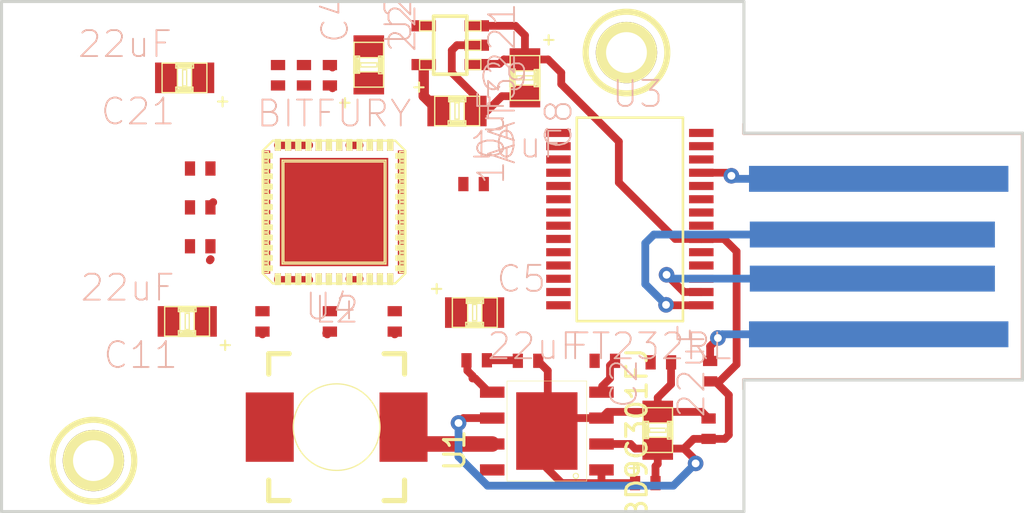
<source format=kicad_pcb>
(kicad_pcb (version 3) (host pcbnew "(2013-07-14 BZR 4242)-testing")

  (general
    (links 107)
    (no_connects 73)
    (area 99.924999 74.924999 150.075001 100.075001)
    (thickness 1.6)
    (drawings 8)
    (tracks 171)
    (zones 0)
    (modules 32)
    (nets 38)
  )

  (page A4)
  (title_block
    (date "25 jul 2013")
  )

  (layers
    (15 F.Cu power)
    (0 B.Cu power)
    (17 F.Adhes user)
    (19 F.Paste user)
    (21 F.SilkS user)
    (23 F.Mask user)
    (28 Edge.Cuts user)
  )

  (setup
    (last_trace_width 0.381)
    (user_trace_width 0.381)
    (user_trace_width 0.508)
    (user_trace_width 0.762)
    (user_trace_width 1.016)
    (trace_clearance 0.254)
    (zone_clearance 0.2)
    (zone_45_only yes)
    (trace_min 0.1524)
    (segment_width 0.2)
    (edge_width 0.15)
    (via_size 0.762)
    (via_drill 0.381)
    (via_min_size 0.1524)
    (via_min_drill 0.381)
    (user_via 0.635 0.381)
    (user_via 0.762 0.508)
    (uvia_size 0.508)
    (uvia_drill 0.127)
    (uvias_allowed no)
    (uvia_min_size 0.508)
    (uvia_min_drill 0.127)
    (pcb_text_width 0.3)
    (pcb_text_size 1.5 1.5)
    (mod_edge_width 0.1)
    (mod_text_size 1.5 1.5)
    (mod_text_width 0.15)
    (pad_size 3 3)
    (pad_drill 2)
    (pad_to_mask_clearance 0.2)
    (aux_axis_origin 100 50)
    (visible_elements 7FFEFF1F)
    (pcbplotparams
      (layerselection 300711943)
      (usegerberextensions true)
      (excludeedgelayer false)
      (linewidth 0.150000)
      (plotframeref false)
      (viasonmask false)
      (mode 1)
      (useauxorigin false)
      (hpglpennumber 1)
      (hpglpenspeed 20)
      (hpglpendiameter 15)
      (hpglpenoverlay 2)
      (psnegative false)
      (psa4output false)
      (plotreference false)
      (plotvalue false)
      (plotothertext false)
      (plotinvisibletext false)
      (padsonsilk false)
      (subtractmaskfromsilk true)
      (outputformat 1)
      (mirror false)
      (drillshape 0)
      (scaleselection 1)
      (outputdirectory plots/))
  )

  (net 0 "")
  (net 1 /INMISO)
  (net 2 /INMOSI)
  (net 3 /INSCK)
  (net 4 0V8)
  (net 5 1.8V)
  (net 6 GND)
  (net 7 N-000001)
  (net 8 N-0000012)
  (net 9 N-0000013)
  (net 10 N-0000014)
  (net 11 N-0000015)
  (net 12 N-0000016)
  (net 13 N-0000017)
  (net 14 N-0000018)
  (net 15 N-0000019)
  (net 16 N-000002)
  (net 17 N-0000020)
  (net 18 N-0000021)
  (net 19 N-0000022)
  (net 20 N-0000023)
  (net 21 N-0000024)
  (net 22 N-0000025)
  (net 23 N-0000026)
  (net 24 N-0000027)
  (net 25 N-0000028)
  (net 26 N-0000029)
  (net 27 N-000003)
  (net 28 N-0000030)
  (net 29 N-0000031)
  (net 30 N-0000037)
  (net 31 N-0000038)
  (net 32 N-000006)
  (net 33 N-000007)
  (net 34 N-000008)
  (net 35 USB_5V)
  (net 36 USB_DM)
  (net 37 USB_DP)

  (net_class Default "This is the default net class."
    (clearance 0.254)
    (trace_width 0.508)
    (via_dia 0.762)
    (via_drill 0.381)
    (uvia_dia 0.508)
    (uvia_drill 0.127)
    (add_net "")
    (add_net /INMISO)
    (add_net /INMOSI)
    (add_net /INSCK)
    (add_net 0V8)
    (add_net 1.8V)
    (add_net GND)
    (add_net N-000001)
    (add_net N-0000012)
    (add_net N-0000013)
    (add_net N-0000014)
    (add_net N-0000015)
    (add_net N-0000016)
    (add_net N-0000017)
    (add_net N-0000018)
    (add_net N-0000019)
    (add_net N-000002)
    (add_net N-0000020)
    (add_net N-0000021)
    (add_net N-0000022)
    (add_net N-0000023)
    (add_net N-0000024)
    (add_net N-0000025)
    (add_net N-0000026)
    (add_net N-0000027)
    (add_net N-0000028)
    (add_net N-0000029)
    (add_net N-000003)
    (add_net N-0000030)
    (add_net N-0000031)
    (add_net N-0000037)
    (add_net N-0000038)
    (add_net N-000006)
    (add_net N-000007)
    (add_net N-000008)
    (add_net USB_5V)
    (add_net USB_DM)
    (add_net USB_DP)
  )

  (net_class Signal ""
    (clearance 0.254)
    (trace_width 0.508)
    (via_dia 0.762)
    (via_drill 0.508)
    (uvia_dia 0.508)
    (uvia_drill 0.127)
  )

  (module USBAPCB   locked (layer B.Cu) (tedit 521335FE) (tstamp 518889E8)
    (at 142.95 87.5 270)
    (path /520B57D0)
    (attr smd)
    (fp_text reference CN1 (at 0.13 7.85 270) (layer B.SilkS) hide
      (effects (font (size 1.5 1.5) (thickness 0.15)) (justify mirror))
    )
    (fp_text value MINIUSB (at 0.29 10.13 270) (layer B.SilkS) hide
      (effects (font (size 1.5 1.5) (thickness 0.15)) (justify mirror))
    )
    (fp_line (start -6.03 6.61) (end -6.5 6.61) (layer B.SilkS) (width 0.15))
    (fp_line (start 6.03 6.61) (end 6.5 6.61) (layer B.SilkS) (width 0.15))
    (fp_line (start 6.03 6.61) (end 6.03 -7.03) (layer B.SilkS) (width 0.15))
    (fp_line (start 6.03 -7.03) (end -6.03 -7.03) (layer B.SilkS) (width 0.15))
    (fp_line (start -6.03 -7.03) (end -6.03 6.61) (layer B.SilkS) (width 0.15))
    (pad 1 smd rect (at 3.81 0 270) (size 1.27 12.7)
      (layers B.Cu)
      (net 8 N-0000012)
    )
    (pad 5 smd rect (at -3.81 0 270) (size 1.27 12.7)
      (layers B.Cu)
      (net 6 GND)
    )
    (pad 3 smd rect (at -1.08 0.31 270) (size 1.27 12)
      (layers B.Cu)
      (net 37 USB_DP)
    )
    (pad 2 smd rect (at 1.08 0.31 270) (size 1.27 12)
      (layers B.Cu)
      (net 36 USB_DM)
    )
  )

  (module 0402 (layer F.Cu) (tedit 5215CE25) (tstamp 521A1182)
    (at 131.5212 98.6028 180)
    (descr "<b>SMD 0402</b>")
    (path /5211C9A6)
    (fp_text reference C3 (at 0.125 -1.6 180) (layer Eco1.User)
      (effects (font (size 1 1) (thickness 0.1016)))
    )
    (fp_text value 100nF (at -0.025 2.025 180) (layer Eco1.User)
      (effects (font (size 1.27 1.27) (thickness 0.1016)))
    )
    (fp_line (start -0.24384 -0.22352) (end 0.24384 -0.22352) (layer Cmts.User) (width 0.1524))
    (fp_line (start 0.24384 0.22352) (end -0.24384 0.22352) (layer Cmts.User) (width 0.1524))
    (fp_line (start -1.04566 -0.4826) (end 1.04566 -0.4826) (layer Dwgs.User) (width 0.0508))
    (fp_line (start 1.04566 -0.4826) (end 1.04566 0.4826) (layer Dwgs.User) (width 0.0508))
    (fp_line (start 1.04566 0.4826) (end -1.04566 0.4826) (layer Dwgs.User) (width 0.0508))
    (fp_line (start -1.04566 0.4826) (end -1.04566 -0.4826) (layer Dwgs.User) (width 0.0508))
    (fp_line (start -0.55372 0.3048) (end -0.254 0.3048) (layer Cmts.User) (width 0.127))
    (fp_line (start -0.254 0.3048) (end -0.254 -0.29464) (layer Cmts.User) (width 0.127))
    (fp_line (start -0.254 -0.29464) (end -0.55372 -0.29464) (layer Cmts.User) (width 0.127))
    (fp_line (start -0.55372 -0.29464) (end -0.55372 0.3048) (layer Cmts.User) (width 0.127))
    (fp_line (start 0.25654 0.3048) (end 0.5588 0.3048) (layer Cmts.User) (width 0.127))
    (fp_line (start 0.5588 0.3048) (end 0.5588 -0.29464) (layer Cmts.User) (width 0.127))
    (fp_line (start 0.5588 -0.29464) (end 0.25654 -0.29464) (layer Cmts.User) (width 0.127))
    (fp_line (start 0.25654 -0.29464) (end 0.25654 0.3048) (layer Cmts.User) (width 0.127))
    (fp_line (start -0.19812 0.29972) (end 0.19812 0.29972) (layer F.Adhes) (width 0.127))
    (fp_line (start 0.19812 0.29972) (end 0.19812 -0.29972) (layer F.Adhes) (width 0.127))
    (fp_line (start 0.19812 -0.29972) (end -0.19812 -0.29972) (layer F.Adhes) (width 0.127))
    (fp_line (start -0.19812 -0.29972) (end -0.19812 0.29972) (layer F.Adhes) (width 0.127))
    (pad 1 smd rect (at -0.5 0 180) (size 0.5 0.7)
      (layers F.Cu F.Paste F.Mask)
      (net 35 USB_5V)
    )
    (pad 2 smd rect (at 0.5 0 180) (size 0.5 0.7)
      (layers F.Cu F.Paste F.Mask)
      (net 6 GND)
    )
    (model walter/smd_cap/c_0402.wrl
      (at (xyz 0 0 0))
      (scale (xyz 1 1 1))
      (rotate (xyz 0 0 0))
    )
  )

  (module 0402 (layer F.Cu) (tedit 5215CE25) (tstamp 521A119A)
    (at 116.078 90.678 270)
    (descr "<b>SMD 0402</b>")
    (path /5211C9B5)
    (fp_text reference C6 (at 0.125 -1.6 270) (layer Eco1.User)
      (effects (font (size 1 1) (thickness 0.1016)))
    )
    (fp_text value 100nF (at -0.025 2.025 270) (layer Eco1.User)
      (effects (font (size 1.27 1.27) (thickness 0.1016)))
    )
    (fp_line (start -0.24384 -0.22352) (end 0.24384 -0.22352) (layer Cmts.User) (width 0.1524))
    (fp_line (start 0.24384 0.22352) (end -0.24384 0.22352) (layer Cmts.User) (width 0.1524))
    (fp_line (start -1.04566 -0.4826) (end 1.04566 -0.4826) (layer Dwgs.User) (width 0.0508))
    (fp_line (start 1.04566 -0.4826) (end 1.04566 0.4826) (layer Dwgs.User) (width 0.0508))
    (fp_line (start 1.04566 0.4826) (end -1.04566 0.4826) (layer Dwgs.User) (width 0.0508))
    (fp_line (start -1.04566 0.4826) (end -1.04566 -0.4826) (layer Dwgs.User) (width 0.0508))
    (fp_line (start -0.55372 0.3048) (end -0.254 0.3048) (layer Cmts.User) (width 0.127))
    (fp_line (start -0.254 0.3048) (end -0.254 -0.29464) (layer Cmts.User) (width 0.127))
    (fp_line (start -0.254 -0.29464) (end -0.55372 -0.29464) (layer Cmts.User) (width 0.127))
    (fp_line (start -0.55372 -0.29464) (end -0.55372 0.3048) (layer Cmts.User) (width 0.127))
    (fp_line (start 0.25654 0.3048) (end 0.5588 0.3048) (layer Cmts.User) (width 0.127))
    (fp_line (start 0.5588 0.3048) (end 0.5588 -0.29464) (layer Cmts.User) (width 0.127))
    (fp_line (start 0.5588 -0.29464) (end 0.25654 -0.29464) (layer Cmts.User) (width 0.127))
    (fp_line (start 0.25654 -0.29464) (end 0.25654 0.3048) (layer Cmts.User) (width 0.127))
    (fp_line (start -0.19812 0.29972) (end 0.19812 0.29972) (layer F.Adhes) (width 0.127))
    (fp_line (start 0.19812 0.29972) (end 0.19812 -0.29972) (layer F.Adhes) (width 0.127))
    (fp_line (start 0.19812 -0.29972) (end -0.19812 -0.29972) (layer F.Adhes) (width 0.127))
    (fp_line (start -0.19812 -0.29972) (end -0.19812 0.29972) (layer F.Adhes) (width 0.127))
    (pad 1 smd rect (at -0.5 0 270) (size 0.5 0.7)
      (layers F.Cu F.Paste F.Mask)
      (net 4 0V8)
    )
    (pad 2 smd rect (at 0.5 0 270) (size 0.5 0.7)
      (layers F.Cu F.Paste F.Mask)
      (net 6 GND)
    )
    (model walter/smd_cap/c_0402.wrl
      (at (xyz 0 0 0))
      (scale (xyz 1 1 1))
      (rotate (xyz 0 0 0))
    )
  )

  (module 0402 (layer F.Cu) (tedit 5215CE25) (tstamp 521A11B2)
    (at 125.7808 92.6084)
    (descr "<b>SMD 0402</b>")
    (path /5211CCAB)
    (fp_text reference C7 (at 0.125 -1.6) (layer Eco1.User)
      (effects (font (size 1 1) (thickness 0.1016)))
    )
    (fp_text value 1.1n (at -0.025 2.025) (layer Eco1.User)
      (effects (font (size 1.27 1.27) (thickness 0.1016)))
    )
    (fp_line (start -0.24384 -0.22352) (end 0.24384 -0.22352) (layer Cmts.User) (width 0.1524))
    (fp_line (start 0.24384 0.22352) (end -0.24384 0.22352) (layer Cmts.User) (width 0.1524))
    (fp_line (start -1.04566 -0.4826) (end 1.04566 -0.4826) (layer Dwgs.User) (width 0.0508))
    (fp_line (start 1.04566 -0.4826) (end 1.04566 0.4826) (layer Dwgs.User) (width 0.0508))
    (fp_line (start 1.04566 0.4826) (end -1.04566 0.4826) (layer Dwgs.User) (width 0.0508))
    (fp_line (start -1.04566 0.4826) (end -1.04566 -0.4826) (layer Dwgs.User) (width 0.0508))
    (fp_line (start -0.55372 0.3048) (end -0.254 0.3048) (layer Cmts.User) (width 0.127))
    (fp_line (start -0.254 0.3048) (end -0.254 -0.29464) (layer Cmts.User) (width 0.127))
    (fp_line (start -0.254 -0.29464) (end -0.55372 -0.29464) (layer Cmts.User) (width 0.127))
    (fp_line (start -0.55372 -0.29464) (end -0.55372 0.3048) (layer Cmts.User) (width 0.127))
    (fp_line (start 0.25654 0.3048) (end 0.5588 0.3048) (layer Cmts.User) (width 0.127))
    (fp_line (start 0.5588 0.3048) (end 0.5588 -0.29464) (layer Cmts.User) (width 0.127))
    (fp_line (start 0.5588 -0.29464) (end 0.25654 -0.29464) (layer Cmts.User) (width 0.127))
    (fp_line (start 0.25654 -0.29464) (end 0.25654 0.3048) (layer Cmts.User) (width 0.127))
    (fp_line (start -0.19812 0.29972) (end 0.19812 0.29972) (layer F.Adhes) (width 0.127))
    (fp_line (start 0.19812 0.29972) (end 0.19812 -0.29972) (layer F.Adhes) (width 0.127))
    (fp_line (start 0.19812 -0.29972) (end -0.19812 -0.29972) (layer F.Adhes) (width 0.127))
    (fp_line (start -0.19812 -0.29972) (end -0.19812 0.29972) (layer F.Adhes) (width 0.127))
    (pad 1 smd rect (at -0.5 0) (size 0.5 0.7)
      (layers F.Cu F.Paste F.Mask)
      (net 16 N-000002)
    )
    (pad 2 smd rect (at 0.5 0) (size 0.5 0.7)
      (layers F.Cu F.Paste F.Mask)
      (net 6 GND)
    )
    (model walter/smd_cap/c_0402.wrl
      (at (xyz 0 0 0))
      (scale (xyz 1 1 1))
      (rotate (xyz 0 0 0))
    )
  )

  (module 0402 (layer F.Cu) (tedit 5215CE25) (tstamp 521A11CA)
    (at 109.728 83.185 180)
    (descr "<b>SMD 0402</b>")
    (path /5211E198)
    (fp_text reference C12 (at 0.125 -1.6 180) (layer Eco1.User)
      (effects (font (size 1 1) (thickness 0.1016)))
    )
    (fp_text value 100nF (at -0.025 2.025 180) (layer Eco1.User)
      (effects (font (size 1.27 1.27) (thickness 0.1016)))
    )
    (fp_line (start -0.24384 -0.22352) (end 0.24384 -0.22352) (layer Cmts.User) (width 0.1524))
    (fp_line (start 0.24384 0.22352) (end -0.24384 0.22352) (layer Cmts.User) (width 0.1524))
    (fp_line (start -1.04566 -0.4826) (end 1.04566 -0.4826) (layer Dwgs.User) (width 0.0508))
    (fp_line (start 1.04566 -0.4826) (end 1.04566 0.4826) (layer Dwgs.User) (width 0.0508))
    (fp_line (start 1.04566 0.4826) (end -1.04566 0.4826) (layer Dwgs.User) (width 0.0508))
    (fp_line (start -1.04566 0.4826) (end -1.04566 -0.4826) (layer Dwgs.User) (width 0.0508))
    (fp_line (start -0.55372 0.3048) (end -0.254 0.3048) (layer Cmts.User) (width 0.127))
    (fp_line (start -0.254 0.3048) (end -0.254 -0.29464) (layer Cmts.User) (width 0.127))
    (fp_line (start -0.254 -0.29464) (end -0.55372 -0.29464) (layer Cmts.User) (width 0.127))
    (fp_line (start -0.55372 -0.29464) (end -0.55372 0.3048) (layer Cmts.User) (width 0.127))
    (fp_line (start 0.25654 0.3048) (end 0.5588 0.3048) (layer Cmts.User) (width 0.127))
    (fp_line (start 0.5588 0.3048) (end 0.5588 -0.29464) (layer Cmts.User) (width 0.127))
    (fp_line (start 0.5588 -0.29464) (end 0.25654 -0.29464) (layer Cmts.User) (width 0.127))
    (fp_line (start 0.25654 -0.29464) (end 0.25654 0.3048) (layer Cmts.User) (width 0.127))
    (fp_line (start -0.19812 0.29972) (end 0.19812 0.29972) (layer F.Adhes) (width 0.127))
    (fp_line (start 0.19812 0.29972) (end 0.19812 -0.29972) (layer F.Adhes) (width 0.127))
    (fp_line (start 0.19812 -0.29972) (end -0.19812 -0.29972) (layer F.Adhes) (width 0.127))
    (fp_line (start -0.19812 -0.29972) (end -0.19812 0.29972) (layer F.Adhes) (width 0.127))
    (pad 1 smd rect (at -0.5 0 180) (size 0.5 0.7)
      (layers F.Cu F.Paste F.Mask)
      (net 4 0V8)
    )
    (pad 2 smd rect (at 0.5 0 180) (size 0.5 0.7)
      (layers F.Cu F.Paste F.Mask)
      (net 6 GND)
    )
    (model walter/smd_cap/c_0402.wrl
      (at (xyz 0 0 0))
      (scale (xyz 1 1 1))
      (rotate (xyz 0 0 0))
    )
  )

  (module 0402 (layer F.Cu) (tedit 5215CE25) (tstamp 521A11E2)
    (at 113.538 78.613 90)
    (descr "<b>SMD 0402</b>")
    (path /5211E271)
    (fp_text reference C13 (at 0.125 -1.6 90) (layer Eco1.User)
      (effects (font (size 1 1) (thickness 0.1016)))
    )
    (fp_text value 100nF (at -0.025 2.025 90) (layer Eco1.User)
      (effects (font (size 1.27 1.27) (thickness 0.1016)))
    )
    (fp_line (start -0.24384 -0.22352) (end 0.24384 -0.22352) (layer Cmts.User) (width 0.1524))
    (fp_line (start 0.24384 0.22352) (end -0.24384 0.22352) (layer Cmts.User) (width 0.1524))
    (fp_line (start -1.04566 -0.4826) (end 1.04566 -0.4826) (layer Dwgs.User) (width 0.0508))
    (fp_line (start 1.04566 -0.4826) (end 1.04566 0.4826) (layer Dwgs.User) (width 0.0508))
    (fp_line (start 1.04566 0.4826) (end -1.04566 0.4826) (layer Dwgs.User) (width 0.0508))
    (fp_line (start -1.04566 0.4826) (end -1.04566 -0.4826) (layer Dwgs.User) (width 0.0508))
    (fp_line (start -0.55372 0.3048) (end -0.254 0.3048) (layer Cmts.User) (width 0.127))
    (fp_line (start -0.254 0.3048) (end -0.254 -0.29464) (layer Cmts.User) (width 0.127))
    (fp_line (start -0.254 -0.29464) (end -0.55372 -0.29464) (layer Cmts.User) (width 0.127))
    (fp_line (start -0.55372 -0.29464) (end -0.55372 0.3048) (layer Cmts.User) (width 0.127))
    (fp_line (start 0.25654 0.3048) (end 0.5588 0.3048) (layer Cmts.User) (width 0.127))
    (fp_line (start 0.5588 0.3048) (end 0.5588 -0.29464) (layer Cmts.User) (width 0.127))
    (fp_line (start 0.5588 -0.29464) (end 0.25654 -0.29464) (layer Cmts.User) (width 0.127))
    (fp_line (start 0.25654 -0.29464) (end 0.25654 0.3048) (layer Cmts.User) (width 0.127))
    (fp_line (start -0.19812 0.29972) (end 0.19812 0.29972) (layer F.Adhes) (width 0.127))
    (fp_line (start 0.19812 0.29972) (end 0.19812 -0.29972) (layer F.Adhes) (width 0.127))
    (fp_line (start 0.19812 -0.29972) (end -0.19812 -0.29972) (layer F.Adhes) (width 0.127))
    (fp_line (start -0.19812 -0.29972) (end -0.19812 0.29972) (layer F.Adhes) (width 0.127))
    (pad 1 smd rect (at -0.5 0 90) (size 0.5 0.7)
      (layers F.Cu F.Paste F.Mask)
      (net 4 0V8)
    )
    (pad 2 smd rect (at 0.5 0 90) (size 0.5 0.7)
      (layers F.Cu F.Paste F.Mask)
      (net 6 GND)
    )
    (model walter/smd_cap/c_0402.wrl
      (at (xyz 0 0 0))
      (scale (xyz 1 1 1))
      (rotate (xyz 0 0 0))
    )
  )

  (module 0402 (layer F.Cu) (tedit 5215CE25) (tstamp 521A11FA)
    (at 109.728 86.995 180)
    (descr "<b>SMD 0402</b>")
    (path /5211E277)
    (fp_text reference C14 (at 0.125 -1.6 180) (layer Eco1.User)
      (effects (font (size 1 1) (thickness 0.1016)))
    )
    (fp_text value 100nF (at -0.025 2.025 180) (layer Eco1.User)
      (effects (font (size 1.27 1.27) (thickness 0.1016)))
    )
    (fp_line (start -0.24384 -0.22352) (end 0.24384 -0.22352) (layer Cmts.User) (width 0.1524))
    (fp_line (start 0.24384 0.22352) (end -0.24384 0.22352) (layer Cmts.User) (width 0.1524))
    (fp_line (start -1.04566 -0.4826) (end 1.04566 -0.4826) (layer Dwgs.User) (width 0.0508))
    (fp_line (start 1.04566 -0.4826) (end 1.04566 0.4826) (layer Dwgs.User) (width 0.0508))
    (fp_line (start 1.04566 0.4826) (end -1.04566 0.4826) (layer Dwgs.User) (width 0.0508))
    (fp_line (start -1.04566 0.4826) (end -1.04566 -0.4826) (layer Dwgs.User) (width 0.0508))
    (fp_line (start -0.55372 0.3048) (end -0.254 0.3048) (layer Cmts.User) (width 0.127))
    (fp_line (start -0.254 0.3048) (end -0.254 -0.29464) (layer Cmts.User) (width 0.127))
    (fp_line (start -0.254 -0.29464) (end -0.55372 -0.29464) (layer Cmts.User) (width 0.127))
    (fp_line (start -0.55372 -0.29464) (end -0.55372 0.3048) (layer Cmts.User) (width 0.127))
    (fp_line (start 0.25654 0.3048) (end 0.5588 0.3048) (layer Cmts.User) (width 0.127))
    (fp_line (start 0.5588 0.3048) (end 0.5588 -0.29464) (layer Cmts.User) (width 0.127))
    (fp_line (start 0.5588 -0.29464) (end 0.25654 -0.29464) (layer Cmts.User) (width 0.127))
    (fp_line (start 0.25654 -0.29464) (end 0.25654 0.3048) (layer Cmts.User) (width 0.127))
    (fp_line (start -0.19812 0.29972) (end 0.19812 0.29972) (layer F.Adhes) (width 0.127))
    (fp_line (start 0.19812 0.29972) (end 0.19812 -0.29972) (layer F.Adhes) (width 0.127))
    (fp_line (start 0.19812 -0.29972) (end -0.19812 -0.29972) (layer F.Adhes) (width 0.127))
    (fp_line (start -0.19812 -0.29972) (end -0.19812 0.29972) (layer F.Adhes) (width 0.127))
    (pad 1 smd rect (at -0.5 0 180) (size 0.5 0.7)
      (layers F.Cu F.Paste F.Mask)
      (net 4 0V8)
    )
    (pad 2 smd rect (at 0.5 0 180) (size 0.5 0.7)
      (layers F.Cu F.Paste F.Mask)
      (net 6 GND)
    )
    (model walter/smd_cap/c_0402.wrl
      (at (xyz 0 0 0))
      (scale (xyz 1 1 1))
      (rotate (xyz 0 0 0))
    )
  )

  (module 0402 (layer F.Cu) (tedit 5215CE25) (tstamp 521A1212)
    (at 109.728 85.09 180)
    (descr "<b>SMD 0402</b>")
    (path /5211E27D)
    (fp_text reference C15 (at 0.125 -1.6 180) (layer Eco1.User)
      (effects (font (size 1 1) (thickness 0.1016)))
    )
    (fp_text value 100nF (at -0.025 2.025 180) (layer Eco1.User)
      (effects (font (size 1.27 1.27) (thickness 0.1016)))
    )
    (fp_line (start -0.24384 -0.22352) (end 0.24384 -0.22352) (layer Cmts.User) (width 0.1524))
    (fp_line (start 0.24384 0.22352) (end -0.24384 0.22352) (layer Cmts.User) (width 0.1524))
    (fp_line (start -1.04566 -0.4826) (end 1.04566 -0.4826) (layer Dwgs.User) (width 0.0508))
    (fp_line (start 1.04566 -0.4826) (end 1.04566 0.4826) (layer Dwgs.User) (width 0.0508))
    (fp_line (start 1.04566 0.4826) (end -1.04566 0.4826) (layer Dwgs.User) (width 0.0508))
    (fp_line (start -1.04566 0.4826) (end -1.04566 -0.4826) (layer Dwgs.User) (width 0.0508))
    (fp_line (start -0.55372 0.3048) (end -0.254 0.3048) (layer Cmts.User) (width 0.127))
    (fp_line (start -0.254 0.3048) (end -0.254 -0.29464) (layer Cmts.User) (width 0.127))
    (fp_line (start -0.254 -0.29464) (end -0.55372 -0.29464) (layer Cmts.User) (width 0.127))
    (fp_line (start -0.55372 -0.29464) (end -0.55372 0.3048) (layer Cmts.User) (width 0.127))
    (fp_line (start 0.25654 0.3048) (end 0.5588 0.3048) (layer Cmts.User) (width 0.127))
    (fp_line (start 0.5588 0.3048) (end 0.5588 -0.29464) (layer Cmts.User) (width 0.127))
    (fp_line (start 0.5588 -0.29464) (end 0.25654 -0.29464) (layer Cmts.User) (width 0.127))
    (fp_line (start 0.25654 -0.29464) (end 0.25654 0.3048) (layer Cmts.User) (width 0.127))
    (fp_line (start -0.19812 0.29972) (end 0.19812 0.29972) (layer F.Adhes) (width 0.127))
    (fp_line (start 0.19812 0.29972) (end 0.19812 -0.29972) (layer F.Adhes) (width 0.127))
    (fp_line (start 0.19812 -0.29972) (end -0.19812 -0.29972) (layer F.Adhes) (width 0.127))
    (fp_line (start -0.19812 -0.29972) (end -0.19812 0.29972) (layer F.Adhes) (width 0.127))
    (pad 1 smd rect (at -0.5 0 180) (size 0.5 0.7)
      (layers F.Cu F.Paste F.Mask)
      (net 4 0V8)
    )
    (pad 2 smd rect (at 0.5 0 180) (size 0.5 0.7)
      (layers F.Cu F.Paste F.Mask)
      (net 6 GND)
    )
    (model walter/smd_cap/c_0402.wrl
      (at (xyz 0 0 0))
      (scale (xyz 1 1 1))
      (rotate (xyz 0 0 0))
    )
  )

  (module 0402 (layer F.Cu) (tedit 5215CE25) (tstamp 521A122A)
    (at 114.808 78.613 90)
    (descr "<b>SMD 0402</b>")
    (path /5211E717)
    (fp_text reference C22 (at 0.125 -1.6 90) (layer Eco1.User)
      (effects (font (size 1 1) (thickness 0.1016)))
    )
    (fp_text value 100nF (at -0.025 2.025 90) (layer Eco1.User)
      (effects (font (size 1.27 1.27) (thickness 0.1016)))
    )
    (fp_line (start -0.24384 -0.22352) (end 0.24384 -0.22352) (layer Cmts.User) (width 0.1524))
    (fp_line (start 0.24384 0.22352) (end -0.24384 0.22352) (layer Cmts.User) (width 0.1524))
    (fp_line (start -1.04566 -0.4826) (end 1.04566 -0.4826) (layer Dwgs.User) (width 0.0508))
    (fp_line (start 1.04566 -0.4826) (end 1.04566 0.4826) (layer Dwgs.User) (width 0.0508))
    (fp_line (start 1.04566 0.4826) (end -1.04566 0.4826) (layer Dwgs.User) (width 0.0508))
    (fp_line (start -1.04566 0.4826) (end -1.04566 -0.4826) (layer Dwgs.User) (width 0.0508))
    (fp_line (start -0.55372 0.3048) (end -0.254 0.3048) (layer Cmts.User) (width 0.127))
    (fp_line (start -0.254 0.3048) (end -0.254 -0.29464) (layer Cmts.User) (width 0.127))
    (fp_line (start -0.254 -0.29464) (end -0.55372 -0.29464) (layer Cmts.User) (width 0.127))
    (fp_line (start -0.55372 -0.29464) (end -0.55372 0.3048) (layer Cmts.User) (width 0.127))
    (fp_line (start 0.25654 0.3048) (end 0.5588 0.3048) (layer Cmts.User) (width 0.127))
    (fp_line (start 0.5588 0.3048) (end 0.5588 -0.29464) (layer Cmts.User) (width 0.127))
    (fp_line (start 0.5588 -0.29464) (end 0.25654 -0.29464) (layer Cmts.User) (width 0.127))
    (fp_line (start 0.25654 -0.29464) (end 0.25654 0.3048) (layer Cmts.User) (width 0.127))
    (fp_line (start -0.19812 0.29972) (end 0.19812 0.29972) (layer F.Adhes) (width 0.127))
    (fp_line (start 0.19812 0.29972) (end 0.19812 -0.29972) (layer F.Adhes) (width 0.127))
    (fp_line (start 0.19812 -0.29972) (end -0.19812 -0.29972) (layer F.Adhes) (width 0.127))
    (fp_line (start -0.19812 -0.29972) (end -0.19812 0.29972) (layer F.Adhes) (width 0.127))
    (pad 1 smd rect (at -0.5 0 90) (size 0.5 0.7)
      (layers F.Cu F.Paste F.Mask)
      (net 4 0V8)
    )
    (pad 2 smd rect (at 0.5 0 90) (size 0.5 0.7)
      (layers F.Cu F.Paste F.Mask)
      (net 6 GND)
    )
    (model walter/smd_cap/c_0402.wrl
      (at (xyz 0 0 0))
      (scale (xyz 1 1 1))
      (rotate (xyz 0 0 0))
    )
  )

  (module 0402 (layer F.Cu) (tedit 5215CE25) (tstamp 521A1242)
    (at 116.078 78.613 90)
    (descr "<b>SMD 0402</b>")
    (path /5211E71D)
    (fp_text reference C23 (at 0.125 -1.6 90) (layer Eco1.User)
      (effects (font (size 1 1) (thickness 0.1016)))
    )
    (fp_text value 100nF (at -0.025 2.025 90) (layer Eco1.User)
      (effects (font (size 1.27 1.27) (thickness 0.1016)))
    )
    (fp_line (start -0.24384 -0.22352) (end 0.24384 -0.22352) (layer Cmts.User) (width 0.1524))
    (fp_line (start 0.24384 0.22352) (end -0.24384 0.22352) (layer Cmts.User) (width 0.1524))
    (fp_line (start -1.04566 -0.4826) (end 1.04566 -0.4826) (layer Dwgs.User) (width 0.0508))
    (fp_line (start 1.04566 -0.4826) (end 1.04566 0.4826) (layer Dwgs.User) (width 0.0508))
    (fp_line (start 1.04566 0.4826) (end -1.04566 0.4826) (layer Dwgs.User) (width 0.0508))
    (fp_line (start -1.04566 0.4826) (end -1.04566 -0.4826) (layer Dwgs.User) (width 0.0508))
    (fp_line (start -0.55372 0.3048) (end -0.254 0.3048) (layer Cmts.User) (width 0.127))
    (fp_line (start -0.254 0.3048) (end -0.254 -0.29464) (layer Cmts.User) (width 0.127))
    (fp_line (start -0.254 -0.29464) (end -0.55372 -0.29464) (layer Cmts.User) (width 0.127))
    (fp_line (start -0.55372 -0.29464) (end -0.55372 0.3048) (layer Cmts.User) (width 0.127))
    (fp_line (start 0.25654 0.3048) (end 0.5588 0.3048) (layer Cmts.User) (width 0.127))
    (fp_line (start 0.5588 0.3048) (end 0.5588 -0.29464) (layer Cmts.User) (width 0.127))
    (fp_line (start 0.5588 -0.29464) (end 0.25654 -0.29464) (layer Cmts.User) (width 0.127))
    (fp_line (start 0.25654 -0.29464) (end 0.25654 0.3048) (layer Cmts.User) (width 0.127))
    (fp_line (start -0.19812 0.29972) (end 0.19812 0.29972) (layer F.Adhes) (width 0.127))
    (fp_line (start 0.19812 0.29972) (end 0.19812 -0.29972) (layer F.Adhes) (width 0.127))
    (fp_line (start 0.19812 -0.29972) (end -0.19812 -0.29972) (layer F.Adhes) (width 0.127))
    (fp_line (start -0.19812 -0.29972) (end -0.19812 0.29972) (layer F.Adhes) (width 0.127))
    (pad 1 smd rect (at -0.5 0 90) (size 0.5 0.7)
      (layers F.Cu F.Paste F.Mask)
      (net 4 0V8)
    )
    (pad 2 smd rect (at 0.5 0 90) (size 0.5 0.7)
      (layers F.Cu F.Paste F.Mask)
      (net 6 GND)
    )
    (model walter/smd_cap/c_0402.wrl
      (at (xyz 0 0 0))
      (scale (xyz 1 1 1))
      (rotate (xyz 0 0 0))
    )
  )

  (module 0402 (layer F.Cu) (tedit 5215CE25) (tstamp 521A125A)
    (at 119.253 90.678 270)
    (descr "<b>SMD 0402</b>")
    (path /5211E723)
    (fp_text reference C24 (at 0.125 -1.6 270) (layer Eco1.User)
      (effects (font (size 1 1) (thickness 0.1016)))
    )
    (fp_text value 100nF (at -0.025 2.025 270) (layer Eco1.User)
      (effects (font (size 1.27 1.27) (thickness 0.1016)))
    )
    (fp_line (start -0.24384 -0.22352) (end 0.24384 -0.22352) (layer Cmts.User) (width 0.1524))
    (fp_line (start 0.24384 0.22352) (end -0.24384 0.22352) (layer Cmts.User) (width 0.1524))
    (fp_line (start -1.04566 -0.4826) (end 1.04566 -0.4826) (layer Dwgs.User) (width 0.0508))
    (fp_line (start 1.04566 -0.4826) (end 1.04566 0.4826) (layer Dwgs.User) (width 0.0508))
    (fp_line (start 1.04566 0.4826) (end -1.04566 0.4826) (layer Dwgs.User) (width 0.0508))
    (fp_line (start -1.04566 0.4826) (end -1.04566 -0.4826) (layer Dwgs.User) (width 0.0508))
    (fp_line (start -0.55372 0.3048) (end -0.254 0.3048) (layer Cmts.User) (width 0.127))
    (fp_line (start -0.254 0.3048) (end -0.254 -0.29464) (layer Cmts.User) (width 0.127))
    (fp_line (start -0.254 -0.29464) (end -0.55372 -0.29464) (layer Cmts.User) (width 0.127))
    (fp_line (start -0.55372 -0.29464) (end -0.55372 0.3048) (layer Cmts.User) (width 0.127))
    (fp_line (start 0.25654 0.3048) (end 0.5588 0.3048) (layer Cmts.User) (width 0.127))
    (fp_line (start 0.5588 0.3048) (end 0.5588 -0.29464) (layer Cmts.User) (width 0.127))
    (fp_line (start 0.5588 -0.29464) (end 0.25654 -0.29464) (layer Cmts.User) (width 0.127))
    (fp_line (start 0.25654 -0.29464) (end 0.25654 0.3048) (layer Cmts.User) (width 0.127))
    (fp_line (start -0.19812 0.29972) (end 0.19812 0.29972) (layer F.Adhes) (width 0.127))
    (fp_line (start 0.19812 0.29972) (end 0.19812 -0.29972) (layer F.Adhes) (width 0.127))
    (fp_line (start 0.19812 -0.29972) (end -0.19812 -0.29972) (layer F.Adhes) (width 0.127))
    (fp_line (start -0.19812 -0.29972) (end -0.19812 0.29972) (layer F.Adhes) (width 0.127))
    (pad 1 smd rect (at -0.5 0 270) (size 0.5 0.7)
      (layers F.Cu F.Paste F.Mask)
      (net 4 0V8)
    )
    (pad 2 smd rect (at 0.5 0 270) (size 0.5 0.7)
      (layers F.Cu F.Paste F.Mask)
      (net 6 GND)
    )
    (model walter/smd_cap/c_0402.wrl
      (at (xyz 0 0 0))
      (scale (xyz 1 1 1))
      (rotate (xyz 0 0 0))
    )
  )

  (module 0402 (layer F.Cu) (tedit 5215CE25) (tstamp 521A1272)
    (at 112.776 90.678 270)
    (descr "<b>SMD 0402</b>")
    (path /5211E729)
    (fp_text reference C25 (at 0.125 -1.6 270) (layer Eco1.User)
      (effects (font (size 1 1) (thickness 0.1016)))
    )
    (fp_text value 100nF (at -0.025 2.025 270) (layer Eco1.User)
      (effects (font (size 1.27 1.27) (thickness 0.1016)))
    )
    (fp_line (start -0.24384 -0.22352) (end 0.24384 -0.22352) (layer Cmts.User) (width 0.1524))
    (fp_line (start 0.24384 0.22352) (end -0.24384 0.22352) (layer Cmts.User) (width 0.1524))
    (fp_line (start -1.04566 -0.4826) (end 1.04566 -0.4826) (layer Dwgs.User) (width 0.0508))
    (fp_line (start 1.04566 -0.4826) (end 1.04566 0.4826) (layer Dwgs.User) (width 0.0508))
    (fp_line (start 1.04566 0.4826) (end -1.04566 0.4826) (layer Dwgs.User) (width 0.0508))
    (fp_line (start -1.04566 0.4826) (end -1.04566 -0.4826) (layer Dwgs.User) (width 0.0508))
    (fp_line (start -0.55372 0.3048) (end -0.254 0.3048) (layer Cmts.User) (width 0.127))
    (fp_line (start -0.254 0.3048) (end -0.254 -0.29464) (layer Cmts.User) (width 0.127))
    (fp_line (start -0.254 -0.29464) (end -0.55372 -0.29464) (layer Cmts.User) (width 0.127))
    (fp_line (start -0.55372 -0.29464) (end -0.55372 0.3048) (layer Cmts.User) (width 0.127))
    (fp_line (start 0.25654 0.3048) (end 0.5588 0.3048) (layer Cmts.User) (width 0.127))
    (fp_line (start 0.5588 0.3048) (end 0.5588 -0.29464) (layer Cmts.User) (width 0.127))
    (fp_line (start 0.5588 -0.29464) (end 0.25654 -0.29464) (layer Cmts.User) (width 0.127))
    (fp_line (start 0.25654 -0.29464) (end 0.25654 0.3048) (layer Cmts.User) (width 0.127))
    (fp_line (start -0.19812 0.29972) (end 0.19812 0.29972) (layer F.Adhes) (width 0.127))
    (fp_line (start 0.19812 0.29972) (end 0.19812 -0.29972) (layer F.Adhes) (width 0.127))
    (fp_line (start 0.19812 -0.29972) (end -0.19812 -0.29972) (layer F.Adhes) (width 0.127))
    (fp_line (start -0.19812 -0.29972) (end -0.19812 0.29972) (layer F.Adhes) (width 0.127))
    (pad 1 smd rect (at -0.5 0 270) (size 0.5 0.7)
      (layers F.Cu F.Paste F.Mask)
      (net 4 0V8)
    )
    (pad 2 smd rect (at 0.5 0 270) (size 0.5 0.7)
      (layers F.Cu F.Paste F.Mask)
      (net 6 GND)
    )
    (model walter/smd_cap/c_0402.wrl
      (at (xyz 0 0 0))
      (scale (xyz 1 1 1))
      (rotate (xyz 0 0 0))
    )
  )

  (module 0630 (layer F.Cu) (tedit 5215D648) (tstamp 521A12E1)
    (at 116.4082 95.8596 270)
    (path /5211DB09)
    (attr smd)
    (fp_text reference L2 (at -5.754 0 360) (layer B.SilkS)
      (effects (font (size 1.27 1.27) (thickness 0.0889)))
    )
    (fp_text value 2.4uH (at 5.83 0 360) (layer B.SilkS)
      (effects (font (size 1.27 1.27) (thickness 0.0889)))
    )
    (fp_line (start 3.6 -3.325) (end 3.6 -2.325) (layer F.SilkS) (width 0.254))
    (fp_line (start 2.6 -3.325) (end 3.6 -3.325) (layer F.SilkS) (width 0.254))
    (fp_line (start -3.6 -3.325) (end -3.6 -2.325) (layer F.SilkS) (width 0.254))
    (fp_line (start 2.6 3.325) (end 3.6 3.325) (layer F.SilkS) (width 0.254))
    (fp_line (start -3.6 3.325) (end -2.6 3.325) (layer F.SilkS) (width 0.254))
    (fp_line (start -3.6 2.325) (end -3.6 3.325) (layer F.SilkS) (width 0.254))
    (fp_line (start -3.6 -3.325) (end -2.6 -3.325) (layer F.SilkS) (width 0.254))
    (fp_line (start 3.6 2.325) (end 3.6 3.325) (layer F.SilkS) (width 0.254))
    (fp_circle (center 0 0) (end 1.5 1.5) (layer F.SilkS) (width 0.0635))
    (pad 1 smd rect (at 0 -3.275 270) (size 3.4 2.35)
      (layers F.Cu F.Paste F.Mask)
      (net 33 N-000007)
    )
    (pad 2 smd rect (at 0 3.275 270) (size 3.4 2.35)
      (layers F.Cu F.Paste F.Mask)
      (net 4 0V8)
    )
  )

  (module 0402 (layer F.Cu) (tedit 5215CE25) (tstamp 521A12F9)
    (at 123.2662 92.583 180)
    (descr "<b>SMD 0402</b>")
    (path /5211CC9E)
    (fp_text reference R1 (at 0.125 -1.6 180) (layer Eco1.User)
      (effects (font (size 1 1) (thickness 0.1016)))
    )
    (fp_text value 13k (at -0.025 2.025 180) (layer Eco1.User)
      (effects (font (size 1.27 1.27) (thickness 0.1016)))
    )
    (fp_line (start -0.24384 -0.22352) (end 0.24384 -0.22352) (layer Cmts.User) (width 0.1524))
    (fp_line (start 0.24384 0.22352) (end -0.24384 0.22352) (layer Cmts.User) (width 0.1524))
    (fp_line (start -1.04566 -0.4826) (end 1.04566 -0.4826) (layer Dwgs.User) (width 0.0508))
    (fp_line (start 1.04566 -0.4826) (end 1.04566 0.4826) (layer Dwgs.User) (width 0.0508))
    (fp_line (start 1.04566 0.4826) (end -1.04566 0.4826) (layer Dwgs.User) (width 0.0508))
    (fp_line (start -1.04566 0.4826) (end -1.04566 -0.4826) (layer Dwgs.User) (width 0.0508))
    (fp_line (start -0.55372 0.3048) (end -0.254 0.3048) (layer Cmts.User) (width 0.127))
    (fp_line (start -0.254 0.3048) (end -0.254 -0.29464) (layer Cmts.User) (width 0.127))
    (fp_line (start -0.254 -0.29464) (end -0.55372 -0.29464) (layer Cmts.User) (width 0.127))
    (fp_line (start -0.55372 -0.29464) (end -0.55372 0.3048) (layer Cmts.User) (width 0.127))
    (fp_line (start 0.25654 0.3048) (end 0.5588 0.3048) (layer Cmts.User) (width 0.127))
    (fp_line (start 0.5588 0.3048) (end 0.5588 -0.29464) (layer Cmts.User) (width 0.127))
    (fp_line (start 0.5588 -0.29464) (end 0.25654 -0.29464) (layer Cmts.User) (width 0.127))
    (fp_line (start 0.25654 -0.29464) (end 0.25654 0.3048) (layer Cmts.User) (width 0.127))
    (fp_line (start -0.19812 0.29972) (end 0.19812 0.29972) (layer F.Adhes) (width 0.127))
    (fp_line (start 0.19812 0.29972) (end 0.19812 -0.29972) (layer F.Adhes) (width 0.127))
    (fp_line (start 0.19812 -0.29972) (end -0.19812 -0.29972) (layer F.Adhes) (width 0.127))
    (fp_line (start -0.19812 -0.29972) (end -0.19812 0.29972) (layer F.Adhes) (width 0.127))
    (pad 1 smd rect (at -0.5 0 180) (size 0.5 0.7)
      (layers F.Cu F.Paste F.Mask)
      (net 16 N-000002)
    )
    (pad 2 smd rect (at 0.5 0 180) (size 0.5 0.7)
      (layers F.Cu F.Paste F.Mask)
      (net 27 N-000003)
    )
    (model walter/smd_cap/c_0402.wrl
      (at (xyz 0 0 0))
      (scale (xyz 1 1 1))
      (rotate (xyz 0 0 0))
    )
  )

  (module 0402 (layer F.Cu) (tedit 5215CE25) (tstamp 521A1311)
    (at 129.54 92.6084)
    (descr "<b>SMD 0402</b>")
    (path /5211CF90)
    (fp_text reference R2 (at 0.125 -1.6) (layer Eco1.User)
      (effects (font (size 1 1) (thickness 0.1016)))
    )
    (fp_text value 100 (at -0.025 2.025) (layer Eco1.User)
      (effects (font (size 1.27 1.27) (thickness 0.1016)))
    )
    (fp_line (start -0.24384 -0.22352) (end 0.24384 -0.22352) (layer Cmts.User) (width 0.1524))
    (fp_line (start 0.24384 0.22352) (end -0.24384 0.22352) (layer Cmts.User) (width 0.1524))
    (fp_line (start -1.04566 -0.4826) (end 1.04566 -0.4826) (layer Dwgs.User) (width 0.0508))
    (fp_line (start 1.04566 -0.4826) (end 1.04566 0.4826) (layer Dwgs.User) (width 0.0508))
    (fp_line (start 1.04566 0.4826) (end -1.04566 0.4826) (layer Dwgs.User) (width 0.0508))
    (fp_line (start -1.04566 0.4826) (end -1.04566 -0.4826) (layer Dwgs.User) (width 0.0508))
    (fp_line (start -0.55372 0.3048) (end -0.254 0.3048) (layer Cmts.User) (width 0.127))
    (fp_line (start -0.254 0.3048) (end -0.254 -0.29464) (layer Cmts.User) (width 0.127))
    (fp_line (start -0.254 -0.29464) (end -0.55372 -0.29464) (layer Cmts.User) (width 0.127))
    (fp_line (start -0.55372 -0.29464) (end -0.55372 0.3048) (layer Cmts.User) (width 0.127))
    (fp_line (start 0.25654 0.3048) (end 0.5588 0.3048) (layer Cmts.User) (width 0.127))
    (fp_line (start 0.5588 0.3048) (end 0.5588 -0.29464) (layer Cmts.User) (width 0.127))
    (fp_line (start 0.5588 -0.29464) (end 0.25654 -0.29464) (layer Cmts.User) (width 0.127))
    (fp_line (start 0.25654 -0.29464) (end 0.25654 0.3048) (layer Cmts.User) (width 0.127))
    (fp_line (start -0.19812 0.29972) (end 0.19812 0.29972) (layer F.Adhes) (width 0.127))
    (fp_line (start 0.19812 0.29972) (end 0.19812 -0.29972) (layer F.Adhes) (width 0.127))
    (fp_line (start 0.19812 -0.29972) (end -0.19812 -0.29972) (layer F.Adhes) (width 0.127))
    (fp_line (start -0.19812 -0.29972) (end -0.19812 0.29972) (layer F.Adhes) (width 0.127))
    (pad 1 smd rect (at -0.5 0) (size 0.5 0.7)
      (layers F.Cu F.Paste F.Mask)
      (net 4 0V8)
    )
    (pad 2 smd rect (at 0.5 0) (size 0.5 0.7)
      (layers F.Cu F.Paste F.Mask)
      (net 7 N-000001)
    )
    (model walter/smd_cap/c_0402.wrl
      (at (xyz 0 0 0))
      (scale (xyz 1 1 1))
      (rotate (xyz 0 0 0))
    )
  )

  (module 0402 (layer F.Cu) (tedit 5215CE25) (tstamp 521A1329)
    (at 132.2832 92.6846 180)
    (descr "<b>SMD 0402</b>")
    (path /5211CF96)
    (fp_text reference R3 (at 0.125 -1.6 180) (layer Eco1.User)
      (effects (font (size 1 1) (thickness 0.1016)))
    )
    (fp_text value 2.4k (at -0.025 2.025 180) (layer Eco1.User)
      (effects (font (size 1.27 1.27) (thickness 0.1016)))
    )
    (fp_line (start -0.24384 -0.22352) (end 0.24384 -0.22352) (layer Cmts.User) (width 0.1524))
    (fp_line (start 0.24384 0.22352) (end -0.24384 0.22352) (layer Cmts.User) (width 0.1524))
    (fp_line (start -1.04566 -0.4826) (end 1.04566 -0.4826) (layer Dwgs.User) (width 0.0508))
    (fp_line (start 1.04566 -0.4826) (end 1.04566 0.4826) (layer Dwgs.User) (width 0.0508))
    (fp_line (start 1.04566 0.4826) (end -1.04566 0.4826) (layer Dwgs.User) (width 0.0508))
    (fp_line (start -1.04566 0.4826) (end -1.04566 -0.4826) (layer Dwgs.User) (width 0.0508))
    (fp_line (start -0.55372 0.3048) (end -0.254 0.3048) (layer Cmts.User) (width 0.127))
    (fp_line (start -0.254 0.3048) (end -0.254 -0.29464) (layer Cmts.User) (width 0.127))
    (fp_line (start -0.254 -0.29464) (end -0.55372 -0.29464) (layer Cmts.User) (width 0.127))
    (fp_line (start -0.55372 -0.29464) (end -0.55372 0.3048) (layer Cmts.User) (width 0.127))
    (fp_line (start 0.25654 0.3048) (end 0.5588 0.3048) (layer Cmts.User) (width 0.127))
    (fp_line (start 0.5588 0.3048) (end 0.5588 -0.29464) (layer Cmts.User) (width 0.127))
    (fp_line (start 0.5588 -0.29464) (end 0.25654 -0.29464) (layer Cmts.User) (width 0.127))
    (fp_line (start 0.25654 -0.29464) (end 0.25654 0.3048) (layer Cmts.User) (width 0.127))
    (fp_line (start -0.19812 0.29972) (end 0.19812 0.29972) (layer F.Adhes) (width 0.127))
    (fp_line (start 0.19812 0.29972) (end 0.19812 -0.29972) (layer F.Adhes) (width 0.127))
    (fp_line (start 0.19812 -0.29972) (end -0.19812 -0.29972) (layer F.Adhes) (width 0.127))
    (fp_line (start -0.19812 -0.29972) (end -0.19812 0.29972) (layer F.Adhes) (width 0.127))
    (pad 1 smd rect (at -0.5 0 180) (size 0.5 0.7)
      (layers F.Cu F.Paste F.Mask)
      (net 6 GND)
    )
    (pad 2 smd rect (at 0.5 0 180) (size 0.5 0.7)
      (layers F.Cu F.Paste F.Mask)
      (net 7 N-000001)
    )
    (model walter/smd_cap/c_0402.wrl
      (at (xyz 0 0 0))
      (scale (xyz 1 1 1))
      (rotate (xyz 0 0 0))
    )
  )

  (module 0402 (layer F.Cu) (tedit 5215CE25) (tstamp 521A1341)
    (at 123.1138 83.947)
    (descr "<b>SMD 0402</b>")
    (path /52132552)
    (fp_text reference R4 (at 0.125 -1.6) (layer Eco1.User)
      (effects (font (size 1 1) (thickness 0.1016)))
    )
    (fp_text value 100 (at -0.025 2.025) (layer Eco1.User)
      (effects (font (size 1.27 1.27) (thickness 0.1016)))
    )
    (fp_line (start -0.24384 -0.22352) (end 0.24384 -0.22352) (layer Cmts.User) (width 0.1524))
    (fp_line (start 0.24384 0.22352) (end -0.24384 0.22352) (layer Cmts.User) (width 0.1524))
    (fp_line (start -1.04566 -0.4826) (end 1.04566 -0.4826) (layer Dwgs.User) (width 0.0508))
    (fp_line (start 1.04566 -0.4826) (end 1.04566 0.4826) (layer Dwgs.User) (width 0.0508))
    (fp_line (start 1.04566 0.4826) (end -1.04566 0.4826) (layer Dwgs.User) (width 0.0508))
    (fp_line (start -1.04566 0.4826) (end -1.04566 -0.4826) (layer Dwgs.User) (width 0.0508))
    (fp_line (start -0.55372 0.3048) (end -0.254 0.3048) (layer Cmts.User) (width 0.127))
    (fp_line (start -0.254 0.3048) (end -0.254 -0.29464) (layer Cmts.User) (width 0.127))
    (fp_line (start -0.254 -0.29464) (end -0.55372 -0.29464) (layer Cmts.User) (width 0.127))
    (fp_line (start -0.55372 -0.29464) (end -0.55372 0.3048) (layer Cmts.User) (width 0.127))
    (fp_line (start 0.25654 0.3048) (end 0.5588 0.3048) (layer Cmts.User) (width 0.127))
    (fp_line (start 0.5588 0.3048) (end 0.5588 -0.29464) (layer Cmts.User) (width 0.127))
    (fp_line (start 0.5588 -0.29464) (end 0.25654 -0.29464) (layer Cmts.User) (width 0.127))
    (fp_line (start 0.25654 -0.29464) (end 0.25654 0.3048) (layer Cmts.User) (width 0.127))
    (fp_line (start -0.19812 0.29972) (end 0.19812 0.29972) (layer F.Adhes) (width 0.127))
    (fp_line (start 0.19812 0.29972) (end 0.19812 -0.29972) (layer F.Adhes) (width 0.127))
    (fp_line (start 0.19812 -0.29972) (end -0.19812 -0.29972) (layer F.Adhes) (width 0.127))
    (fp_line (start -0.19812 -0.29972) (end -0.19812 0.29972) (layer F.Adhes) (width 0.127))
    (pad 1 smd rect (at -0.5 0) (size 0.5 0.7)
      (layers F.Cu F.Paste F.Mask)
      (net 1 /INMISO)
    )
    (pad 2 smd rect (at 0.5 0) (size 0.5 0.7)
      (layers F.Cu F.Paste F.Mask)
      (net 32 N-000006)
    )
    (model walter/smd_cap/c_0402.wrl
      (at (xyz 0 0 0))
      (scale (xyz 1 1 1))
      (rotate (xyz 0 0 0))
    )
  )

  (module HTSOP-J8 (layer F.Cu) (tedit 5215CF14) (tstamp 521A1353)
    (at 128.651 98.5012 90)
    (path /5211C8C8)
    (fp_text reference U1 (at 1.508 -6.466 90) (layer F.SilkS)
      (effects (font (size 1 1) (thickness 0.15)))
    )
    (fp_text value BD9C301FJ (at 2.308 2.458 90) (layer F.SilkS)
      (effects (font (size 1 1) (thickness 0.15)))
    )
    (fp_circle (center 0.25 -0.53) (end 0.34 -0.62) (layer F.SilkS) (width 0.05))
    (fp_line (start 4.9 -3.9) (end 0 -3.9) (layer F.SilkS) (width 0.025))
    (fp_line (start 0 -3.9) (end 0 0) (layer F.SilkS) (width 0.025))
    (fp_line (start 0 0) (end 4.9 0) (layer F.SilkS) (width 0.025))
    (fp_line (start 4.9 0) (end 4.9 -3.9) (layer F.SilkS) (width 0.025))
    (pad 4 smd rect (at 4.355 0.725 90) (size 0.55 1.2)
      (layers F.Cu F.Paste F.Mask)
      (net 7 N-000001)
    )
    (pad 1 smd rect (at 0.545 0.725 90) (size 0.55 1.2)
      (layers F.Cu F.Paste F.Mask)
      (net 6 GND)
    )
    (pad 2 smd rect (at 1.815 0.725 90) (size 0.55 1.2)
      (layers F.Cu F.Paste F.Mask)
      (net 35 USB_5V)
    )
    (pad 3 smd rect (at 3.085 0.725 90) (size 0.55 1.2)
      (layers F.Cu F.Paste F.Mask)
      (net 6 GND)
    )
    (pad 6 smd rect (at 3.085 -4.625 90) (size 0.55 1.2)
      (layers F.Cu F.Paste F.Mask)
      (net 35 USB_5V)
    )
    (pad 7 smd rect (at 1.815 -4.625 90) (size 0.55 1.2)
      (layers F.Cu F.Paste F.Mask)
      (net 33 N-000007)
    )
    (pad 8 smd rect (at 0.545 -4.625 90) (size 0.55 1.2)
      (layers F.Cu F.Paste F.Mask)
    )
    (pad 5 smd rect (at 4.355 -4.625 90) (size 0.55 1.2)
      (layers F.Cu F.Paste F.Mask)
      (net 27 N-000003)
    )
    (pad 9 smd rect (at 2.45 -1.95 90) (size 3.8 3)
      (layers F.Cu F.Paste F.Mask)
      (net 6 GND)
    )
  )

  (module SOT23-5 (layer F.Cu) (tedit 5215D05D) (tstamp 521A137B)
    (at 121.9708 77.1398 90)
    (descr "SMALL OUTLINE TRANSISTOR")
    (tags "SMALL OUTLINE TRANSISTOR")
    (path /5211924D)
    (attr smd)
    (fp_text reference U2 (at 1.27 -2.54 90) (layer B.SilkS)
      (effects (font (size 1.27 1.27) (thickness 0.0889)))
    )
    (fp_text value AAT3221IGV-1.8 (at 1.905 2.54 90) (layer B.SilkS)
      (effects (font (size 1.27 1.27) (thickness 0.0889)))
    )
    (fp_line (start -1.19888 1.4986) (end -0.6985 1.4986) (layer F.SilkS) (width 0.06604))
    (fp_line (start -0.6985 1.4986) (end -0.6985 0.84836) (layer F.SilkS) (width 0.06604))
    (fp_line (start -1.19888 0.84836) (end -0.6985 0.84836) (layer F.SilkS) (width 0.06604))
    (fp_line (start -1.19888 1.4986) (end -1.19888 0.84836) (layer F.SilkS) (width 0.06604))
    (fp_line (start -0.24892 1.4986) (end 0.24892 1.4986) (layer F.SilkS) (width 0.06604))
    (fp_line (start 0.24892 1.4986) (end 0.24892 0.84836) (layer F.SilkS) (width 0.06604))
    (fp_line (start -0.24892 0.84836) (end 0.24892 0.84836) (layer F.SilkS) (width 0.06604))
    (fp_line (start -0.24892 1.4986) (end -0.24892 0.84836) (layer F.SilkS) (width 0.06604))
    (fp_line (start 0.6985 1.4986) (end 1.19888 1.4986) (layer F.SilkS) (width 0.06604))
    (fp_line (start 1.19888 1.4986) (end 1.19888 0.84836) (layer F.SilkS) (width 0.06604))
    (fp_line (start 0.6985 0.84836) (end 1.19888 0.84836) (layer F.SilkS) (width 0.06604))
    (fp_line (start 0.6985 1.4986) (end 0.6985 0.84836) (layer F.SilkS) (width 0.06604))
    (fp_line (start 0.6985 -0.84836) (end 1.19888 -0.84836) (layer F.SilkS) (width 0.06604))
    (fp_line (start 1.19888 -0.84836) (end 1.19888 -1.4986) (layer F.SilkS) (width 0.06604))
    (fp_line (start 0.6985 -1.4986) (end 1.19888 -1.4986) (layer F.SilkS) (width 0.06604))
    (fp_line (start 0.6985 -0.84836) (end 0.6985 -1.4986) (layer F.SilkS) (width 0.06604))
    (fp_line (start -1.19888 -0.84836) (end -0.6985 -0.84836) (layer F.SilkS) (width 0.06604))
    (fp_line (start -0.6985 -0.84836) (end -0.6985 -1.4986) (layer F.SilkS) (width 0.06604))
    (fp_line (start -1.19888 -1.4986) (end -0.6985 -1.4986) (layer F.SilkS) (width 0.06604))
    (fp_line (start -1.19888 -0.84836) (end -1.19888 -1.4986) (layer F.SilkS) (width 0.06604))
    (fp_line (start 1.4224 -0.81026) (end 1.4224 0.81026) (layer F.SilkS) (width 0.1778))
    (fp_line (start 1.4224 0.81026) (end -1.4224 0.81026) (layer F.SilkS) (width 0.1778))
    (fp_line (start -1.4224 0.81026) (end -1.4224 -0.81026) (layer F.SilkS) (width 0.1778))
    (fp_line (start -1.4224 -0.81026) (end 1.4224 -0.81026) (layer F.SilkS) (width 0.1778))
    (fp_line (start -0.5207 -0.81026) (end 0.5207 -0.81026) (layer F.SilkS) (width 0.1778))
    (fp_line (start -0.42672 0.81026) (end -0.5207 0.81026) (layer F.SilkS) (width 0.1778))
    (fp_line (start 0.5207 0.81026) (end 0.42672 0.81026) (layer F.SilkS) (width 0.1778))
    (fp_line (start -1.32588 0.81026) (end -1.4224 0.81026) (layer F.SilkS) (width 0.1778))
    (fp_line (start 1.4224 0.81026) (end 1.32588 0.81026) (layer F.SilkS) (width 0.1778))
    (fp_line (start 1.32588 -0.81026) (end 1.4224 -0.81026) (layer F.SilkS) (width 0.1778))
    (fp_line (start -1.4224 -0.81026) (end -1.32588 -0.81026) (layer F.SilkS) (width 0.1778))
    (pad 1 smd rect (at -0.94996 1.29794 90) (size 0.54864 1.19888)
      (layers F.Cu F.Paste F.Mask)
      (net 35 USB_5V)
    )
    (pad 2 smd rect (at 0 1.29794 90) (size 0.54864 1.19888)
      (layers F.Cu F.Paste F.Mask)
      (net 6 GND)
    )
    (pad 3 smd rect (at 0.94996 1.29794 90) (size 0.54864 1.19888)
      (layers F.Cu F.Paste F.Mask)
      (net 35 USB_5V)
    )
    (pad 4 smd rect (at 0.94996 -1.29794 90) (size 0.54864 1.19888)
      (layers F.Cu F.Paste F.Mask)
      (net 30 N-0000037)
    )
    (pad 5 smd rect (at -0.94996 -1.29794 90) (size 0.54864 1.19888)
      (layers F.Cu F.Paste F.Mask)
      (net 5 1.8V)
    )
    (model ../lib/sot23-5.wrl
      (at (xyz 0 0 0))
      (scale (xyz 1 1 1))
      (rotate (xyz 0 0 0))
    )
  )

  (module SSOP28 (layer F.Cu) (tedit 5215CF31) (tstamp 521A13A0)
    (at 128.1684 80.6958 270)
    (descr "SSOP-28 PACKAGE")
    (tags "SSOP-28 PACKAGE")
    (path /52118D52)
    (attr smd)
    (fp_text reference U3 (at -1.1661 -2.97138 360) (layer B.SilkS)
      (effects (font (size 1.27 1.27) (thickness 0.0889)))
    )
    (fp_text value FT232RL (at 11.20624 -3.60638 360) (layer B.SilkS)
      (effects (font (size 1.27 1.27) (thickness 0.0889)))
    )
    (fp_line (start -0.00532 -5.19642) (end 9.96672 -5.19642) (layer F.SilkS) (width 0.127))
    (fp_line (start 9.96672 -5.19642) (end 9.96672 0.00042) (layer F.SilkS) (width 0.127))
    (fp_line (start 9.96672 0.00042) (end -0.00532 0.00042) (layer F.SilkS) (width 0.127))
    (fp_line (start -0.00532 0.00042) (end -0.00532 -5.19642) (layer F.SilkS) (width 0.127))
    (fp_circle (center 1.44502 -1.00034) (end 1.26722 -0.82254) (layer F.SilkS) (width 0.00012))
    (pad 1 smd rect (at 0.74398 0.89958 270) (size 0.39878 1.19888)
      (layers F.Cu F.Paste F.Mask)
      (net 2 /INMOSI)
    )
    (pad 2 smd rect (at 1.39422 0.89958 270) (size 0.39878 1.19888)
      (layers F.Cu F.Paste F.Mask)
      (net 34 N-000008)
    )
    (pad 3 smd rect (at 2.04446 0.89958 270) (size 0.39878 1.19888)
      (layers F.Cu F.Paste F.Mask)
      (net 3 /INSCK)
    )
    (pad 4 smd rect (at 2.6947 0.89958 270) (size 0.39878 1.19888)
      (layers F.Cu F.Paste F.Mask)
      (net 5 1.8V)
    )
    (pad 5 smd rect (at 3.34494 0.89958 270) (size 0.39878 1.19888)
      (layers F.Cu F.Paste F.Mask)
      (net 32 N-000006)
    )
    (pad 6 smd rect (at 3.99518 0.89958 270) (size 0.39878 1.19888)
      (layers F.Cu F.Paste F.Mask)
      (net 23 N-0000026)
    )
    (pad 7 smd rect (at 4.64542 0.89958 270) (size 0.39878 1.19888)
      (layers F.Cu F.Paste F.Mask)
      (net 6 GND)
    )
    (pad 8 smd rect (at 5.29058 0.89958 270) (size 0.39878 1.19888)
      (layers F.Cu F.Paste F.Mask)
      (net 22 N-0000025)
    )
    (pad 9 smd rect (at 5.94082 0.89958 270) (size 0.39878 1.19888)
      (layers F.Cu F.Paste F.Mask)
      (net 21 N-0000024)
    )
    (pad 10 smd rect (at 6.59106 0.89958 270) (size 0.39878 1.19888)
      (layers F.Cu F.Paste F.Mask)
      (net 20 N-0000023)
    )
    (pad 11 smd rect (at 7.2413 0.89958 270) (size 0.39878 1.19888)
      (layers F.Cu F.Paste F.Mask)
      (net 19 N-0000022)
    )
    (pad 12 smd rect (at 7.89154 0.89958 270) (size 0.39878 1.19888)
      (layers F.Cu F.Paste F.Mask)
      (net 18 N-0000021)
    )
    (pad 13 smd rect (at 8.54178 0.89958 270) (size 0.39878 1.19888)
      (layers F.Cu F.Paste F.Mask)
      (net 9 N-0000013)
    )
    (pad 14 smd rect (at 9.19202 0.89958 270) (size 0.39878 1.19888)
      (layers F.Cu F.Paste F.Mask)
      (net 14 N-0000018)
    )
    (pad 15 smd rect (at 9.19202 -6.09558 270) (size 0.39878 1.19888)
      (layers F.Cu F.Paste F.Mask)
      (net 37 USB_DP)
    )
    (pad 16 smd rect (at 8.54178 -6.09558 270) (size 0.39878 1.19888)
      (layers F.Cu F.Paste F.Mask)
      (net 36 USB_DM)
    )
    (pad 17 smd rect (at 7.89154 -6.09558 270) (size 0.39878 1.19888)
      (layers F.Cu F.Paste F.Mask)
      (net 11 N-0000015)
    )
    (pad 18 smd rect (at 7.2413 -6.09558 270) (size 0.39878 1.19888)
      (layers F.Cu F.Paste F.Mask)
      (net 6 GND)
    )
    (pad 19 smd rect (at 6.59106 -6.09558 270) (size 0.39878 1.19888)
      (layers F.Cu F.Paste F.Mask)
      (net 31 N-0000038)
    )
    (pad 20 smd rect (at 5.94082 -6.09558 270) (size 0.39878 1.19888)
      (layers F.Cu F.Paste F.Mask)
      (net 35 USB_5V)
    )
    (pad 21 smd rect (at 5.29058 -6.09558 270) (size 0.39878 1.19888)
      (layers F.Cu F.Paste F.Mask)
      (net 6 GND)
    )
    (pad 22 smd rect (at 4.64542 -6.09558 270) (size 0.39878 1.19888)
      (layers F.Cu F.Paste F.Mask)
      (net 17 N-0000020)
    )
    (pad 23 smd rect (at 3.99518 -6.09558 270) (size 0.39878 1.19888)
      (layers F.Cu F.Paste F.Mask)
      (net 15 N-0000019)
    )
    (pad 24 smd rect (at 3.34494 -6.09558 270) (size 0.39878 1.19888)
      (layers F.Cu F.Paste F.Mask)
      (net 13 N-0000017)
    )
    (pad 25 smd rect (at 2.6947 -6.09558 270) (size 0.39878 1.19888)
      (layers F.Cu F.Paste F.Mask)
      (net 6 GND)
    )
    (pad 26 smd rect (at 2.04446 -6.09558 270) (size 0.39878 1.19888)
      (layers F.Cu F.Paste F.Mask)
      (net 12 N-0000016)
    )
    (pad 27 smd rect (at 1.39422 -6.09558 270) (size 0.39878 1.19888)
      (layers F.Cu F.Paste F.Mask)
      (net 10 N-0000014)
    )
    (pad 28 smd rect (at 0.74398 -6.09558 270) (size 0.39878 1.19888)
      (layers F.Cu F.Paste F.Mask)
      (net 29 N-0000031)
    )
    (model lib/ssop-28.wrl
      (at (xyz 0 0 0))
      (scale (xyz 1 1 1))
      (rotate (xyz 0 0 0))
    )
  )

  (module QFN48 (layer F.Cu) (tedit 5215CF29) (tstamp 521A16B6)
    (at 116.2812 85.3186 180)
    (descr "48-PIN QFN 7 X 7 MM LF48")
    (tags "48-PIN QFN 7 X 7 MM LF48")
    (path /52033E03)
    (attr smd)
    (fp_text reference U4 (at 0.17272 -4.63296 180) (layer B.SilkS)
      (effects (font (size 1.27 1.27) (thickness 0.0889)))
    )
    (fp_text value BITFURY (at 0 4.826 180) (layer B.SilkS)
      (effects (font (size 1.27 1.27) (thickness 0.0889)))
    )
    (fp_line (start -3.44932 -2.53492) (end -3.21818 -2.53492) (layer F.SilkS) (width 0.06604))
    (fp_line (start -3.21818 -2.53492) (end -3.21818 -2.96418) (layer F.SilkS) (width 0.06604))
    (fp_line (start -3.44932 -2.96418) (end -3.21818 -2.96418) (layer F.SilkS) (width 0.06604))
    (fp_line (start -3.44932 -2.53492) (end -3.44932 -2.96418) (layer F.SilkS) (width 0.06604))
    (fp_line (start -3.44932 -2.03454) (end -3.21818 -2.03454) (layer F.SilkS) (width 0.06604))
    (fp_line (start -3.21818 -2.03454) (end -3.21818 -2.4638) (layer F.SilkS) (width 0.06604))
    (fp_line (start -3.44932 -2.4638) (end -3.21818 -2.4638) (layer F.SilkS) (width 0.06604))
    (fp_line (start -3.44932 -2.03454) (end -3.44932 -2.4638) (layer F.SilkS) (width 0.06604))
    (fp_line (start -3.44932 -1.53416) (end -3.21818 -1.53416) (layer F.SilkS) (width 0.06604))
    (fp_line (start -3.21818 -1.53416) (end -3.21818 -1.96342) (layer F.SilkS) (width 0.06604))
    (fp_line (start -3.44932 -1.96342) (end -3.21818 -1.96342) (layer F.SilkS) (width 0.06604))
    (fp_line (start -3.44932 -1.53416) (end -3.44932 -1.96342) (layer F.SilkS) (width 0.06604))
    (fp_line (start -3.44932 -1.03378) (end -3.21818 -1.03378) (layer F.SilkS) (width 0.06604))
    (fp_line (start -3.21818 -1.03378) (end -3.21818 -1.46304) (layer F.SilkS) (width 0.06604))
    (fp_line (start -3.44932 -1.46304) (end -3.21818 -1.46304) (layer F.SilkS) (width 0.06604))
    (fp_line (start -3.44932 -1.03378) (end -3.44932 -1.46304) (layer F.SilkS) (width 0.06604))
    (fp_line (start -3.44932 -0.5334) (end -3.21818 -0.5334) (layer F.SilkS) (width 0.06604))
    (fp_line (start -3.21818 -0.5334) (end -3.21818 -0.96266) (layer F.SilkS) (width 0.06604))
    (fp_line (start -3.44932 -0.96266) (end -3.21818 -0.96266) (layer F.SilkS) (width 0.06604))
    (fp_line (start -3.44932 -0.5334) (end -3.44932 -0.96266) (layer F.SilkS) (width 0.06604))
    (fp_line (start -3.44932 -0.03302) (end -3.21818 -0.03302) (layer F.SilkS) (width 0.06604))
    (fp_line (start -3.21818 -0.03302) (end -3.21818 -0.46482) (layer F.SilkS) (width 0.06604))
    (fp_line (start -3.44932 -0.46482) (end -3.21818 -0.46482) (layer F.SilkS) (width 0.06604))
    (fp_line (start -3.44932 -0.03302) (end -3.44932 -0.46482) (layer F.SilkS) (width 0.06604))
    (fp_line (start -3.44932 0.46482) (end -3.21818 0.46482) (layer F.SilkS) (width 0.06604))
    (fp_line (start -3.21818 0.46482) (end -3.21818 0.03302) (layer F.SilkS) (width 0.06604))
    (fp_line (start -3.44932 0.03302) (end -3.21818 0.03302) (layer F.SilkS) (width 0.06604))
    (fp_line (start -3.44932 0.46482) (end -3.44932 0.03302) (layer F.SilkS) (width 0.06604))
    (fp_line (start -3.44932 0.96266) (end -3.21818 0.96266) (layer F.SilkS) (width 0.06604))
    (fp_line (start -3.21818 0.96266) (end -3.21818 0.5334) (layer F.SilkS) (width 0.06604))
    (fp_line (start -3.44932 0.5334) (end -3.21818 0.5334) (layer F.SilkS) (width 0.06604))
    (fp_line (start -3.44932 0.96266) (end -3.44932 0.5334) (layer F.SilkS) (width 0.06604))
    (fp_line (start -3.44932 1.46304) (end -3.21818 1.46304) (layer F.SilkS) (width 0.06604))
    (fp_line (start -3.21818 1.46304) (end -3.21818 1.03378) (layer F.SilkS) (width 0.06604))
    (fp_line (start -3.44932 1.03378) (end -3.21818 1.03378) (layer F.SilkS) (width 0.06604))
    (fp_line (start -3.44932 1.46304) (end -3.44932 1.03378) (layer F.SilkS) (width 0.06604))
    (fp_line (start -3.44932 1.96342) (end -3.21818 1.96342) (layer F.SilkS) (width 0.06604))
    (fp_line (start -3.21818 1.96342) (end -3.21818 1.53416) (layer F.SilkS) (width 0.06604))
    (fp_line (start -3.44932 1.53416) (end -3.21818 1.53416) (layer F.SilkS) (width 0.06604))
    (fp_line (start -3.44932 1.96342) (end -3.44932 1.53416) (layer F.SilkS) (width 0.06604))
    (fp_line (start -3.44932 2.4638) (end -3.21818 2.4638) (layer F.SilkS) (width 0.06604))
    (fp_line (start -3.21818 2.4638) (end -3.21818 2.03454) (layer F.SilkS) (width 0.06604))
    (fp_line (start -3.44932 2.03454) (end -3.21818 2.03454) (layer F.SilkS) (width 0.06604))
    (fp_line (start -3.44932 2.4638) (end -3.44932 2.03454) (layer F.SilkS) (width 0.06604))
    (fp_line (start -3.44932 2.96418) (end -3.21818 2.96418) (layer F.SilkS) (width 0.06604))
    (fp_line (start -3.21818 2.96418) (end -3.21818 2.53492) (layer F.SilkS) (width 0.06604))
    (fp_line (start -3.44932 2.53492) (end -3.21818 2.53492) (layer F.SilkS) (width 0.06604))
    (fp_line (start -3.44932 2.96418) (end -3.44932 2.53492) (layer F.SilkS) (width 0.06604))
    (fp_line (start -2.86258 3.54838) (end -2.63398 3.54838) (layer F.SilkS) (width 0.06604))
    (fp_line (start -2.63398 3.54838) (end -2.63398 3.11912) (layer F.SilkS) (width 0.06604))
    (fp_line (start -2.86258 3.11912) (end -2.63398 3.11912) (layer F.SilkS) (width 0.06604))
    (fp_line (start -2.86258 3.54838) (end -2.86258 3.11912) (layer F.SilkS) (width 0.06604))
    (fp_line (start -2.36474 3.54838) (end -2.1336 3.54838) (layer F.SilkS) (width 0.06604))
    (fp_line (start -2.1336 3.54838) (end -2.1336 3.11912) (layer F.SilkS) (width 0.06604))
    (fp_line (start -2.36474 3.11912) (end -2.1336 3.11912) (layer F.SilkS) (width 0.06604))
    (fp_line (start -2.36474 3.54838) (end -2.36474 3.11912) (layer F.SilkS) (width 0.06604))
    (fp_line (start -1.86436 3.54838) (end -1.63322 3.54838) (layer F.SilkS) (width 0.06604))
    (fp_line (start -1.63322 3.54838) (end -1.63322 3.11912) (layer F.SilkS) (width 0.06604))
    (fp_line (start -1.86436 3.11912) (end -1.63322 3.11912) (layer F.SilkS) (width 0.06604))
    (fp_line (start -1.86436 3.54838) (end -1.86436 3.11912) (layer F.SilkS) (width 0.06604))
    (fp_line (start -1.36398 3.54838) (end -1.13284 3.54838) (layer F.SilkS) (width 0.06604))
    (fp_line (start -1.13284 3.54838) (end -1.13284 3.11912) (layer F.SilkS) (width 0.06604))
    (fp_line (start -1.36398 3.11912) (end -1.13284 3.11912) (layer F.SilkS) (width 0.06604))
    (fp_line (start -1.36398 3.54838) (end -1.36398 3.11912) (layer F.SilkS) (width 0.06604))
    (fp_line (start -0.8636 3.54838) (end -0.635 3.54838) (layer F.SilkS) (width 0.06604))
    (fp_line (start -0.635 3.54838) (end -0.635 3.11912) (layer F.SilkS) (width 0.06604))
    (fp_line (start -0.8636 3.11912) (end -0.635 3.11912) (layer F.SilkS) (width 0.06604))
    (fp_line (start -0.8636 3.54838) (end -0.8636 3.11912) (layer F.SilkS) (width 0.06604))
    (fp_line (start -0.36322 3.54838) (end -0.13462 3.54838) (layer F.SilkS) (width 0.06604))
    (fp_line (start -0.13462 3.54838) (end -0.13462 3.11912) (layer F.SilkS) (width 0.06604))
    (fp_line (start -0.36322 3.11912) (end -0.13462 3.11912) (layer F.SilkS) (width 0.06604))
    (fp_line (start -0.36322 3.54838) (end -0.36322 3.11912) (layer F.SilkS) (width 0.06604))
    (fp_line (start 0.13462 3.54838) (end 0.36322 3.54838) (layer F.SilkS) (width 0.06604))
    (fp_line (start 0.36322 3.54838) (end 0.36322 3.11912) (layer F.SilkS) (width 0.06604))
    (fp_line (start 0.13462 3.11912) (end 0.36322 3.11912) (layer F.SilkS) (width 0.06604))
    (fp_line (start 0.13462 3.54838) (end 0.13462 3.11912) (layer F.SilkS) (width 0.06604))
    (fp_line (start 0.635 3.54838) (end 0.8636 3.54838) (layer F.SilkS) (width 0.06604))
    (fp_line (start 0.8636 3.54838) (end 0.8636 3.11912) (layer F.SilkS) (width 0.06604))
    (fp_line (start 0.635 3.11912) (end 0.8636 3.11912) (layer F.SilkS) (width 0.06604))
    (fp_line (start 0.635 3.54838) (end 0.635 3.11912) (layer F.SilkS) (width 0.06604))
    (fp_line (start 1.13284 3.54838) (end 1.36398 3.54838) (layer F.SilkS) (width 0.06604))
    (fp_line (start 1.36398 3.54838) (end 1.36398 3.11912) (layer F.SilkS) (width 0.06604))
    (fp_line (start 1.13284 3.11912) (end 1.36398 3.11912) (layer F.SilkS) (width 0.06604))
    (fp_line (start 1.13284 3.54838) (end 1.13284 3.11912) (layer F.SilkS) (width 0.06604))
    (fp_line (start 1.63322 3.54838) (end 1.86436 3.54838) (layer F.SilkS) (width 0.06604))
    (fp_line (start 1.86436 3.54838) (end 1.86436 3.11912) (layer F.SilkS) (width 0.06604))
    (fp_line (start 1.63322 3.11912) (end 1.86436 3.11912) (layer F.SilkS) (width 0.06604))
    (fp_line (start 1.63322 3.54838) (end 1.63322 3.11912) (layer F.SilkS) (width 0.06604))
    (fp_line (start 2.1336 3.54838) (end 2.36474 3.54838) (layer F.SilkS) (width 0.06604))
    (fp_line (start 2.36474 3.54838) (end 2.36474 3.11912) (layer F.SilkS) (width 0.06604))
    (fp_line (start 2.1336 3.11912) (end 2.36474 3.11912) (layer F.SilkS) (width 0.06604))
    (fp_line (start 2.1336 3.54838) (end 2.1336 3.11912) (layer F.SilkS) (width 0.06604))
    (fp_line (start 2.63398 3.54838) (end 2.86258 3.54838) (layer F.SilkS) (width 0.06604))
    (fp_line (start 2.86258 3.54838) (end 2.86258 3.11912) (layer F.SilkS) (width 0.06604))
    (fp_line (start 2.63398 3.11912) (end 2.86258 3.11912) (layer F.SilkS) (width 0.06604))
    (fp_line (start 2.63398 3.54838) (end 2.63398 3.11912) (layer F.SilkS) (width 0.06604))
    (fp_line (start 3.21818 2.96418) (end 3.44932 2.96418) (layer F.SilkS) (width 0.06604))
    (fp_line (start 3.44932 2.96418) (end 3.44932 2.53492) (layer F.SilkS) (width 0.06604))
    (fp_line (start 3.21818 2.53492) (end 3.44932 2.53492) (layer F.SilkS) (width 0.06604))
    (fp_line (start 3.21818 2.96418) (end 3.21818 2.53492) (layer F.SilkS) (width 0.06604))
    (fp_line (start 3.21818 2.4638) (end 3.44932 2.4638) (layer F.SilkS) (width 0.06604))
    (fp_line (start 3.44932 2.4638) (end 3.44932 2.03454) (layer F.SilkS) (width 0.06604))
    (fp_line (start 3.21818 2.03454) (end 3.44932 2.03454) (layer F.SilkS) (width 0.06604))
    (fp_line (start 3.21818 2.4638) (end 3.21818 2.03454) (layer F.SilkS) (width 0.06604))
    (fp_line (start 3.21818 1.96342) (end 3.44932 1.96342) (layer F.SilkS) (width 0.06604))
    (fp_line (start 3.44932 1.96342) (end 3.44932 1.53416) (layer F.SilkS) (width 0.06604))
    (fp_line (start 3.21818 1.53416) (end 3.44932 1.53416) (layer F.SilkS) (width 0.06604))
    (fp_line (start 3.21818 1.96342) (end 3.21818 1.53416) (layer F.SilkS) (width 0.06604))
    (fp_line (start 3.21818 1.46304) (end 3.44932 1.46304) (layer F.SilkS) (width 0.06604))
    (fp_line (start 3.44932 1.46304) (end 3.44932 1.03378) (layer F.SilkS) (width 0.06604))
    (fp_line (start 3.21818 1.03378) (end 3.44932 1.03378) (layer F.SilkS) (width 0.06604))
    (fp_line (start 3.21818 1.46304) (end 3.21818 1.03378) (layer F.SilkS) (width 0.06604))
    (fp_line (start 3.21818 0.96266) (end 3.44932 0.96266) (layer F.SilkS) (width 0.06604))
    (fp_line (start 3.44932 0.96266) (end 3.44932 0.5334) (layer F.SilkS) (width 0.06604))
    (fp_line (start 3.21818 0.5334) (end 3.44932 0.5334) (layer F.SilkS) (width 0.06604))
    (fp_line (start 3.21818 0.96266) (end 3.21818 0.5334) (layer F.SilkS) (width 0.06604))
    (fp_line (start 3.21818 0.46482) (end 3.44932 0.46482) (layer F.SilkS) (width 0.06604))
    (fp_line (start 3.44932 0.46482) (end 3.44932 0.03302) (layer F.SilkS) (width 0.06604))
    (fp_line (start 3.21818 0.03302) (end 3.44932 0.03302) (layer F.SilkS) (width 0.06604))
    (fp_line (start 3.21818 0.46482) (end 3.21818 0.03302) (layer F.SilkS) (width 0.06604))
    (fp_line (start 3.21818 -0.03302) (end 3.44932 -0.03302) (layer F.SilkS) (width 0.06604))
    (fp_line (start 3.44932 -0.03302) (end 3.44932 -0.46482) (layer F.SilkS) (width 0.06604))
    (fp_line (start 3.21818 -0.46482) (end 3.44932 -0.46482) (layer F.SilkS) (width 0.06604))
    (fp_line (start 3.21818 -0.03302) (end 3.21818 -0.46482) (layer F.SilkS) (width 0.06604))
    (fp_line (start 3.21818 -0.5334) (end 3.44932 -0.5334) (layer F.SilkS) (width 0.06604))
    (fp_line (start 3.44932 -0.5334) (end 3.44932 -0.96266) (layer F.SilkS) (width 0.06604))
    (fp_line (start 3.21818 -0.96266) (end 3.44932 -0.96266) (layer F.SilkS) (width 0.06604))
    (fp_line (start 3.21818 -0.5334) (end 3.21818 -0.96266) (layer F.SilkS) (width 0.06604))
    (fp_line (start 3.21818 -1.03378) (end 3.44932 -1.03378) (layer F.SilkS) (width 0.06604))
    (fp_line (start 3.44932 -1.03378) (end 3.44932 -1.46304) (layer F.SilkS) (width 0.06604))
    (fp_line (start 3.21818 -1.46304) (end 3.44932 -1.46304) (layer F.SilkS) (width 0.06604))
    (fp_line (start 3.21818 -1.03378) (end 3.21818 -1.46304) (layer F.SilkS) (width 0.06604))
    (fp_line (start 3.21818 -1.53416) (end 3.44932 -1.53416) (layer F.SilkS) (width 0.06604))
    (fp_line (start 3.44932 -1.53416) (end 3.44932 -1.96342) (layer F.SilkS) (width 0.06604))
    (fp_line (start 3.21818 -1.96342) (end 3.44932 -1.96342) (layer F.SilkS) (width 0.06604))
    (fp_line (start 3.21818 -1.53416) (end 3.21818 -1.96342) (layer F.SilkS) (width 0.06604))
    (fp_line (start 3.21818 -2.03454) (end 3.44932 -2.03454) (layer F.SilkS) (width 0.06604))
    (fp_line (start 3.44932 -2.03454) (end 3.44932 -2.4638) (layer F.SilkS) (width 0.06604))
    (fp_line (start 3.21818 -2.4638) (end 3.44932 -2.4638) (layer F.SilkS) (width 0.06604))
    (fp_line (start 3.21818 -2.03454) (end 3.21818 -2.4638) (layer F.SilkS) (width 0.06604))
    (fp_line (start 3.21818 -2.53492) (end 3.44932 -2.53492) (layer F.SilkS) (width 0.06604))
    (fp_line (start 3.44932 -2.53492) (end 3.44932 -2.96418) (layer F.SilkS) (width 0.06604))
    (fp_line (start 3.21818 -2.96418) (end 3.44932 -2.96418) (layer F.SilkS) (width 0.06604))
    (fp_line (start 3.21818 -2.53492) (end 3.21818 -2.96418) (layer F.SilkS) (width 0.06604))
    (fp_line (start 2.63398 -3.11912) (end 2.86258 -3.11912) (layer F.SilkS) (width 0.06604))
    (fp_line (start 2.86258 -3.11912) (end 2.86258 -3.54838) (layer F.SilkS) (width 0.06604))
    (fp_line (start 2.63398 -3.54838) (end 2.86258 -3.54838) (layer F.SilkS) (width 0.06604))
    (fp_line (start 2.63398 -3.11912) (end 2.63398 -3.54838) (layer F.SilkS) (width 0.06604))
    (fp_line (start 2.1336 -3.11912) (end 2.36474 -3.11912) (layer F.SilkS) (width 0.06604))
    (fp_line (start 2.36474 -3.11912) (end 2.36474 -3.54838) (layer F.SilkS) (width 0.06604))
    (fp_line (start 2.1336 -3.54838) (end 2.36474 -3.54838) (layer F.SilkS) (width 0.06604))
    (fp_line (start 2.1336 -3.11912) (end 2.1336 -3.54838) (layer F.SilkS) (width 0.06604))
    (fp_line (start 1.63322 -3.11912) (end 1.86436 -3.11912) (layer F.SilkS) (width 0.06604))
    (fp_line (start 1.86436 -3.11912) (end 1.86436 -3.54838) (layer F.SilkS) (width 0.06604))
    (fp_line (start 1.63322 -3.54838) (end 1.86436 -3.54838) (layer F.SilkS) (width 0.06604))
    (fp_line (start 1.63322 -3.11912) (end 1.63322 -3.54838) (layer F.SilkS) (width 0.06604))
    (fp_line (start 1.13284 -3.11912) (end 1.36398 -3.11912) (layer F.SilkS) (width 0.06604))
    (fp_line (start 1.36398 -3.11912) (end 1.36398 -3.54838) (layer F.SilkS) (width 0.06604))
    (fp_line (start 1.13284 -3.54838) (end 1.36398 -3.54838) (layer F.SilkS) (width 0.06604))
    (fp_line (start 1.13284 -3.11912) (end 1.13284 -3.54838) (layer F.SilkS) (width 0.06604))
    (fp_line (start 0.635 -3.11912) (end 0.8636 -3.11912) (layer F.SilkS) (width 0.06604))
    (fp_line (start 0.8636 -3.11912) (end 0.8636 -3.54838) (layer F.SilkS) (width 0.06604))
    (fp_line (start 0.635 -3.54838) (end 0.8636 -3.54838) (layer F.SilkS) (width 0.06604))
    (fp_line (start 0.635 -3.11912) (end 0.635 -3.54838) (layer F.SilkS) (width 0.06604))
    (fp_line (start 0.13462 -3.11912) (end 0.36322 -3.11912) (layer F.SilkS) (width 0.06604))
    (fp_line (start 0.36322 -3.11912) (end 0.36322 -3.54838) (layer F.SilkS) (width 0.06604))
    (fp_line (start 0.13462 -3.54838) (end 0.36322 -3.54838) (layer F.SilkS) (width 0.06604))
    (fp_line (start 0.13462 -3.11912) (end 0.13462 -3.54838) (layer F.SilkS) (width 0.06604))
    (fp_line (start -0.36322 -3.11912) (end -0.13462 -3.11912) (layer F.SilkS) (width 0.06604))
    (fp_line (start -0.13462 -3.11912) (end -0.13462 -3.54838) (layer F.SilkS) (width 0.06604))
    (fp_line (start -0.36322 -3.54838) (end -0.13462 -3.54838) (layer F.SilkS) (width 0.06604))
    (fp_line (start -0.36322 -3.11912) (end -0.36322 -3.54838) (layer F.SilkS) (width 0.06604))
    (fp_line (start -0.8636 -3.11912) (end -0.635 -3.11912) (layer F.SilkS) (width 0.06604))
    (fp_line (start -0.635 -3.11912) (end -0.635 -3.54838) (layer F.SilkS) (width 0.06604))
    (fp_line (start -0.8636 -3.54838) (end -0.635 -3.54838) (layer F.SilkS) (width 0.06604))
    (fp_line (start -0.8636 -3.11912) (end -0.8636 -3.54838) (layer F.SilkS) (width 0.06604))
    (fp_line (start -1.36398 -3.11912) (end -1.13284 -3.11912) (layer F.SilkS) (width 0.06604))
    (fp_line (start -1.13284 -3.11912) (end -1.13284 -3.54838) (layer F.SilkS) (width 0.06604))
    (fp_line (start -1.36398 -3.54838) (end -1.13284 -3.54838) (layer F.SilkS) (width 0.06604))
    (fp_line (start -1.36398 -3.11912) (end -1.36398 -3.54838) (layer F.SilkS) (width 0.06604))
    (fp_line (start -1.86436 -3.11912) (end -1.63322 -3.11912) (layer F.SilkS) (width 0.06604))
    (fp_line (start -1.63322 -3.11912) (end -1.63322 -3.54838) (layer F.SilkS) (width 0.06604))
    (fp_line (start -1.86436 -3.54838) (end -1.63322 -3.54838) (layer F.SilkS) (width 0.06604))
    (fp_line (start -1.86436 -3.11912) (end -1.86436 -3.54838) (layer F.SilkS) (width 0.06604))
    (fp_line (start -2.36474 -3.11912) (end -2.1336 -3.11912) (layer F.SilkS) (width 0.06604))
    (fp_line (start -2.1336 -3.11912) (end -2.1336 -3.54838) (layer F.SilkS) (width 0.06604))
    (fp_line (start -2.36474 -3.54838) (end -2.1336 -3.54838) (layer F.SilkS) (width 0.06604))
    (fp_line (start -2.36474 -3.11912) (end -2.36474 -3.54838) (layer F.SilkS) (width 0.06604))
    (fp_line (start -2.86258 -3.11912) (end -2.63398 -3.11912) (layer F.SilkS) (width 0.06604))
    (fp_line (start -2.63398 -3.11912) (end -2.63398 -3.54838) (layer F.SilkS) (width 0.06604))
    (fp_line (start -2.86258 -3.54838) (end -2.63398 -3.54838) (layer F.SilkS) (width 0.06604))
    (fp_line (start -2.86258 -3.11912) (end -2.86258 -3.54838) (layer F.SilkS) (width 0.06604))
    (fp_line (start -2.54 2.54) (end 2.54 2.54) (layer F.SilkS) (width 0.06604))
    (fp_line (start 2.54 2.54) (end 2.54 -2.54) (layer F.SilkS) (width 0.06604))
    (fp_line (start -2.54 -2.54) (end 2.54 -2.54) (layer F.SilkS) (width 0.06604))
    (fp_line (start -2.54 2.54) (end -2.54 -2.54) (layer F.SilkS) (width 0.06604))
    (fp_line (start -2.45872 2.45872) (end 2.45872 2.45872) (layer F.SilkS) (width 0.06604))
    (fp_line (start 2.45872 2.45872) (end 2.45872 -2.45872) (layer F.SilkS) (width 0.06604))
    (fp_line (start -2.45872 -2.45872) (end 2.45872 -2.45872) (layer F.SilkS) (width 0.06604))
    (fp_line (start -2.45872 2.45872) (end -2.45872 -2.45872) (layer F.SilkS) (width 0.06604))
    (fp_line (start -2.99974 -3.49758) (end 2.99974 -3.49758) (layer F.SilkS) (width 0.1016))
    (fp_line (start 2.99974 -3.49758) (end 3.49758 -2.99974) (layer F.SilkS) (width 0.1016))
    (fp_line (start 3.49758 -2.99974) (end 3.49758 2.99974) (layer F.SilkS) (width 0.1016))
    (fp_line (start 3.49758 2.99974) (end 2.99974 3.49758) (layer F.SilkS) (width 0.1016))
    (fp_line (start 2.99974 3.49758) (end -2.99974 3.49758) (layer F.SilkS) (width 0.1016))
    (fp_line (start -2.99974 3.49758) (end -3.49758 2.99974) (layer F.SilkS) (width 0.1016))
    (fp_line (start -3.49758 2.99974) (end -3.49758 -2.99974) (layer F.SilkS) (width 0.1016))
    (fp_line (start -3.49758 -2.99974) (end -2.99974 -3.49758) (layer F.SilkS) (width 0.1016))
    (fp_line (start -3.48996 -2.83972) (end -3.05816 -2.83972) (layer F.SilkS) (width 0.1016))
    (fp_line (start -3.05816 -2.83972) (end -3.05816 -2.65938) (layer F.SilkS) (width 0.1016))
    (fp_line (start -3.05816 -2.65938) (end -3.48996 -2.65938) (layer F.SilkS) (width 0.1016))
    (fp_line (start -3.48996 -2.65938) (end -3.48996 -2.83972) (layer F.SilkS) (width 0.1016))
    (fp_line (start -3.43916 -2.74828) (end -3.10896 -2.74828) (layer F.SilkS) (width 0.1016))
    (fp_line (start -3.4925 -2.8448) (end -3.05308 -2.8448) (layer F.SilkS) (width 0.1016))
    (fp_line (start -3.05308 -2.8448) (end -3.05308 -2.6543) (layer F.SilkS) (width 0.1016))
    (fp_line (start -3.05308 -2.6543) (end -3.4925 -2.6543) (layer F.SilkS) (width 0.1016))
    (fp_line (start -3.4925 -2.6543) (end -3.4925 -2.8448) (layer F.SilkS) (width 0.1016))
    (fp_line (start -3.44424 -2.74828) (end -3.10388 -2.74828) (layer F.SilkS) (width 0.1016))
    (fp_line (start -3.48996 -2.33934) (end -3.05816 -2.33934) (layer F.SilkS) (width 0.1016))
    (fp_line (start -3.05816 -2.33934) (end -3.05816 -2.159) (layer F.SilkS) (width 0.1016))
    (fp_line (start -3.05816 -2.159) (end -3.48996 -2.159) (layer F.SilkS) (width 0.1016))
    (fp_line (start -3.48996 -2.159) (end -3.48996 -2.33934) (layer F.SilkS) (width 0.1016))
    (fp_line (start -3.43916 -2.2479) (end -3.10896 -2.2479) (layer F.SilkS) (width 0.1016))
    (fp_line (start -3.4925 -2.34442) (end -3.05308 -2.34442) (layer F.SilkS) (width 0.1016))
    (fp_line (start -3.05308 -2.34442) (end -3.05308 -2.15392) (layer F.SilkS) (width 0.1016))
    (fp_line (start -3.05308 -2.15392) (end -3.4925 -2.15392) (layer F.SilkS) (width 0.1016))
    (fp_line (start -3.4925 -2.15392) (end -3.4925 -2.34442) (layer F.SilkS) (width 0.1016))
    (fp_line (start -3.44424 -2.2479) (end -3.10388 -2.2479) (layer F.SilkS) (width 0.1016))
    (fp_line (start -3.48996 -1.83896) (end -3.05816 -1.83896) (layer F.SilkS) (width 0.1016))
    (fp_line (start -3.05816 -1.83896) (end -3.05816 -1.65862) (layer F.SilkS) (width 0.1016))
    (fp_line (start -3.05816 -1.65862) (end -3.48996 -1.65862) (layer F.SilkS) (width 0.1016))
    (fp_line (start -3.48996 -1.65862) (end -3.48996 -1.83896) (layer F.SilkS) (width 0.1016))
    (fp_line (start -3.43916 -1.74752) (end -3.10896 -1.74752) (layer F.SilkS) (width 0.1016))
    (fp_line (start -3.4925 -1.84404) (end -3.05308 -1.84404) (layer F.SilkS) (width 0.1016))
    (fp_line (start -3.05308 -1.84404) (end -3.05308 -1.65354) (layer F.SilkS) (width 0.1016))
    (fp_line (start -3.05308 -1.65354) (end -3.4925 -1.65354) (layer F.SilkS) (width 0.1016))
    (fp_line (start -3.4925 -1.65354) (end -3.4925 -1.84404) (layer F.SilkS) (width 0.1016))
    (fp_line (start -3.44424 -1.74752) (end -3.10388 -1.74752) (layer F.SilkS) (width 0.1016))
    (fp_line (start -3.48996 -1.33858) (end -3.05816 -1.33858) (layer F.SilkS) (width 0.1016))
    (fp_line (start -3.05816 -1.33858) (end -3.05816 -1.15824) (layer F.SilkS) (width 0.1016))
    (fp_line (start -3.05816 -1.15824) (end -3.48996 -1.15824) (layer F.SilkS) (width 0.1016))
    (fp_line (start -3.48996 -1.15824) (end -3.48996 -1.33858) (layer F.SilkS) (width 0.1016))
    (fp_line (start -3.43916 -1.24968) (end -3.10896 -1.24968) (layer F.SilkS) (width 0.1016))
    (fp_line (start -3.4925 -1.34366) (end -3.05308 -1.34366) (layer F.SilkS) (width 0.1016))
    (fp_line (start -3.05308 -1.34366) (end -3.05308 -1.15316) (layer F.SilkS) (width 0.1016))
    (fp_line (start -3.05308 -1.15316) (end -3.4925 -1.15316) (layer F.SilkS) (width 0.1016))
    (fp_line (start -3.4925 -1.15316) (end -3.4925 -1.34366) (layer F.SilkS) (width 0.1016))
    (fp_line (start -3.44424 -1.24968) (end -3.10388 -1.24968) (layer F.SilkS) (width 0.1016))
    (fp_line (start -3.48996 -0.8382) (end -3.05816 -0.8382) (layer F.SilkS) (width 0.1016))
    (fp_line (start -3.05816 -0.8382) (end -3.05816 -0.65786) (layer F.SilkS) (width 0.1016))
    (fp_line (start -3.05816 -0.65786) (end -3.48996 -0.65786) (layer F.SilkS) (width 0.1016))
    (fp_line (start -3.48996 -0.65786) (end -3.48996 -0.8382) (layer F.SilkS) (width 0.1016))
    (fp_line (start -3.43916 -0.7493) (end -3.10896 -0.7493) (layer F.SilkS) (width 0.1016))
    (fp_line (start -3.4925 -0.84328) (end -3.05308 -0.84328) (layer F.SilkS) (width 0.1016))
    (fp_line (start -3.05308 -0.84328) (end -3.05308 -0.65278) (layer F.SilkS) (width 0.1016))
    (fp_line (start -3.05308 -0.65278) (end -3.4925 -0.65278) (layer F.SilkS) (width 0.1016))
    (fp_line (start -3.4925 -0.65278) (end -3.4925 -0.84328) (layer F.SilkS) (width 0.1016))
    (fp_line (start -3.44424 -0.7493) (end -3.10388 -0.7493) (layer F.SilkS) (width 0.1016))
    (fp_line (start -3.48996 -0.33782) (end -3.05816 -0.33782) (layer F.SilkS) (width 0.1016))
    (fp_line (start -3.05816 -0.33782) (end -3.05816 -0.15748) (layer F.SilkS) (width 0.1016))
    (fp_line (start -3.05816 -0.15748) (end -3.48996 -0.15748) (layer F.SilkS) (width 0.1016))
    (fp_line (start -3.48996 -0.15748) (end -3.48996 -0.33782) (layer F.SilkS) (width 0.1016))
    (fp_line (start -3.43916 -0.24892) (end -3.10896 -0.24892) (layer F.SilkS) (width 0.1016))
    (fp_line (start -3.4925 -0.3429) (end -3.05308 -0.3429) (layer F.SilkS) (width 0.1016))
    (fp_line (start -3.05308 -0.3429) (end -3.05308 -0.15494) (layer F.SilkS) (width 0.1016))
    (fp_line (start -3.05308 -0.15494) (end -3.4925 -0.15494) (layer F.SilkS) (width 0.1016))
    (fp_line (start -3.4925 -0.15494) (end -3.4925 -0.3429) (layer F.SilkS) (width 0.1016))
    (fp_line (start -3.44424 -0.24892) (end -3.10388 -0.24892) (layer F.SilkS) (width 0.1016))
    (fp_line (start -3.48996 0.15748) (end -3.05816 0.15748) (layer F.SilkS) (width 0.1016))
    (fp_line (start -3.05816 0.15748) (end -3.05816 0.33782) (layer F.SilkS) (width 0.1016))
    (fp_line (start -3.05816 0.33782) (end -3.48996 0.33782) (layer F.SilkS) (width 0.1016))
    (fp_line (start -3.48996 0.33782) (end -3.48996 0.15748) (layer F.SilkS) (width 0.1016))
    (fp_line (start -3.43916 0.24892) (end -3.10896 0.24892) (layer F.SilkS) (width 0.1016))
    (fp_line (start -3.4925 0.15494) (end -3.05308 0.15494) (layer F.SilkS) (width 0.1016))
    (fp_line (start -3.05308 0.15494) (end -3.05308 0.3429) (layer F.SilkS) (width 0.1016))
    (fp_line (start -3.05308 0.3429) (end -3.4925 0.3429) (layer F.SilkS) (width 0.1016))
    (fp_line (start -3.4925 0.3429) (end -3.4925 0.15494) (layer F.SilkS) (width 0.1016))
    (fp_line (start -3.44424 0.24892) (end -3.10388 0.24892) (layer F.SilkS) (width 0.1016))
    (fp_line (start -3.48996 0.65786) (end -3.05816 0.65786) (layer F.SilkS) (width 0.1016))
    (fp_line (start -3.05816 0.65786) (end -3.05816 0.8382) (layer F.SilkS) (width 0.1016))
    (fp_line (start -3.05816 0.8382) (end -3.48996 0.8382) (layer F.SilkS) (width 0.1016))
    (fp_line (start -3.48996 0.8382) (end -3.48996 0.65786) (layer F.SilkS) (width 0.1016))
    (fp_line (start -3.43916 0.7493) (end -3.10896 0.7493) (layer F.SilkS) (width 0.1016))
    (fp_line (start -3.4925 0.65278) (end -3.05308 0.65278) (layer F.SilkS) (width 0.1016))
    (fp_line (start -3.05308 0.65278) (end -3.05308 0.84328) (layer F.SilkS) (width 0.1016))
    (fp_line (start -3.05308 0.84328) (end -3.4925 0.84328) (layer F.SilkS) (width 0.1016))
    (fp_line (start -3.4925 0.84328) (end -3.4925 0.65278) (layer F.SilkS) (width 0.1016))
    (fp_line (start -3.44424 0.7493) (end -3.10388 0.7493) (layer F.SilkS) (width 0.1016))
    (fp_line (start -3.48996 1.15824) (end -3.05816 1.15824) (layer F.SilkS) (width 0.1016))
    (fp_line (start -3.05816 1.15824) (end -3.05816 1.33858) (layer F.SilkS) (width 0.1016))
    (fp_line (start -3.05816 1.33858) (end -3.48996 1.33858) (layer F.SilkS) (width 0.1016))
    (fp_line (start -3.48996 1.33858) (end -3.48996 1.15824) (layer F.SilkS) (width 0.1016))
    (fp_line (start -3.43916 1.24968) (end -3.10896 1.24968) (layer F.SilkS) (width 0.1016))
    (fp_line (start -3.4925 1.15316) (end -3.05308 1.15316) (layer F.SilkS) (width 0.1016))
    (fp_line (start -3.05308 1.15316) (end -3.05308 1.34366) (layer F.SilkS) (width 0.1016))
    (fp_line (start -3.05308 1.34366) (end -3.4925 1.34366) (layer F.SilkS) (width 0.1016))
    (fp_line (start -3.4925 1.34366) (end -3.4925 1.15316) (layer F.SilkS) (width 0.1016))
    (fp_line (start -3.44424 1.24968) (end -3.10388 1.24968) (layer F.SilkS) (width 0.1016))
    (fp_line (start -3.48996 1.65862) (end -3.05816 1.65862) (layer F.SilkS) (width 0.1016))
    (fp_line (start -3.05816 1.65862) (end -3.05816 1.83896) (layer F.SilkS) (width 0.1016))
    (fp_line (start -3.05816 1.83896) (end -3.48996 1.83896) (layer F.SilkS) (width 0.1016))
    (fp_line (start -3.48996 1.83896) (end -3.48996 1.65862) (layer F.SilkS) (width 0.1016))
    (fp_line (start -3.43916 1.74752) (end -3.10896 1.74752) (layer F.SilkS) (width 0.1016))
    (fp_line (start -3.4925 1.65354) (end -3.05308 1.65354) (layer F.SilkS) (width 0.1016))
    (fp_line (start -3.05308 1.65354) (end -3.05308 1.84404) (layer F.SilkS) (width 0.1016))
    (fp_line (start -3.05308 1.84404) (end -3.4925 1.84404) (layer F.SilkS) (width 0.1016))
    (fp_line (start -3.4925 1.84404) (end -3.4925 1.65354) (layer F.SilkS) (width 0.1016))
    (fp_line (start -3.44424 1.74752) (end -3.10388 1.74752) (layer F.SilkS) (width 0.1016))
    (fp_line (start -3.48996 2.159) (end -3.05816 2.159) (layer F.SilkS) (width 0.1016))
    (fp_line (start -3.05816 2.159) (end -3.05816 2.33934) (layer F.SilkS) (width 0.1016))
    (fp_line (start -3.05816 2.33934) (end -3.48996 2.33934) (layer F.SilkS) (width 0.1016))
    (fp_line (start -3.48996 2.33934) (end -3.48996 2.159) (layer F.SilkS) (width 0.1016))
    (fp_line (start -3.43916 2.2479) (end -3.10896 2.2479) (layer F.SilkS) (width 0.1016))
    (fp_line (start -3.4925 2.15392) (end -3.05308 2.15392) (layer F.SilkS) (width 0.1016))
    (fp_line (start -3.05308 2.15392) (end -3.05308 2.34442) (layer F.SilkS) (width 0.1016))
    (fp_line (start -3.05308 2.34442) (end -3.4925 2.34442) (layer F.SilkS) (width 0.1016))
    (fp_line (start -3.4925 2.34442) (end -3.4925 2.15392) (layer F.SilkS) (width 0.1016))
    (fp_line (start -3.44424 2.2479) (end -3.10388 2.2479) (layer F.SilkS) (width 0.1016))
    (fp_line (start -3.48996 2.65938) (end -3.05816 2.65938) (layer F.SilkS) (width 0.1016))
    (fp_line (start -3.05816 2.65938) (end -3.05816 2.83972) (layer F.SilkS) (width 0.1016))
    (fp_line (start -3.05816 2.83972) (end -3.48996 2.83972) (layer F.SilkS) (width 0.1016))
    (fp_line (start -3.48996 2.83972) (end -3.48996 2.65938) (layer F.SilkS) (width 0.1016))
    (fp_line (start -3.43916 2.74828) (end -3.10896 2.74828) (layer F.SilkS) (width 0.1016))
    (fp_line (start -3.4925 2.6543) (end -3.05308 2.6543) (layer F.SilkS) (width 0.1016))
    (fp_line (start -3.05308 2.6543) (end -3.05308 2.8448) (layer F.SilkS) (width 0.1016))
    (fp_line (start -3.05308 2.8448) (end -3.4925 2.8448) (layer F.SilkS) (width 0.1016))
    (fp_line (start -3.4925 2.8448) (end -3.4925 2.6543) (layer F.SilkS) (width 0.1016))
    (fp_line (start -3.44424 2.74828) (end -3.10388 2.74828) (layer F.SilkS) (width 0.1016))
    (fp_line (start -2.83972 3.48996) (end -2.83972 3.05816) (layer F.SilkS) (width 0.1016))
    (fp_line (start -2.83972 3.05816) (end -2.65938 3.05816) (layer F.SilkS) (width 0.1016))
    (fp_line (start -2.65938 3.05816) (end -2.65938 3.48996) (layer F.SilkS) (width 0.1016))
    (fp_line (start -2.65938 3.48996) (end -2.83972 3.48996) (layer F.SilkS) (width 0.1016))
    (fp_line (start -2.74828 3.43916) (end -2.74828 3.10896) (layer F.SilkS) (width 0.1016))
    (fp_line (start -2.8448 3.4925) (end -2.8448 3.05308) (layer F.SilkS) (width 0.1016))
    (fp_line (start -2.8448 3.05308) (end -2.6543 3.05308) (layer F.SilkS) (width 0.1016))
    (fp_line (start -2.6543 3.05308) (end -2.6543 3.4925) (layer F.SilkS) (width 0.1016))
    (fp_line (start -2.6543 3.4925) (end -2.8448 3.4925) (layer F.SilkS) (width 0.1016))
    (fp_line (start -2.74828 3.44424) (end -2.74828 3.10388) (layer F.SilkS) (width 0.1016))
    (fp_line (start -2.33934 3.48996) (end -2.33934 3.05816) (layer F.SilkS) (width 0.1016))
    (fp_line (start -2.33934 3.05816) (end -2.159 3.05816) (layer F.SilkS) (width 0.1016))
    (fp_line (start -2.159 3.05816) (end -2.159 3.48996) (layer F.SilkS) (width 0.1016))
    (fp_line (start -2.159 3.48996) (end -2.33934 3.48996) (layer F.SilkS) (width 0.1016))
    (fp_line (start -2.2479 3.43916) (end -2.2479 3.10896) (layer F.SilkS) (width 0.1016))
    (fp_line (start -2.34442 3.4925) (end -2.34442 3.05308) (layer F.SilkS) (width 0.1016))
    (fp_line (start -2.34442 3.05308) (end -2.15392 3.05308) (layer F.SilkS) (width 0.1016))
    (fp_line (start -2.15392 3.05308) (end -2.15392 3.4925) (layer F.SilkS) (width 0.1016))
    (fp_line (start -2.15392 3.4925) (end -2.34442 3.4925) (layer F.SilkS) (width 0.1016))
    (fp_line (start -2.2479 3.44424) (end -2.2479 3.10388) (layer F.SilkS) (width 0.1016))
    (fp_line (start -1.83896 3.48996) (end -1.83896 3.05816) (layer F.SilkS) (width 0.1016))
    (fp_line (start -1.83896 3.05816) (end -1.65862 3.05816) (layer F.SilkS) (width 0.1016))
    (fp_line (start -1.65862 3.05816) (end -1.65862 3.48996) (layer F.SilkS) (width 0.1016))
    (fp_line (start -1.65862 3.48996) (end -1.83896 3.48996) (layer F.SilkS) (width 0.1016))
    (fp_line (start -1.74752 3.43916) (end -1.74752 3.10896) (layer F.SilkS) (width 0.1016))
    (fp_line (start -1.84404 3.4925) (end -1.84404 3.05308) (layer F.SilkS) (width 0.1016))
    (fp_line (start -1.84404 3.05308) (end -1.65354 3.05308) (layer F.SilkS) (width 0.1016))
    (fp_line (start -1.65354 3.05308) (end -1.65354 3.4925) (layer F.SilkS) (width 0.1016))
    (fp_line (start -1.65354 3.4925) (end -1.84404 3.4925) (layer F.SilkS) (width 0.1016))
    (fp_line (start -1.74752 3.44424) (end -1.74752 3.10388) (layer F.SilkS) (width 0.1016))
    (fp_line (start -1.33858 3.48996) (end -1.33858 3.05816) (layer F.SilkS) (width 0.1016))
    (fp_line (start -1.33858 3.05816) (end -1.15824 3.05816) (layer F.SilkS) (width 0.1016))
    (fp_line (start -1.15824 3.05816) (end -1.15824 3.48996) (layer F.SilkS) (width 0.1016))
    (fp_line (start -1.15824 3.48996) (end -1.33858 3.48996) (layer F.SilkS) (width 0.1016))
    (fp_line (start -1.24968 3.43916) (end -1.24968 3.10896) (layer F.SilkS) (width 0.1016))
    (fp_line (start -1.34366 3.4925) (end -1.34366 3.05308) (layer F.SilkS) (width 0.1016))
    (fp_line (start -1.34366 3.05308) (end -1.15316 3.05308) (layer F.SilkS) (width 0.1016))
    (fp_line (start -1.15316 3.05308) (end -1.15316 3.4925) (layer F.SilkS) (width 0.1016))
    (fp_line (start -1.15316 3.4925) (end -1.34366 3.4925) (layer F.SilkS) (width 0.1016))
    (fp_line (start -1.24968 3.44424) (end -1.24968 3.10388) (layer F.SilkS) (width 0.1016))
    (fp_line (start -0.8382 3.48996) (end -0.8382 3.05816) (layer F.SilkS) (width 0.1016))
    (fp_line (start -0.8382 3.05816) (end -0.65786 3.05816) (layer F.SilkS) (width 0.1016))
    (fp_line (start -0.65786 3.05816) (end -0.65786 3.48996) (layer F.SilkS) (width 0.1016))
    (fp_line (start -0.65786 3.48996) (end -0.8382 3.48996) (layer F.SilkS) (width 0.1016))
    (fp_line (start -0.7493 3.43916) (end -0.7493 3.10896) (layer F.SilkS) (width 0.1016))
    (fp_line (start -0.84328 3.4925) (end -0.84328 3.05308) (layer F.SilkS) (width 0.1016))
    (fp_line (start -0.84328 3.05308) (end -0.65278 3.05308) (layer F.SilkS) (width 0.1016))
    (fp_line (start -0.65278 3.05308) (end -0.65278 3.4925) (layer F.SilkS) (width 0.1016))
    (fp_line (start -0.65278 3.4925) (end -0.84328 3.4925) (layer F.SilkS) (width 0.1016))
    (fp_line (start -0.7493 3.44424) (end -0.7493 3.10388) (layer F.SilkS) (width 0.1016))
    (fp_line (start -0.33782 3.48996) (end -0.33782 3.05816) (layer F.SilkS) (width 0.1016))
    (fp_line (start -0.33782 3.05816) (end -0.15748 3.05816) (layer F.SilkS) (width 0.1016))
    (fp_line (start -0.15748 3.05816) (end -0.15748 3.48996) (layer F.SilkS) (width 0.1016))
    (fp_line (start -0.15748 3.48996) (end -0.33782 3.48996) (layer F.SilkS) (width 0.1016))
    (fp_line (start -0.24892 3.43916) (end -0.24892 3.10896) (layer F.SilkS) (width 0.1016))
    (fp_line (start -0.3429 3.4925) (end -0.3429 3.05308) (layer F.SilkS) (width 0.1016))
    (fp_line (start -0.3429 3.05308) (end -0.15494 3.05308) (layer F.SilkS) (width 0.1016))
    (fp_line (start -0.15494 3.05308) (end -0.15494 3.4925) (layer F.SilkS) (width 0.1016))
    (fp_line (start -0.15494 3.4925) (end -0.3429 3.4925) (layer F.SilkS) (width 0.1016))
    (fp_line (start -0.24892 3.44424) (end -0.24892 3.10388) (layer F.SilkS) (width 0.1016))
    (fp_line (start 0.15748 3.48996) (end 0.15748 3.05816) (layer F.SilkS) (width 0.1016))
    (fp_line (start 0.15748 3.05816) (end 0.33782 3.05816) (layer F.SilkS) (width 0.1016))
    (fp_line (start 0.33782 3.05816) (end 0.33782 3.48996) (layer F.SilkS) (width 0.1016))
    (fp_line (start 0.33782 3.48996) (end 0.15748 3.48996) (layer F.SilkS) (width 0.1016))
    (fp_line (start 0.24892 3.43916) (end 0.24892 3.10896) (layer F.SilkS) (width 0.1016))
    (fp_line (start 0.15494 3.4925) (end 0.15494 3.05308) (layer F.SilkS) (width 0.1016))
    (fp_line (start 0.15494 3.05308) (end 0.3429 3.05308) (layer F.SilkS) (width 0.1016))
    (fp_line (start 0.3429 3.05308) (end 0.3429 3.4925) (layer F.SilkS) (width 0.1016))
    (fp_line (start 0.3429 3.4925) (end 0.15494 3.4925) (layer F.SilkS) (width 0.1016))
    (fp_line (start 0.24892 3.44424) (end 0.24892 3.10388) (layer F.SilkS) (width 0.1016))
    (fp_line (start 0.65786 3.48996) (end 0.65786 3.05816) (layer F.SilkS) (width 0.1016))
    (fp_line (start 0.65786 3.05816) (end 0.8382 3.05816) (layer F.SilkS) (width 0.1016))
    (fp_line (start 0.8382 3.05816) (end 0.8382 3.48996) (layer F.SilkS) (width 0.1016))
    (fp_line (start 0.8382 3.48996) (end 0.65786 3.48996) (layer F.SilkS) (width 0.1016))
    (fp_line (start 0.7493 3.43916) (end 0.7493 3.10896) (layer F.SilkS) (width 0.1016))
    (fp_line (start 0.65278 3.4925) (end 0.65278 3.05308) (layer F.SilkS) (width 0.1016))
    (fp_line (start 0.65278 3.05308) (end 0.84328 3.05308) (layer F.SilkS) (width 0.1016))
    (fp_line (start 0.84328 3.05308) (end 0.84328 3.4925) (layer F.SilkS) (width 0.1016))
    (fp_line (start 0.84328 3.4925) (end 0.65278 3.4925) (layer F.SilkS) (width 0.1016))
    (fp_line (start 0.7493 3.44424) (end 0.7493 3.10388) (layer F.SilkS) (width 0.1016))
    (fp_line (start 1.15824 3.48996) (end 1.15824 3.05816) (layer F.SilkS) (width 0.1016))
    (fp_line (start 1.15824 3.05816) (end 1.33858 3.05816) (layer F.SilkS) (width 0.1016))
    (fp_line (start 1.33858 3.05816) (end 1.33858 3.48996) (layer F.SilkS) (width 0.1016))
    (fp_line (start 1.33858 3.48996) (end 1.15824 3.48996) (layer F.SilkS) (width 0.1016))
    (fp_line (start 1.24968 3.43916) (end 1.24968 3.10896) (layer F.SilkS) (width 0.1016))
    (fp_line (start 1.15316 3.4925) (end 1.15316 3.05308) (layer F.SilkS) (width 0.1016))
    (fp_line (start 1.15316 3.05308) (end 1.34366 3.05308) (layer F.SilkS) (width 0.1016))
    (fp_line (start 1.34366 3.05308) (end 1.34366 3.4925) (layer F.SilkS) (width 0.1016))
    (fp_line (start 1.34366 3.4925) (end 1.15316 3.4925) (layer F.SilkS) (width 0.1016))
    (fp_line (start 1.24968 3.44424) (end 1.24968 3.10388) (layer F.SilkS) (width 0.1016))
    (fp_line (start 1.65862 3.48996) (end 1.65862 3.05816) (layer F.SilkS) (width 0.1016))
    (fp_line (start 1.65862 3.05816) (end 1.83896 3.05816) (layer F.SilkS) (width 0.1016))
    (fp_line (start 1.83896 3.05816) (end 1.83896 3.48996) (layer F.SilkS) (width 0.1016))
    (fp_line (start 1.83896 3.48996) (end 1.65862 3.48996) (layer F.SilkS) (width 0.1016))
    (fp_line (start 1.74752 3.43916) (end 1.74752 3.10896) (layer F.SilkS) (width 0.1016))
    (fp_line (start 1.65354 3.4925) (end 1.65354 3.05308) (layer F.SilkS) (width 0.1016))
    (fp_line (start 1.65354 3.05308) (end 1.84404 3.05308) (layer F.SilkS) (width 0.1016))
    (fp_line (start 1.84404 3.05308) (end 1.84404 3.4925) (layer F.SilkS) (width 0.1016))
    (fp_line (start 1.84404 3.4925) (end 1.65354 3.4925) (layer F.SilkS) (width 0.1016))
    (fp_line (start 1.74752 3.44424) (end 1.74752 3.10388) (layer F.SilkS) (width 0.1016))
    (fp_line (start 2.159 3.48996) (end 2.159 3.05816) (layer F.SilkS) (width 0.1016))
    (fp_line (start 2.159 3.05816) (end 2.33934 3.05816) (layer F.SilkS) (width 0.1016))
    (fp_line (start 2.33934 3.05816) (end 2.33934 3.48996) (layer F.SilkS) (width 0.1016))
    (fp_line (start 2.33934 3.48996) (end 2.159 3.48996) (layer F.SilkS) (width 0.1016))
    (fp_line (start 2.2479 3.43916) (end 2.2479 3.10896) (layer F.SilkS) (width 0.1016))
    (fp_line (start 2.15392 3.4925) (end 2.15392 3.05308) (layer F.SilkS) (width 0.1016))
    (fp_line (start 2.15392 3.05308) (end 2.34442 3.05308) (layer F.SilkS) (width 0.1016))
    (fp_line (start 2.34442 3.05308) (end 2.34442 3.4925) (layer F.SilkS) (width 0.1016))
    (fp_line (start 2.34442 3.4925) (end 2.15392 3.4925) (layer F.SilkS) (width 0.1016))
    (fp_line (start 2.2479 3.44424) (end 2.2479 3.10388) (layer F.SilkS) (width 0.1016))
    (fp_line (start 2.65938 3.48996) (end 2.65938 3.05816) (layer F.SilkS) (width 0.1016))
    (fp_line (start 2.65938 3.05816) (end 2.83972 3.05816) (layer F.SilkS) (width 0.1016))
    (fp_line (start 2.83972 3.05816) (end 2.83972 3.48996) (layer F.SilkS) (width 0.1016))
    (fp_line (start 2.83972 3.48996) (end 2.65938 3.48996) (layer F.SilkS) (width 0.1016))
    (fp_line (start 2.74828 3.43916) (end 2.74828 3.10896) (layer F.SilkS) (width 0.1016))
    (fp_line (start 2.6543 3.4925) (end 2.6543 3.05308) (layer F.SilkS) (width 0.1016))
    (fp_line (start 2.6543 3.05308) (end 2.8448 3.05308) (layer F.SilkS) (width 0.1016))
    (fp_line (start 2.8448 3.05308) (end 2.8448 3.4925) (layer F.SilkS) (width 0.1016))
    (fp_line (start 2.8448 3.4925) (end 2.6543 3.4925) (layer F.SilkS) (width 0.1016))
    (fp_line (start 2.74828 3.44424) (end 2.74828 3.10388) (layer F.SilkS) (width 0.1016))
    (fp_line (start 3.48996 2.83972) (end 3.05816 2.83972) (layer F.SilkS) (width 0.1016))
    (fp_line (start 3.05816 2.83972) (end 3.05816 2.65938) (layer F.SilkS) (width 0.1016))
    (fp_line (start 3.05816 2.65938) (end 3.48996 2.65938) (layer F.SilkS) (width 0.1016))
    (fp_line (start 3.48996 2.65938) (end 3.48996 2.83972) (layer F.SilkS) (width 0.1016))
    (fp_line (start 3.43916 2.74828) (end 3.10896 2.74828) (layer F.SilkS) (width 0.1016))
    (fp_line (start 3.4925 2.8448) (end 3.05308 2.8448) (layer F.SilkS) (width 0.1016))
    (fp_line (start 3.05308 2.8448) (end 3.05308 2.6543) (layer F.SilkS) (width 0.1016))
    (fp_line (start 3.05308 2.6543) (end 3.4925 2.6543) (layer F.SilkS) (width 0.1016))
    (fp_line (start 3.4925 2.6543) (end 3.4925 2.8448) (layer F.SilkS) (width 0.1016))
    (fp_line (start 3.44424 2.74828) (end 3.10388 2.74828) (layer F.SilkS) (width 0.1016))
    (fp_line (start 3.48996 2.33934) (end 3.05816 2.33934) (layer F.SilkS) (width 0.1016))
    (fp_line (start 3.05816 2.33934) (end 3.05816 2.159) (layer F.SilkS) (width 0.1016))
    (fp_line (start 3.05816 2.159) (end 3.48996 2.159) (layer F.SilkS) (width 0.1016))
    (fp_line (start 3.48996 2.159) (end 3.48996 2.33934) (layer F.SilkS) (width 0.1016))
    (fp_line (start 3.43916 2.2479) (end 3.10896 2.2479) (layer F.SilkS) (width 0.1016))
    (fp_line (start 3.4925 2.34442) (end 3.05308 2.34442) (layer F.SilkS) (width 0.1016))
    (fp_line (start 3.05308 2.34442) (end 3.05308 2.15392) (layer F.SilkS) (width 0.1016))
    (fp_line (start 3.05308 2.15392) (end 3.4925 2.15392) (layer F.SilkS) (width 0.1016))
    (fp_line (start 3.4925 2.15392) (end 3.4925 2.34442) (layer F.SilkS) (width 0.1016))
    (fp_line (start 3.44424 2.2479) (end 3.10388 2.2479) (layer F.SilkS) (width 0.1016))
    (fp_line (start 3.48996 1.83896) (end 3.05816 1.83896) (layer F.SilkS) (width 0.1016))
    (fp_line (start 3.05816 1.83896) (end 3.05816 1.65862) (layer F.SilkS) (width 0.1016))
    (fp_line (start 3.05816 1.65862) (end 3.48996 1.65862) (layer F.SilkS) (width 0.1016))
    (fp_line (start 3.48996 1.65862) (end 3.48996 1.83896) (layer F.SilkS) (width 0.1016))
    (fp_line (start 3.43916 1.74752) (end 3.10896 1.74752) (layer F.SilkS) (width 0.1016))
    (fp_line (start 3.4925 1.84404) (end 3.05308 1.84404) (layer F.SilkS) (width 0.1016))
    (fp_line (start 3.05308 1.84404) (end 3.05308 1.65354) (layer F.SilkS) (width 0.1016))
    (fp_line (start 3.05308 1.65354) (end 3.4925 1.65354) (layer F.SilkS) (width 0.1016))
    (fp_line (start 3.4925 1.65354) (end 3.4925 1.84404) (layer F.SilkS) (width 0.1016))
    (fp_line (start 3.44424 1.74752) (end 3.10388 1.74752) (layer F.SilkS) (width 0.1016))
    (fp_line (start 3.48996 1.33858) (end 3.05816 1.33858) (layer F.SilkS) (width 0.1016))
    (fp_line (start 3.05816 1.33858) (end 3.05816 1.15824) (layer F.SilkS) (width 0.1016))
    (fp_line (start 3.05816 1.15824) (end 3.48996 1.15824) (layer F.SilkS) (width 0.1016))
    (fp_line (start 3.48996 1.15824) (end 3.48996 1.33858) (layer F.SilkS) (width 0.1016))
    (fp_line (start 3.43916 1.24968) (end 3.10896 1.24968) (layer F.SilkS) (width 0.1016))
    (fp_line (start 3.4925 1.34366) (end 3.05308 1.34366) (layer F.SilkS) (width 0.1016))
    (fp_line (start 3.05308 1.34366) (end 3.05308 1.15316) (layer F.SilkS) (width 0.1016))
    (fp_line (start 3.05308 1.15316) (end 3.4925 1.15316) (layer F.SilkS) (width 0.1016))
    (fp_line (start 3.4925 1.15316) (end 3.4925 1.34366) (layer F.SilkS) (width 0.1016))
    (fp_line (start 3.44424 1.24968) (end 3.10388 1.24968) (layer F.SilkS) (width 0.1016))
    (fp_line (start 3.48996 0.8382) (end 3.05816 0.8382) (layer F.SilkS) (width 0.1016))
    (fp_line (start 3.05816 0.8382) (end 3.05816 0.65786) (layer F.SilkS) (width 0.1016))
    (fp_line (start 3.05816 0.65786) (end 3.48996 0.65786) (layer F.SilkS) (width 0.1016))
    (fp_line (start 3.48996 0.65786) (end 3.48996 0.8382) (layer F.SilkS) (width 0.1016))
    (fp_line (start 3.43916 0.7493) (end 3.10896 0.7493) (layer F.SilkS) (width 0.1016))
    (fp_line (start 3.4925 0.84328) (end 3.05308 0.84328) (layer F.SilkS) (width 0.1016))
    (fp_line (start 3.05308 0.84328) (end 3.05308 0.65278) (layer F.SilkS) (width 0.1016))
    (fp_line (start 3.05308 0.65278) (end 3.4925 0.65278) (layer F.SilkS) (width 0.1016))
    (fp_line (start 3.4925 0.65278) (end 3.4925 0.84328) (layer F.SilkS) (width 0.1016))
    (fp_line (start 3.44424 0.7493) (end 3.10388 0.7493) (layer F.SilkS) (width 0.1016))
    (fp_line (start 3.48996 0.33782) (end 3.05816 0.33782) (layer F.SilkS) (width 0.1016))
    (fp_line (start 3.05816 0.33782) (end 3.05816 0.15748) (layer F.SilkS) (width 0.1016))
    (fp_line (start 3.05816 0.15748) (end 3.48996 0.15748) (layer F.SilkS) (width 0.1016))
    (fp_line (start 3.48996 0.15748) (end 3.48996 0.33782) (layer F.SilkS) (width 0.1016))
    (fp_line (start 3.43916 0.24892) (end 3.10896 0.24892) (layer F.SilkS) (width 0.1016))
    (fp_line (start 3.4925 0.3429) (end 3.05308 0.3429) (layer F.SilkS) (width 0.1016))
    (fp_line (start 3.05308 0.3429) (end 3.05308 0.15494) (layer F.SilkS) (width 0.1016))
    (fp_line (start 3.05308 0.15494) (end 3.4925 0.15494) (layer F.SilkS) (width 0.1016))
    (fp_line (start 3.4925 0.15494) (end 3.4925 0.3429) (layer F.SilkS) (width 0.1016))
    (fp_line (start 3.44424 0.24892) (end 3.10388 0.24892) (layer F.SilkS) (width 0.1016))
    (fp_line (start 3.48996 -0.15748) (end 3.05816 -0.15748) (layer F.SilkS) (width 0.1016))
    (fp_line (start 3.05816 -0.15748) (end 3.05816 -0.33782) (layer F.SilkS) (width 0.1016))
    (fp_line (start 3.05816 -0.33782) (end 3.48996 -0.33782) (layer F.SilkS) (width 0.1016))
    (fp_line (start 3.48996 -0.33782) (end 3.48996 -0.15748) (layer F.SilkS) (width 0.1016))
    (fp_line (start 3.43916 -0.24892) (end 3.10896 -0.24892) (layer F.SilkS) (width 0.1016))
    (fp_line (start 3.4925 -0.15494) (end 3.05308 -0.15494) (layer F.SilkS) (width 0.1016))
    (fp_line (start 3.05308 -0.15494) (end 3.05308 -0.3429) (layer F.SilkS) (width 0.1016))
    (fp_line (start 3.05308 -0.3429) (end 3.4925 -0.3429) (layer F.SilkS) (width 0.1016))
    (fp_line (start 3.4925 -0.3429) (end 3.4925 -0.15494) (layer F.SilkS) (width 0.1016))
    (fp_line (start 3.44424 -0.24892) (end 3.10388 -0.24892) (layer F.SilkS) (width 0.1016))
    (fp_line (start 3.48996 -0.65786) (end 3.05816 -0.65786) (layer F.SilkS) (width 0.1016))
    (fp_line (start 3.05816 -0.65786) (end 3.05816 -0.8382) (layer F.SilkS) (width 0.1016))
    (fp_line (start 3.05816 -0.8382) (end 3.48996 -0.8382) (layer F.SilkS) (width 0.1016))
    (fp_line (start 3.48996 -0.8382) (end 3.48996 -0.65786) (layer F.SilkS) (width 0.1016))
    (fp_line (start 3.43916 -0.7493) (end 3.10896 -0.7493) (layer F.SilkS) (width 0.1016))
    (fp_line (start 3.4925 -0.65278) (end 3.05308 -0.65278) (layer F.SilkS) (width 0.1016))
    (fp_line (start 3.05308 -0.65278) (end 3.05308 -0.84328) (layer F.SilkS) (width 0.1016))
    (fp_line (start 3.05308 -0.84328) (end 3.4925 -0.84328) (layer F.SilkS) (width 0.1016))
    (fp_line (start 3.4925 -0.84328) (end 3.4925 -0.65278) (layer F.SilkS) (width 0.1016))
    (fp_line (start 3.44424 -0.7493) (end 3.10388 -0.7493) (layer F.SilkS) (width 0.1016))
    (fp_line (start 3.48996 -1.15824) (end 3.05816 -1.15824) (layer F.SilkS) (width 0.1016))
    (fp_line (start 3.05816 -1.15824) (end 3.05816 -1.33858) (layer F.SilkS) (width 0.1016))
    (fp_line (start 3.05816 -1.33858) (end 3.48996 -1.33858) (layer F.SilkS) (width 0.1016))
    (fp_line (start 3.48996 -1.33858) (end 3.48996 -1.15824) (layer F.SilkS) (width 0.1016))
    (fp_line (start 3.43916 -1.24968) (end 3.10896 -1.24968) (layer F.SilkS) (width 0.1016))
    (fp_line (start 3.4925 -1.15316) (end 3.05308 -1.15316) (layer F.SilkS) (width 0.1016))
    (fp_line (start 3.05308 -1.15316) (end 3.05308 -1.34366) (layer F.SilkS) (width 0.1016))
    (fp_line (start 3.05308 -1.34366) (end 3.4925 -1.34366) (layer F.SilkS) (width 0.1016))
    (fp_line (start 3.4925 -1.34366) (end 3.4925 -1.15316) (layer F.SilkS) (width 0.1016))
    (fp_line (start 3.44424 -1.24968) (end 3.10388 -1.24968) (layer F.SilkS) (width 0.1016))
    (fp_line (start 3.48996 -1.65862) (end 3.05816 -1.65862) (layer F.SilkS) (width 0.1016))
    (fp_line (start 3.05816 -1.65862) (end 3.05816 -1.83896) (layer F.SilkS) (width 0.1016))
    (fp_line (start 3.05816 -1.83896) (end 3.48996 -1.83896) (layer F.SilkS) (width 0.1016))
    (fp_line (start 3.48996 -1.83896) (end 3.48996 -1.65862) (layer F.SilkS) (width 0.1016))
    (fp_line (start 3.43916 -1.74752) (end 3.10896 -1.74752) (layer F.SilkS) (width 0.1016))
    (fp_line (start 3.4925 -1.65354) (end 3.05308 -1.65354) (layer F.SilkS) (width 0.1016))
    (fp_line (start 3.05308 -1.65354) (end 3.05308 -1.84404) (layer F.SilkS) (width 0.1016))
    (fp_line (start 3.05308 -1.84404) (end 3.4925 -1.84404) (layer F.SilkS) (width 0.1016))
    (fp_line (start 3.4925 -1.84404) (end 3.4925 -1.65354) (layer F.SilkS) (width 0.1016))
    (fp_line (start 3.44424 -1.74752) (end 3.10388 -1.74752) (layer F.SilkS) (width 0.1016))
    (fp_line (start 3.48996 -2.159) (end 3.05816 -2.159) (layer F.SilkS) (width 0.1016))
    (fp_line (start 3.05816 -2.159) (end 3.05816 -2.33934) (layer F.SilkS) (width 0.1016))
    (fp_line (start 3.05816 -2.33934) (end 3.48996 -2.33934) (layer F.SilkS) (width 0.1016))
    (fp_line (start 3.48996 -2.33934) (end 3.48996 -2.159) (layer F.SilkS) (width 0.1016))
    (fp_line (start 3.43916 -2.2479) (end 3.10896 -2.2479) (layer F.SilkS) (width 0.1016))
    (fp_line (start 3.4925 -2.15392) (end 3.05308 -2.15392) (layer F.SilkS) (width 0.1016))
    (fp_line (start 3.05308 -2.15392) (end 3.05308 -2.34442) (layer F.SilkS) (width 0.1016))
    (fp_line (start 3.05308 -2.34442) (end 3.4925 -2.34442) (layer F.SilkS) (width 0.1016))
    (fp_line (start 3.4925 -2.34442) (end 3.4925 -2.15392) (layer F.SilkS) (width 0.1016))
    (fp_line (start 3.44424 -2.2479) (end 3.10388 -2.2479) (layer F.SilkS) (width 0.1016))
    (fp_line (start 3.48996 -2.65938) (end 3.05816 -2.65938) (layer F.SilkS) (width 0.1016))
    (fp_line (start 3.05816 -2.65938) (end 3.05816 -2.83972) (layer F.SilkS) (width 0.1016))
    (fp_line (start 3.05816 -2.83972) (end 3.48996 -2.83972) (layer F.SilkS) (width 0.1016))
    (fp_line (start 3.48996 -2.83972) (end 3.48996 -2.65938) (layer F.SilkS) (width 0.1016))
    (fp_line (start 3.43916 -2.74828) (end 3.10896 -2.74828) (layer F.SilkS) (width 0.1016))
    (fp_line (start 3.4925 -2.6543) (end 3.05308 -2.6543) (layer F.SilkS) (width 0.1016))
    (fp_line (start 3.05308 -2.6543) (end 3.05308 -2.8448) (layer F.SilkS) (width 0.1016))
    (fp_line (start 3.05308 -2.8448) (end 3.4925 -2.8448) (layer F.SilkS) (width 0.1016))
    (fp_line (start 3.4925 -2.8448) (end 3.4925 -2.6543) (layer F.SilkS) (width 0.1016))
    (fp_line (start 3.44424 -2.74828) (end 3.10388 -2.74828) (layer F.SilkS) (width 0.1016))
    (fp_line (start 2.83972 -3.48996) (end 2.83972 -3.05816) (layer F.SilkS) (width 0.1016))
    (fp_line (start 2.83972 -3.05816) (end 2.65938 -3.05816) (layer F.SilkS) (width 0.1016))
    (fp_line (start 2.65938 -3.05816) (end 2.65938 -3.48996) (layer F.SilkS) (width 0.1016))
    (fp_line (start 2.65938 -3.48996) (end 2.83972 -3.48996) (layer F.SilkS) (width 0.1016))
    (fp_line (start 2.74828 -3.43916) (end 2.74828 -3.10896) (layer F.SilkS) (width 0.1016))
    (fp_line (start 2.8448 -3.4925) (end 2.8448 -3.05308) (layer F.SilkS) (width 0.1016))
    (fp_line (start 2.8448 -3.05308) (end 2.6543 -3.05308) (layer F.SilkS) (width 0.1016))
    (fp_line (start 2.6543 -3.05308) (end 2.6543 -3.4925) (layer F.SilkS) (width 0.1016))
    (fp_line (start 2.6543 -3.4925) (end 2.8448 -3.4925) (layer F.SilkS) (width 0.1016))
    (fp_line (start 2.74828 -3.44424) (end 2.74828 -3.10388) (layer F.SilkS) (width 0.1016))
    (fp_line (start 2.33934 -3.48996) (end 2.33934 -3.05816) (layer F.SilkS) (width 0.1016))
    (fp_line (start 2.33934 -3.05816) (end 2.159 -3.05816) (layer F.SilkS) (width 0.1016))
    (fp_line (start 2.159 -3.05816) (end 2.159 -3.48996) (layer F.SilkS) (width 0.1016))
    (fp_line (start 2.159 -3.48996) (end 2.33934 -3.48996) (layer F.SilkS) (width 0.1016))
    (fp_line (start 2.2479 -3.43916) (end 2.2479 -3.10896) (layer F.SilkS) (width 0.1016))
    (fp_line (start 2.34442 -3.4925) (end 2.34442 -3.05308) (layer F.SilkS) (width 0.1016))
    (fp_line (start 2.34442 -3.05308) (end 2.15392 -3.05308) (layer F.SilkS) (width 0.1016))
    (fp_line (start 2.15392 -3.05308) (end 2.15392 -3.4925) (layer F.SilkS) (width 0.1016))
    (fp_line (start 2.15392 -3.4925) (end 2.34442 -3.4925) (layer F.SilkS) (width 0.1016))
    (fp_line (start 2.2479 -3.44424) (end 2.2479 -3.10388) (layer F.SilkS) (width 0.1016))
    (fp_line (start 1.83896 -3.48996) (end 1.83896 -3.05816) (layer F.SilkS) (width 0.1016))
    (fp_line (start 1.83896 -3.05816) (end 1.65862 -3.05816) (layer F.SilkS) (width 0.1016))
    (fp_line (start 1.65862 -3.05816) (end 1.65862 -3.48996) (layer F.SilkS) (width 0.1016))
    (fp_line (start 1.65862 -3.48996) (end 1.83896 -3.48996) (layer F.SilkS) (width 0.1016))
    (fp_line (start 1.74752 -3.43916) (end 1.74752 -3.10896) (layer F.SilkS) (width 0.1016))
    (fp_line (start 1.84404 -3.4925) (end 1.84404 -3.05308) (layer F.SilkS) (width 0.1016))
    (fp_line (start 1.84404 -3.05308) (end 1.65354 -3.05308) (layer F.SilkS) (width 0.1016))
    (fp_line (start 1.65354 -3.05308) (end 1.65354 -3.4925) (layer F.SilkS) (width 0.1016))
    (fp_line (start 1.65354 -3.4925) (end 1.84404 -3.4925) (layer F.SilkS) (width 0.1016))
    (fp_line (start 1.74752 -3.44424) (end 1.74752 -3.10388) (layer F.SilkS) (width 0.1016))
    (fp_line (start 1.33858 -3.48996) (end 1.33858 -3.05816) (layer F.SilkS) (width 0.1016))
    (fp_line (start 1.33858 -3.05816) (end 1.15824 -3.05816) (layer F.SilkS) (width 0.1016))
    (fp_line (start 1.15824 -3.05816) (end 1.15824 -3.48996) (layer F.SilkS) (width 0.1016))
    (fp_line (start 1.15824 -3.48996) (end 1.33858 -3.48996) (layer F.SilkS) (width 0.1016))
    (fp_line (start 1.24968 -3.43916) (end 1.24968 -3.10896) (layer F.SilkS) (width 0.1016))
    (fp_line (start 1.34366 -3.4925) (end 1.34366 -3.05308) (layer F.SilkS) (width 0.1016))
    (fp_line (start 1.34366 -3.05308) (end 1.15316 -3.05308) (layer F.SilkS) (width 0.1016))
    (fp_line (start 1.15316 -3.05308) (end 1.15316 -3.4925) (layer F.SilkS) (width 0.1016))
    (fp_line (start 1.15316 -3.4925) (end 1.34366 -3.4925) (layer F.SilkS) (width 0.1016))
    (fp_line (start 1.24968 -3.44424) (end 1.24968 -3.10388) (layer F.SilkS) (width 0.1016))
    (fp_line (start 0.8382 -3.48996) (end 0.8382 -3.05816) (layer F.SilkS) (width 0.1016))
    (fp_line (start 0.8382 -3.05816) (end 0.65786 -3.05816) (layer F.SilkS) (width 0.1016))
    (fp_line (start 0.65786 -3.05816) (end 0.65786 -3.48996) (layer F.SilkS) (width 0.1016))
    (fp_line (start 0.65786 -3.48996) (end 0.8382 -3.48996) (layer F.SilkS) (width 0.1016))
    (fp_line (start 0.7493 -3.43916) (end 0.7493 -3.10896) (layer F.SilkS) (width 0.1016))
    (fp_line (start 0.84328 -3.4925) (end 0.84328 -3.05308) (layer F.SilkS) (width 0.1016))
    (fp_line (start 0.84328 -3.05308) (end 0.65278 -3.05308) (layer F.SilkS) (width 0.1016))
    (fp_line (start 0.65278 -3.05308) (end 0.65278 -3.4925) (layer F.SilkS) (width 0.1016))
    (fp_line (start 0.65278 -3.4925) (end 0.84328 -3.4925) (layer F.SilkS) (width 0.1016))
    (fp_line (start 0.7493 -3.44424) (end 0.7493 -3.10388) (layer F.SilkS) (width 0.1016))
    (fp_line (start 0.33782 -3.48996) (end 0.33782 -3.05816) (layer F.SilkS) (width 0.1016))
    (fp_line (start 0.33782 -3.05816) (end 0.15748 -3.05816) (layer F.SilkS) (width 0.1016))
    (fp_line (start 0.15748 -3.05816) (end 0.15748 -3.48996) (layer F.SilkS) (width 0.1016))
    (fp_line (start 0.15748 -3.48996) (end 0.33782 -3.48996) (layer F.SilkS) (width 0.1016))
    (fp_line (start 0.24892 -3.43916) (end 0.24892 -3.10896) (layer F.SilkS) (width 0.1016))
    (fp_line (start 0.3429 -3.4925) (end 0.3429 -3.05308) (layer F.SilkS) (width 0.1016))
    (fp_line (start 0.3429 -3.05308) (end 0.15494 -3.05308) (layer F.SilkS) (width 0.1016))
    (fp_line (start 0.15494 -3.05308) (end 0.15494 -3.4925) (layer F.SilkS) (width 0.1016))
    (fp_line (start 0.15494 -3.4925) (end 0.3429 -3.4925) (layer F.SilkS) (width 0.1016))
    (fp_line (start 0.24892 -3.44424) (end 0.24892 -3.10388) (layer F.SilkS) (width 0.1016))
    (fp_line (start -0.15748 -3.48996) (end -0.15748 -3.05816) (layer F.SilkS) (width 0.1016))
    (fp_line (start -0.15748 -3.05816) (end -0.33782 -3.05816) (layer F.SilkS) (width 0.1016))
    (fp_line (start -0.33782 -3.05816) (end -0.33782 -3.48996) (layer F.SilkS) (width 0.1016))
    (fp_line (start -0.33782 -3.48996) (end -0.15748 -3.48996) (layer F.SilkS) (width 0.1016))
    (fp_line (start -0.24892 -3.43916) (end -0.24892 -3.10896) (layer F.SilkS) (width 0.1016))
    (fp_line (start -0.15494 -3.4925) (end -0.15494 -3.05308) (layer F.SilkS) (width 0.1016))
    (fp_line (start -0.15494 -3.05308) (end -0.3429 -3.05308) (layer F.SilkS) (width 0.1016))
    (fp_line (start -0.3429 -3.05308) (end -0.3429 -3.4925) (layer F.SilkS) (width 0.1016))
    (fp_line (start -0.3429 -3.4925) (end -0.15494 -3.4925) (layer F.SilkS) (width 0.1016))
    (fp_line (start -0.24892 -3.44424) (end -0.24892 -3.10388) (layer F.SilkS) (width 0.1016))
    (fp_line (start -0.65786 -3.48996) (end -0.65786 -3.05816) (layer F.SilkS) (width 0.1016))
    (fp_line (start -0.65786 -3.05816) (end -0.8382 -3.05816) (layer F.SilkS) (width 0.1016))
    (fp_line (start -0.8382 -3.05816) (end -0.8382 -3.48996) (layer F.SilkS) (width 0.1016))
    (fp_line (start -0.8382 -3.48996) (end -0.65786 -3.48996) (layer F.SilkS) (width 0.1016))
    (fp_line (start -0.7493 -3.43916) (end -0.7493 -3.10896) (layer F.SilkS) (width 0.1016))
    (fp_line (start -0.65278 -3.4925) (end -0.65278 -3.05308) (layer F.SilkS) (width 0.1016))
    (fp_line (start -0.65278 -3.05308) (end -0.84328 -3.05308) (layer F.SilkS) (width 0.1016))
    (fp_line (start -0.84328 -3.05308) (end -0.84328 -3.4925) (layer F.SilkS) (width 0.1016))
    (fp_line (start -0.84328 -3.4925) (end -0.65278 -3.4925) (layer F.SilkS) (width 0.1016))
    (fp_line (start -0.7493 -3.44424) (end -0.7493 -3.10388) (layer F.SilkS) (width 0.1016))
    (fp_line (start -1.15824 -3.48996) (end -1.15824 -3.05816) (layer F.SilkS) (width 0.1016))
    (fp_line (start -1.15824 -3.05816) (end -1.33858 -3.05816) (layer F.SilkS) (width 0.1016))
    (fp_line (start -1.33858 -3.05816) (end -1.33858 -3.48996) (layer F.SilkS) (width 0.1016))
    (fp_line (start -1.33858 -3.48996) (end -1.15824 -3.48996) (layer F.SilkS) (width 0.1016))
    (fp_line (start -1.24968 -3.43916) (end -1.24968 -3.10896) (layer F.SilkS) (width 0.1016))
    (fp_line (start -1.15316 -3.4925) (end -1.15316 -3.05308) (layer F.SilkS) (width 0.1016))
    (fp_line (start -1.15316 -3.05308) (end -1.34366 -3.05308) (layer F.SilkS) (width 0.1016))
    (fp_line (start -1.34366 -3.05308) (end -1.34366 -3.4925) (layer F.SilkS) (width 0.1016))
    (fp_line (start -1.34366 -3.4925) (end -1.15316 -3.4925) (layer F.SilkS) (width 0.1016))
    (fp_line (start -1.24968 -3.44424) (end -1.24968 -3.10388) (layer F.SilkS) (width 0.1016))
    (fp_line (start -1.65862 -3.48996) (end -1.65862 -3.05816) (layer F.SilkS) (width 0.1016))
    (fp_line (start -1.65862 -3.05816) (end -1.83896 -3.05816) (layer F.SilkS) (width 0.1016))
    (fp_line (start -1.83896 -3.05816) (end -1.83896 -3.48996) (layer F.SilkS) (width 0.1016))
    (fp_line (start -1.83896 -3.48996) (end -1.65862 -3.48996) (layer F.SilkS) (width 0.1016))
    (fp_line (start -1.74752 -3.43916) (end -1.74752 -3.10896) (layer F.SilkS) (width 0.1016))
    (fp_line (start -1.65354 -3.4925) (end -1.65354 -3.05308) (layer F.SilkS) (width 0.1016))
    (fp_line (start -1.65354 -3.05308) (end -1.84404 -3.05308) (layer F.SilkS) (width 0.1016))
    (fp_line (start -1.84404 -3.05308) (end -1.84404 -3.4925) (layer F.SilkS) (width 0.1016))
    (fp_line (start -1.84404 -3.4925) (end -1.65354 -3.4925) (layer F.SilkS) (width 0.1016))
    (fp_line (start -1.74752 -3.44424) (end -1.74752 -3.10388) (layer F.SilkS) (width 0.1016))
    (fp_line (start -2.159 -3.48996) (end -2.159 -3.05816) (layer F.SilkS) (width 0.1016))
    (fp_line (start -2.159 -3.05816) (end -2.33934 -3.05816) (layer F.SilkS) (width 0.1016))
    (fp_line (start -2.33934 -3.05816) (end -2.33934 -3.48996) (layer F.SilkS) (width 0.1016))
    (fp_line (start -2.33934 -3.48996) (end -2.159 -3.48996) (layer F.SilkS) (width 0.1016))
    (fp_line (start -2.2479 -3.43916) (end -2.2479 -3.10896) (layer F.SilkS) (width 0.1016))
    (fp_line (start -2.15392 -3.4925) (end -2.15392 -3.05308) (layer F.SilkS) (width 0.1016))
    (fp_line (start -2.15392 -3.05308) (end -2.34442 -3.05308) (layer F.SilkS) (width 0.1016))
    (fp_line (start -2.34442 -3.05308) (end -2.34442 -3.4925) (layer F.SilkS) (width 0.1016))
    (fp_line (start -2.34442 -3.4925) (end -2.15392 -3.4925) (layer F.SilkS) (width 0.1016))
    (fp_line (start -2.2479 -3.44424) (end -2.2479 -3.10388) (layer F.SilkS) (width 0.1016))
    (fp_line (start -2.65938 -3.48996) (end -2.65938 -3.05816) (layer F.SilkS) (width 0.1016))
    (fp_line (start -2.65938 -3.05816) (end -2.83972 -3.05816) (layer F.SilkS) (width 0.1016))
    (fp_line (start -2.83972 -3.05816) (end -2.83972 -3.48996) (layer F.SilkS) (width 0.1016))
    (fp_line (start -2.83972 -3.48996) (end -2.65938 -3.48996) (layer F.SilkS) (width 0.1016))
    (fp_line (start -2.74828 -3.43916) (end -2.74828 -3.10896) (layer F.SilkS) (width 0.1016))
    (fp_line (start -2.6543 -3.4925) (end -2.6543 -3.05308) (layer F.SilkS) (width 0.1016))
    (fp_line (start -2.6543 -3.05308) (end -2.8448 -3.05308) (layer F.SilkS) (width 0.1016))
    (fp_line (start -2.8448 -3.05308) (end -2.8448 -3.4925) (layer F.SilkS) (width 0.1016))
    (fp_line (start -2.8448 -3.4925) (end -2.6543 -3.4925) (layer F.SilkS) (width 0.1016))
    (fp_line (start -2.74828 -3.44424) (end -2.74828 -3.10388) (layer F.SilkS) (width 0.1016))
    (fp_circle (center -3.11404 -2.74828) (end -3.16992 -2.80416) (layer F.SilkS) (width 0.00012))
    (fp_circle (center -3.11404 -2.2479) (end -3.16992 -2.30378) (layer F.SilkS) (width 0.00012))
    (fp_circle (center -3.11404 -1.74752) (end -3.16992 -1.8034) (layer F.SilkS) (width 0.00012))
    (fp_circle (center -3.11404 -1.24968) (end -3.16992 -1.30556) (layer F.SilkS) (width 0.00012))
    (fp_circle (center -3.11404 -0.7493) (end -3.16992 -0.80518) (layer F.SilkS) (width 0.00012))
    (fp_circle (center -3.11404 -0.24892) (end -3.16992 -0.3048) (layer F.SilkS) (width 0.00012))
    (fp_circle (center -3.11404 0.24892) (end -3.16992 0.3048) (layer F.SilkS) (width 0.00012))
    (fp_circle (center -3.11404 0.7493) (end -3.16992 0.80518) (layer F.SilkS) (width 0.00012))
    (fp_circle (center -3.11404 1.24968) (end -3.16992 1.30556) (layer F.SilkS) (width 0.00012))
    (fp_circle (center -3.11404 1.74752) (end -3.16992 1.8034) (layer F.SilkS) (width 0.00012))
    (fp_circle (center -3.11404 2.2479) (end -3.16992 2.30378) (layer F.SilkS) (width 0.00012))
    (fp_circle (center -3.11404 2.74828) (end -3.16992 2.80416) (layer F.SilkS) (width 0.00012))
    (fp_circle (center -2.74828 3.11404) (end -2.80416 3.16992) (layer F.SilkS) (width 0.00012))
    (fp_circle (center -2.2479 3.11404) (end -2.30378 3.16992) (layer F.SilkS) (width 0.00012))
    (fp_circle (center -1.74752 3.11404) (end -1.8034 3.16992) (layer F.SilkS) (width 0.00012))
    (fp_circle (center -1.24968 3.11404) (end -1.30556 3.16992) (layer F.SilkS) (width 0.00012))
    (fp_circle (center -0.7493 3.11404) (end -0.80518 3.16992) (layer F.SilkS) (width 0.00012))
    (fp_circle (center -0.24892 3.11404) (end -0.3048 3.16992) (layer F.SilkS) (width 0.00012))
    (fp_circle (center 0.24892 3.11404) (end 0.3048 3.16992) (layer F.SilkS) (width 0.00012))
    (fp_circle (center 0.7493 3.11404) (end 0.80518 3.16992) (layer F.SilkS) (width 0.00012))
    (fp_circle (center 1.24968 3.11404) (end 1.30556 3.16992) (layer F.SilkS) (width 0.00012))
    (fp_circle (center 1.74752 3.11404) (end 1.8034 3.16992) (layer F.SilkS) (width 0.00012))
    (fp_circle (center 2.2479 3.11404) (end 2.30378 3.16992) (layer F.SilkS) (width 0.00012))
    (fp_circle (center 2.74828 3.11404) (end 2.80416 3.16992) (layer F.SilkS) (width 0.00012))
    (fp_circle (center 3.11404 2.74828) (end 3.16992 2.80416) (layer F.SilkS) (width 0.00012))
    (fp_circle (center 3.11404 2.2479) (end 3.16992 2.30378) (layer F.SilkS) (width 0.00012))
    (fp_circle (center 3.11404 1.74752) (end 3.16992 1.8034) (layer F.SilkS) (width 0.00012))
    (fp_circle (center 3.11404 1.24968) (end 3.16992 1.30556) (layer F.SilkS) (width 0.00012))
    (fp_circle (center 3.11404 0.7493) (end 3.16992 0.80518) (layer F.SilkS) (width 0.00012))
    (fp_circle (center 3.11404 0.24892) (end 3.16992 0.3048) (layer F.SilkS) (width 0.00012))
    (fp_circle (center 3.11404 -0.24892) (end 3.16992 -0.3048) (layer F.SilkS) (width 0.00012))
    (fp_circle (center 3.11404 -0.7493) (end 3.16992 -0.80518) (layer F.SilkS) (width 0.00012))
    (fp_circle (center 3.11404 -1.24968) (end 3.16992 -1.30556) (layer F.SilkS) (width 0.00012))
    (fp_circle (center 3.11404 -1.74752) (end 3.16992 -1.8034) (layer F.SilkS) (width 0.00012))
    (fp_circle (center 3.11404 -2.2479) (end 3.16992 -2.30378) (layer F.SilkS) (width 0.00012))
    (fp_circle (center 3.11404 -2.74828) (end 3.16992 -2.80416) (layer F.SilkS) (width 0.00012))
    (fp_circle (center 2.74828 -3.11404) (end 2.80416 -3.16992) (layer F.SilkS) (width 0.00012))
    (fp_circle (center 2.2479 -3.11404) (end 2.30378 -3.16992) (layer F.SilkS) (width 0.00012))
    (fp_circle (center 1.74752 -3.11404) (end 1.8034 -3.16992) (layer F.SilkS) (width 0.00012))
    (fp_circle (center 1.24968 -3.11404) (end 1.30556 -3.16992) (layer F.SilkS) (width 0.00012))
    (fp_circle (center 0.7493 -3.11404) (end 0.80518 -3.16992) (layer F.SilkS) (width 0.00012))
    (fp_circle (center 0.24892 -3.11404) (end 0.3048 -3.16992) (layer F.SilkS) (width 0.00012))
    (fp_circle (center -0.24892 -3.11404) (end -0.3048 -3.16992) (layer F.SilkS) (width 0.00012))
    (fp_circle (center -0.7493 -3.11404) (end -0.80518 -3.16992) (layer F.SilkS) (width 0.00012))
    (fp_circle (center -1.24968 -3.11404) (end -1.30556 -3.16992) (layer F.SilkS) (width 0.00012))
    (fp_circle (center -1.74752 -3.11404) (end -1.8034 -3.16992) (layer F.SilkS) (width 0.00012))
    (fp_circle (center -2.2479 -3.11404) (end -2.30378 -3.16992) (layer F.SilkS) (width 0.00012))
    (fp_circle (center -2.74828 -3.11404) (end -2.80416 -3.16992) (layer F.SilkS) (width 0.00012))
    (fp_circle (center -2.49936 -2.49936) (end -2.69748 -2.69748) (layer F.SilkS) (width 0.00012))
    (pad 3 smd rect (at -3.27406 -1.74752 180) (size 0.29972 0.54864)
      (layers F.Cu F.Paste F.Mask)
      (net 6 GND)
    )
    (pad 2 smd rect (at -3.27406 -2.2479 180) (size 0.29972 0.54864)
      (layers F.Cu F.Paste F.Mask)
      (net 6 GND)
    )
    (pad 1 smd rect (at -3.27406 -2.74828 180) (size 0.29972 0.54864)
      (layers F.Cu F.Paste F.Mask)
      (net 6 GND)
    )
    (pad 49 smd rect (at 0 0 180) (size 5.3086 5.3086)
      (layers F.Cu F.Paste F.Mask)
      (net 6 GND)
    )
    (pad 12 smd rect (at -3.27406 2.74828 180) (size 0.29972 0.54864)
      (layers F.Cu F.Paste F.Mask)
      (net 6 GND)
    )
    (pad 9 smd rect (at -3.27406 1.24968 180) (size 0.29972 0.54864)
      (layers F.Cu F.Paste F.Mask)
      (net 1 /INMISO)
    )
    (pad 10 smd rect (at -3.27406 1.74752 180) (size 0.29972 0.54864)
      (layers F.Cu F.Paste F.Mask)
      (net 2 /INMOSI)
    )
    (pad 11 smd rect (at -3.27406 2.2479 180) (size 0.29972 0.54864)
      (layers F.Cu F.Paste F.Mask)
      (net 3 /INSCK)
    )
    (pad 13 smd rect (at -2.74828 3.27406 180) (size 0.29972 0.54864)
      (layers F.Cu F.Paste F.Mask)
      (net 4 0V8)
    )
    (pad 4 smd rect (at -3.27406 -1.24968 180) (size 0.29972 0.54864)
      (layers F.Cu F.Paste F.Mask)
      (net 5 1.8V)
    )
    (pad 5 smd rect (at -3.27406 -0.7493 180) (size 0.29972 0.54864)
      (layers F.Cu F.Paste F.Mask)
      (net 28 N-0000030)
    )
    (pad 8 smd rect (at -3.27406 0.7493 180) (size 0.29972 0.54864)
      (layers F.Cu F.Paste F.Mask)
      (net 24 N-0000027)
    )
    (pad 7 smd rect (at -3.27406 0.24892 180) (size 0.29972 0.54864)
      (layers F.Cu F.Paste F.Mask)
      (net 25 N-0000028)
    )
    (pad 6 smd rect (at -3.27406 -0.24892 180) (size 0.29972 0.54864)
      (layers F.Cu F.Paste F.Mask)
      (net 26 N-0000029)
    )
    (pad 14 smd rect (at -2.2479 3.27406 180) (size 0.29972 0.54864)
      (layers F.Cu F.Paste F.Mask)
      (net 4 0V8)
    )
    (pad 15 smd rect (at -1.74752 3.27406 180) (size 0.29972 0.54864)
      (layers F.Cu F.Paste F.Mask)
      (net 4 0V8)
    )
    (pad 16 smd rect (at -1.24968 3.27406 180) (size 0.29972 0.54864)
      (layers F.Cu F.Paste F.Mask)
      (net 4 0V8)
    )
    (pad 17 smd rect (at -0.7493 3.27406 180) (size 0.29972 0.54864)
      (layers F.Cu F.Paste F.Mask)
      (net 4 0V8)
    )
    (pad 18 smd rect (at -0.24892 3.27406 180) (size 0.29972 0.54864)
      (layers F.Cu F.Paste F.Mask)
      (net 4 0V8)
    )
    (pad 19 smd rect (at 0.24892 3.27406 180) (size 0.29972 0.54864)
      (layers F.Cu F.Paste F.Mask)
      (net 4 0V8)
    )
    (pad 20 smd rect (at 0.7493 3.27406 180) (size 0.29972 0.54864)
      (layers F.Cu F.Paste F.Mask)
      (net 4 0V8)
    )
    (pad 21 smd rect (at 1.24968 3.27406 180) (size 0.29972 0.54864)
      (layers F.Cu F.Paste F.Mask)
      (net 4 0V8)
    )
    (pad 22 smd rect (at 1.74752 3.27406 180) (size 0.29972 0.54864)
      (layers F.Cu F.Paste F.Mask)
      (net 4 0V8)
    )
    (pad 23 smd rect (at 2.2479 3.27406 180) (size 0.29972 0.54864)
      (layers F.Cu F.Paste F.Mask)
      (net 4 0V8)
    )
    (pad 24 smd rect (at 2.74828 3.27406 180) (size 0.29972 0.54864)
      (layers F.Cu F.Paste F.Mask)
      (net 4 0V8)
    )
    (pad 25 smd rect (at 3.27406 2.74828 180) (size 0.29972 0.54864)
      (layers F.Cu F.Paste F.Mask)
      (net 4 0V8)
    )
    (pad 26 smd rect (at 3.27406 2.2479 180) (size 0.29972 0.54864)
      (layers F.Cu F.Paste F.Mask)
      (net 4 0V8)
    )
    (pad 27 smd rect (at 3.27406 1.74752 180) (size 0.29972 0.54864)
      (layers F.Cu F.Paste F.Mask)
      (net 4 0V8)
    )
    (pad 28 smd rect (at 3.27406 1.24968 180) (size 0.29972 0.54864)
      (layers F.Cu F.Paste F.Mask)
      (net 4 0V8)
    )
    (pad 29 smd rect (at 3.27406 0.7493 180) (size 0.29972 0.54864)
      (layers F.Cu F.Paste F.Mask)
      (net 4 0V8)
    )
    (pad 30 smd rect (at 3.27406 0.24892 180) (size 0.29972 0.54864)
      (layers F.Cu F.Paste F.Mask)
      (net 4 0V8)
    )
    (pad 31 smd rect (at 3.27406 -0.24892 180) (size 0.29972 0.54864)
      (layers F.Cu F.Paste F.Mask)
      (net 4 0V8)
    )
    (pad 32 smd rect (at 3.27406 -0.7493 180) (size 0.29972 0.54864)
      (layers F.Cu F.Paste F.Mask)
      (net 4 0V8)
    )
    (pad 33 smd rect (at 3.27406 -1.24968 180) (size 0.29972 0.54864)
      (layers F.Cu F.Paste F.Mask)
      (net 4 0V8)
    )
    (pad 34 smd rect (at 3.27406 -1.74752 180) (size 0.29972 0.54864)
      (layers F.Cu F.Paste F.Mask)
      (net 4 0V8)
    )
    (pad 35 smd rect (at 3.27406 -2.2479 180) (size 0.29972 0.54864)
      (layers F.Cu F.Paste F.Mask)
      (net 4 0V8)
    )
    (pad 36 smd rect (at 3.27406 -2.74828 180) (size 0.29972 0.54864)
      (layers F.Cu F.Paste F.Mask)
      (net 4 0V8)
    )
    (pad 37 smd rect (at 2.74828 -3.27406 180) (size 0.29972 0.54864)
      (layers F.Cu F.Paste F.Mask)
      (net 4 0V8)
    )
    (pad 38 smd rect (at 2.2479 -3.27406 180) (size 0.29972 0.54864)
      (layers F.Cu F.Paste F.Mask)
      (net 4 0V8)
    )
    (pad 39 smd rect (at 1.74752 -3.27406 180) (size 0.29972 0.54864)
      (layers F.Cu F.Paste F.Mask)
      (net 4 0V8)
    )
    (pad 40 smd rect (at 1.24968 -3.27406 180) (size 0.29972 0.54864)
      (layers F.Cu F.Paste F.Mask)
      (net 4 0V8)
    )
    (pad 41 smd rect (at 0.7493 -3.27406 180) (size 0.29972 0.54864)
      (layers F.Cu F.Paste F.Mask)
      (net 4 0V8)
    )
    (pad 42 smd rect (at 0.24892 -3.27406 180) (size 0.29972 0.54864)
      (layers F.Cu F.Paste F.Mask)
      (net 4 0V8)
    )
    (pad 43 smd rect (at -0.24892 -3.27406 180) (size 0.29972 0.54864)
      (layers F.Cu F.Paste F.Mask)
      (net 4 0V8)
    )
    (pad 44 smd rect (at -0.7493 -3.27406 180) (size 0.29972 0.54864)
      (layers F.Cu F.Paste F.Mask)
      (net 4 0V8)
    )
    (pad 45 smd rect (at -1.24968 -3.27406 180) (size 0.29972 0.54864)
      (layers F.Cu F.Paste F.Mask)
      (net 4 0V8)
    )
    (pad 46 smd rect (at -1.74752 -3.27406 180) (size 0.29972 0.54864)
      (layers F.Cu F.Paste F.Mask)
      (net 4 0V8)
    )
    (pad 47 smd rect (at -2.2479 -3.27406 180) (size 0.29972 0.54864)
      (layers F.Cu F.Paste F.Mask)
      (net 4 0V8)
    )
    (pad 48 smd rect (at -2.74828 -3.27406 180) (size 0.29972 0.54864)
      (layers F.Cu F.Paste F.Mask)
      (net 4 0V8)
    )
    (model lib/s-pvqfn-n48.wrl
      (at (xyz 0 0 0))
      (scale (xyz 1 1 1))
      (rotate (xyz 0 0 0))
    )
  )

  (module 0805 (layer F.Cu) (tedit 5215D925) (tstamp 521A77FB)
    (at 132.1308 96.012 90)
    (path /5211C979)
    (attr smd)
    (fp_text reference C2 (at 2.286 -1.651 90) (layer B.SilkS)
      (effects (font (size 1.27 1.27) (thickness 0.0889)))
    )
    (fp_text value 22uF (at 2.921 1.651 90) (layer B.SilkS)
      (effects (font (size 1.27 1.27) (thickness 0.0889)))
    )
    (fp_line (start -1.857 -0.943) (end -1.857 -1.399) (layer F.SilkS) (width 0.1))
    (fp_line (start -2.09 -1.162) (end -1.634 -1.162) (layer F.SilkS) (width 0.1))
    (fp_line (start -1.08966 0.7239) (end -0.34036 0.7239) (layer F.SilkS) (width 0.06604))
    (fp_line (start -0.34036 0.7239) (end -0.34036 -0.7239) (layer F.SilkS) (width 0.06604))
    (fp_line (start -1.08966 -0.7239) (end -0.34036 -0.7239) (layer F.SilkS) (width 0.06604))
    (fp_line (start -1.08966 0.7239) (end -1.08966 -0.7239) (layer F.SilkS) (width 0.06604))
    (fp_line (start 0.35306 0.7239) (end 1.1049 0.7239) (layer F.SilkS) (width 0.06604))
    (fp_line (start 1.1049 0.7239) (end 1.1049 -0.7239) (layer F.SilkS) (width 0.06604))
    (fp_line (start 0.35306 -0.7239) (end 1.1049 -0.7239) (layer F.SilkS) (width 0.06604))
    (fp_line (start 0.35306 0.7239) (end 0.35306 -0.7239) (layer F.SilkS) (width 0.06604))
    (fp_line (start -0.09906 0.39878) (end 0.09906 0.39878) (layer F.SilkS) (width 0.06604))
    (fp_line (start 0.09906 0.39878) (end 0.09906 -0.39878) (layer F.SilkS) (width 0.06604))
    (fp_line (start -0.09906 -0.39878) (end 0.09906 -0.39878) (layer F.SilkS) (width 0.06604))
    (fp_line (start -0.09906 0.39878) (end -0.09906 -0.39878) (layer F.SilkS) (width 0.06604))
    (fp_line (start -0.4064 -0.45466) (end 0.4318 -0.45466) (layer F.SilkS) (width 0.06604))
    (fp_line (start 0.4318 -0.45466) (end 0.4318 -0.7366) (layer F.SilkS) (width 0.06604))
    (fp_line (start -0.4064 -0.7366) (end 0.4318 -0.7366) (layer F.SilkS) (width 0.06604))
    (fp_line (start -0.4064 -0.45466) (end -0.4064 -0.7366) (layer F.SilkS) (width 0.06604))
    (fp_line (start -0.4318 0.7366) (end 0.4318 0.7366) (layer F.SilkS) (width 0.06604))
    (fp_line (start 0.4318 0.7366) (end 0.4318 0.48006) (layer F.SilkS) (width 0.06604))
    (fp_line (start -0.4318 0.48006) (end 0.4318 0.48006) (layer F.SilkS) (width 0.06604))
    (fp_line (start -0.4318 0.7366) (end -0.4318 0.48006) (layer F.SilkS) (width 0.06604))
    (fp_line (start -0.381 -0.65786) (end 0.381 -0.65786) (layer F.SilkS) (width 0.1016))
    (fp_line (start -0.3556 0.65786) (end 0.381 0.65786) (layer F.SilkS) (width 0.1016))
    (fp_line (start -0.2032 -0.6096) (end 0.2032 -0.6096) (layer F.SilkS) (width 0.254))
    (fp_line (start -0.2032 0.6096) (end 0.2032 0.6096) (layer F.SilkS) (width 0.254))
    (pad 1 smd rect (at -0.89916 0 90) (size 1.09982 1.4986)
      (layers F.Cu F.Paste F.Mask)
      (net 35 USB_5V)
    )
    (pad 2 smd rect (at 0.89916 0 90) (size 1.09982 1.4986)
      (layers F.Cu F.Paste F.Mask)
      (net 6 GND)
    )
  )

  (module 0805 (layer F.Cu) (tedit 5215D925) (tstamp 521A781B)
    (at 117.983 78.105 90)
    (path /5211C988)
    (attr smd)
    (fp_text reference C4 (at 2.286 -1.651 90) (layer B.SilkS)
      (effects (font (size 1.27 1.27) (thickness 0.0889)))
    )
    (fp_text value 22uF (at 2.921 1.651 90) (layer B.SilkS)
      (effects (font (size 1.27 1.27) (thickness 0.0889)))
    )
    (fp_line (start -1.857 -0.943) (end -1.857 -1.399) (layer F.SilkS) (width 0.1))
    (fp_line (start -2.09 -1.162) (end -1.634 -1.162) (layer F.SilkS) (width 0.1))
    (fp_line (start -1.08966 0.7239) (end -0.34036 0.7239) (layer F.SilkS) (width 0.06604))
    (fp_line (start -0.34036 0.7239) (end -0.34036 -0.7239) (layer F.SilkS) (width 0.06604))
    (fp_line (start -1.08966 -0.7239) (end -0.34036 -0.7239) (layer F.SilkS) (width 0.06604))
    (fp_line (start -1.08966 0.7239) (end -1.08966 -0.7239) (layer F.SilkS) (width 0.06604))
    (fp_line (start 0.35306 0.7239) (end 1.1049 0.7239) (layer F.SilkS) (width 0.06604))
    (fp_line (start 1.1049 0.7239) (end 1.1049 -0.7239) (layer F.SilkS) (width 0.06604))
    (fp_line (start 0.35306 -0.7239) (end 1.1049 -0.7239) (layer F.SilkS) (width 0.06604))
    (fp_line (start 0.35306 0.7239) (end 0.35306 -0.7239) (layer F.SilkS) (width 0.06604))
    (fp_line (start -0.09906 0.39878) (end 0.09906 0.39878) (layer F.SilkS) (width 0.06604))
    (fp_line (start 0.09906 0.39878) (end 0.09906 -0.39878) (layer F.SilkS) (width 0.06604))
    (fp_line (start -0.09906 -0.39878) (end 0.09906 -0.39878) (layer F.SilkS) (width 0.06604))
    (fp_line (start -0.09906 0.39878) (end -0.09906 -0.39878) (layer F.SilkS) (width 0.06604))
    (fp_line (start -0.4064 -0.45466) (end 0.4318 -0.45466) (layer F.SilkS) (width 0.06604))
    (fp_line (start 0.4318 -0.45466) (end 0.4318 -0.7366) (layer F.SilkS) (width 0.06604))
    (fp_line (start -0.4064 -0.7366) (end 0.4318 -0.7366) (layer F.SilkS) (width 0.06604))
    (fp_line (start -0.4064 -0.45466) (end -0.4064 -0.7366) (layer F.SilkS) (width 0.06604))
    (fp_line (start -0.4318 0.7366) (end 0.4318 0.7366) (layer F.SilkS) (width 0.06604))
    (fp_line (start 0.4318 0.7366) (end 0.4318 0.48006) (layer F.SilkS) (width 0.06604))
    (fp_line (start -0.4318 0.48006) (end 0.4318 0.48006) (layer F.SilkS) (width 0.06604))
    (fp_line (start -0.4318 0.7366) (end -0.4318 0.48006) (layer F.SilkS) (width 0.06604))
    (fp_line (start -0.381 -0.65786) (end 0.381 -0.65786) (layer F.SilkS) (width 0.1016))
    (fp_line (start -0.3556 0.65786) (end 0.381 0.65786) (layer F.SilkS) (width 0.1016))
    (fp_line (start -0.2032 -0.6096) (end 0.2032 -0.6096) (layer F.SilkS) (width 0.254))
    (fp_line (start -0.2032 0.6096) (end 0.2032 0.6096) (layer F.SilkS) (width 0.254))
    (pad 1 smd rect (at -0.89916 0 90) (size 1.09982 1.4986)
      (layers F.Cu F.Paste F.Mask)
      (net 4 0V8)
    )
    (pad 2 smd rect (at 0.89916 0 90) (size 1.09982 1.4986)
      (layers F.Cu F.Paste F.Mask)
      (net 6 GND)
    )
  )

  (module 0805 (layer F.Cu) (tedit 5215D925) (tstamp 521A783B)
    (at 123.1646 90.2462)
    (path /5211C997)
    (attr smd)
    (fp_text reference C5 (at 2.286 -1.651) (layer B.SilkS)
      (effects (font (size 1.27 1.27) (thickness 0.0889)))
    )
    (fp_text value 22uF (at 2.921 1.651) (layer B.SilkS)
      (effects (font (size 1.27 1.27) (thickness 0.0889)))
    )
    (fp_line (start -1.857 -0.943) (end -1.857 -1.399) (layer F.SilkS) (width 0.1))
    (fp_line (start -2.09 -1.162) (end -1.634 -1.162) (layer F.SilkS) (width 0.1))
    (fp_line (start -1.08966 0.7239) (end -0.34036 0.7239) (layer F.SilkS) (width 0.06604))
    (fp_line (start -0.34036 0.7239) (end -0.34036 -0.7239) (layer F.SilkS) (width 0.06604))
    (fp_line (start -1.08966 -0.7239) (end -0.34036 -0.7239) (layer F.SilkS) (width 0.06604))
    (fp_line (start -1.08966 0.7239) (end -1.08966 -0.7239) (layer F.SilkS) (width 0.06604))
    (fp_line (start 0.35306 0.7239) (end 1.1049 0.7239) (layer F.SilkS) (width 0.06604))
    (fp_line (start 1.1049 0.7239) (end 1.1049 -0.7239) (layer F.SilkS) (width 0.06604))
    (fp_line (start 0.35306 -0.7239) (end 1.1049 -0.7239) (layer F.SilkS) (width 0.06604))
    (fp_line (start 0.35306 0.7239) (end 0.35306 -0.7239) (layer F.SilkS) (width 0.06604))
    (fp_line (start -0.09906 0.39878) (end 0.09906 0.39878) (layer F.SilkS) (width 0.06604))
    (fp_line (start 0.09906 0.39878) (end 0.09906 -0.39878) (layer F.SilkS) (width 0.06604))
    (fp_line (start -0.09906 -0.39878) (end 0.09906 -0.39878) (layer F.SilkS) (width 0.06604))
    (fp_line (start -0.09906 0.39878) (end -0.09906 -0.39878) (layer F.SilkS) (width 0.06604))
    (fp_line (start -0.4064 -0.45466) (end 0.4318 -0.45466) (layer F.SilkS) (width 0.06604))
    (fp_line (start 0.4318 -0.45466) (end 0.4318 -0.7366) (layer F.SilkS) (width 0.06604))
    (fp_line (start -0.4064 -0.7366) (end 0.4318 -0.7366) (layer F.SilkS) (width 0.06604))
    (fp_line (start -0.4064 -0.45466) (end -0.4064 -0.7366) (layer F.SilkS) (width 0.06604))
    (fp_line (start -0.4318 0.7366) (end 0.4318 0.7366) (layer F.SilkS) (width 0.06604))
    (fp_line (start 0.4318 0.7366) (end 0.4318 0.48006) (layer F.SilkS) (width 0.06604))
    (fp_line (start -0.4318 0.48006) (end 0.4318 0.48006) (layer F.SilkS) (width 0.06604))
    (fp_line (start -0.4318 0.7366) (end -0.4318 0.48006) (layer F.SilkS) (width 0.06604))
    (fp_line (start -0.381 -0.65786) (end 0.381 -0.65786) (layer F.SilkS) (width 0.1016))
    (fp_line (start -0.3556 0.65786) (end 0.381 0.65786) (layer F.SilkS) (width 0.1016))
    (fp_line (start -0.2032 -0.6096) (end 0.2032 -0.6096) (layer F.SilkS) (width 0.254))
    (fp_line (start -0.2032 0.6096) (end 0.2032 0.6096) (layer F.SilkS) (width 0.254))
    (pad 1 smd rect (at -0.89916 0) (size 1.09982 1.4986)
      (layers F.Cu F.Paste F.Mask)
      (net 4 0V8)
    )
    (pad 2 smd rect (at 0.89916 0) (size 1.09982 1.4986)
      (layers F.Cu F.Paste F.Mask)
      (net 6 GND)
    )
  )

  (module 0805 (layer F.Cu) (tedit 5215D925) (tstamp 521A785B)
    (at 125.6284 78.74 270)
    (path /52119372)
    (attr smd)
    (fp_text reference C8 (at 2.286 -1.651 270) (layer B.SilkS)
      (effects (font (size 1.27 1.27) (thickness 0.0889)))
    )
    (fp_text value 10uF (at 2.921 1.651 270) (layer B.SilkS)
      (effects (font (size 1.27 1.27) (thickness 0.0889)))
    )
    (fp_line (start -1.857 -0.943) (end -1.857 -1.399) (layer F.SilkS) (width 0.1))
    (fp_line (start -2.09 -1.162) (end -1.634 -1.162) (layer F.SilkS) (width 0.1))
    (fp_line (start -1.08966 0.7239) (end -0.34036 0.7239) (layer F.SilkS) (width 0.06604))
    (fp_line (start -0.34036 0.7239) (end -0.34036 -0.7239) (layer F.SilkS) (width 0.06604))
    (fp_line (start -1.08966 -0.7239) (end -0.34036 -0.7239) (layer F.SilkS) (width 0.06604))
    (fp_line (start -1.08966 0.7239) (end -1.08966 -0.7239) (layer F.SilkS) (width 0.06604))
    (fp_line (start 0.35306 0.7239) (end 1.1049 0.7239) (layer F.SilkS) (width 0.06604))
    (fp_line (start 1.1049 0.7239) (end 1.1049 -0.7239) (layer F.SilkS) (width 0.06604))
    (fp_line (start 0.35306 -0.7239) (end 1.1049 -0.7239) (layer F.SilkS) (width 0.06604))
    (fp_line (start 0.35306 0.7239) (end 0.35306 -0.7239) (layer F.SilkS) (width 0.06604))
    (fp_line (start -0.09906 0.39878) (end 0.09906 0.39878) (layer F.SilkS) (width 0.06604))
    (fp_line (start 0.09906 0.39878) (end 0.09906 -0.39878) (layer F.SilkS) (width 0.06604))
    (fp_line (start -0.09906 -0.39878) (end 0.09906 -0.39878) (layer F.SilkS) (width 0.06604))
    (fp_line (start -0.09906 0.39878) (end -0.09906 -0.39878) (layer F.SilkS) (width 0.06604))
    (fp_line (start -0.4064 -0.45466) (end 0.4318 -0.45466) (layer F.SilkS) (width 0.06604))
    (fp_line (start 0.4318 -0.45466) (end 0.4318 -0.7366) (layer F.SilkS) (width 0.06604))
    (fp_line (start -0.4064 -0.7366) (end 0.4318 -0.7366) (layer F.SilkS) (width 0.06604))
    (fp_line (start -0.4064 -0.45466) (end -0.4064 -0.7366) (layer F.SilkS) (width 0.06604))
    (fp_line (start -0.4318 0.7366) (end 0.4318 0.7366) (layer F.SilkS) (width 0.06604))
    (fp_line (start 0.4318 0.7366) (end 0.4318 0.48006) (layer F.SilkS) (width 0.06604))
    (fp_line (start -0.4318 0.48006) (end 0.4318 0.48006) (layer F.SilkS) (width 0.06604))
    (fp_line (start -0.4318 0.7366) (end -0.4318 0.48006) (layer F.SilkS) (width 0.06604))
    (fp_line (start -0.381 -0.65786) (end 0.381 -0.65786) (layer F.SilkS) (width 0.1016))
    (fp_line (start -0.3556 0.65786) (end 0.381 0.65786) (layer F.SilkS) (width 0.1016))
    (fp_line (start -0.2032 -0.6096) (end 0.2032 -0.6096) (layer F.SilkS) (width 0.254))
    (fp_line (start -0.2032 0.6096) (end 0.2032 0.6096) (layer F.SilkS) (width 0.254))
    (pad 1 smd rect (at -0.89916 0 270) (size 1.09982 1.4986)
      (layers F.Cu F.Paste F.Mask)
      (net 35 USB_5V)
    )
    (pad 2 smd rect (at 0.89916 0 270) (size 1.09982 1.4986)
      (layers F.Cu F.Paste F.Mask)
      (net 6 GND)
    )
  )

  (module 0805 (layer F.Cu) (tedit 5215D925) (tstamp 521A787B)
    (at 122.301 80.3656)
    (path /52119381)
    (attr smd)
    (fp_text reference C9 (at 2.286 -1.651) (layer B.SilkS)
      (effects (font (size 1.27 1.27) (thickness 0.0889)))
    )
    (fp_text value 10uF (at 2.921 1.651) (layer B.SilkS)
      (effects (font (size 1.27 1.27) (thickness 0.0889)))
    )
    (fp_line (start -1.857 -0.943) (end -1.857 -1.399) (layer F.SilkS) (width 0.1))
    (fp_line (start -2.09 -1.162) (end -1.634 -1.162) (layer F.SilkS) (width 0.1))
    (fp_line (start -1.08966 0.7239) (end -0.34036 0.7239) (layer F.SilkS) (width 0.06604))
    (fp_line (start -0.34036 0.7239) (end -0.34036 -0.7239) (layer F.SilkS) (width 0.06604))
    (fp_line (start -1.08966 -0.7239) (end -0.34036 -0.7239) (layer F.SilkS) (width 0.06604))
    (fp_line (start -1.08966 0.7239) (end -1.08966 -0.7239) (layer F.SilkS) (width 0.06604))
    (fp_line (start 0.35306 0.7239) (end 1.1049 0.7239) (layer F.SilkS) (width 0.06604))
    (fp_line (start 1.1049 0.7239) (end 1.1049 -0.7239) (layer F.SilkS) (width 0.06604))
    (fp_line (start 0.35306 -0.7239) (end 1.1049 -0.7239) (layer F.SilkS) (width 0.06604))
    (fp_line (start 0.35306 0.7239) (end 0.35306 -0.7239) (layer F.SilkS) (width 0.06604))
    (fp_line (start -0.09906 0.39878) (end 0.09906 0.39878) (layer F.SilkS) (width 0.06604))
    (fp_line (start 0.09906 0.39878) (end 0.09906 -0.39878) (layer F.SilkS) (width 0.06604))
    (fp_line (start -0.09906 -0.39878) (end 0.09906 -0.39878) (layer F.SilkS) (width 0.06604))
    (fp_line (start -0.09906 0.39878) (end -0.09906 -0.39878) (layer F.SilkS) (width 0.06604))
    (fp_line (start -0.4064 -0.45466) (end 0.4318 -0.45466) (layer F.SilkS) (width 0.06604))
    (fp_line (start 0.4318 -0.45466) (end 0.4318 -0.7366) (layer F.SilkS) (width 0.06604))
    (fp_line (start -0.4064 -0.7366) (end 0.4318 -0.7366) (layer F.SilkS) (width 0.06604))
    (fp_line (start -0.4064 -0.45466) (end -0.4064 -0.7366) (layer F.SilkS) (width 0.06604))
    (fp_line (start -0.4318 0.7366) (end 0.4318 0.7366) (layer F.SilkS) (width 0.06604))
    (fp_line (start 0.4318 0.7366) (end 0.4318 0.48006) (layer F.SilkS) (width 0.06604))
    (fp_line (start -0.4318 0.48006) (end 0.4318 0.48006) (layer F.SilkS) (width 0.06604))
    (fp_line (start -0.4318 0.7366) (end -0.4318 0.48006) (layer F.SilkS) (width 0.06604))
    (fp_line (start -0.381 -0.65786) (end 0.381 -0.65786) (layer F.SilkS) (width 0.1016))
    (fp_line (start -0.3556 0.65786) (end 0.381 0.65786) (layer F.SilkS) (width 0.1016))
    (fp_line (start -0.2032 -0.6096) (end 0.2032 -0.6096) (layer F.SilkS) (width 0.254))
    (fp_line (start -0.2032 0.6096) (end 0.2032 0.6096) (layer F.SilkS) (width 0.254))
    (pad 1 smd rect (at -0.89916 0) (size 1.09982 1.4986)
      (layers F.Cu F.Paste F.Mask)
      (net 5 1.8V)
    )
    (pad 2 smd rect (at 0.89916 0) (size 1.09982 1.4986)
      (layers F.Cu F.Paste F.Mask)
      (net 6 GND)
    )
  )

  (module 0805 (layer F.Cu) (tedit 5215D925) (tstamp 521A789B)
    (at 109.093 90.678 180)
    (path /5211E16E)
    (attr smd)
    (fp_text reference C11 (at 2.286 -1.651 180) (layer B.SilkS)
      (effects (font (size 1.27 1.27) (thickness 0.0889)))
    )
    (fp_text value 22uF (at 2.921 1.651 180) (layer B.SilkS)
      (effects (font (size 1.27 1.27) (thickness 0.0889)))
    )
    (fp_line (start -1.857 -0.943) (end -1.857 -1.399) (layer F.SilkS) (width 0.1))
    (fp_line (start -2.09 -1.162) (end -1.634 -1.162) (layer F.SilkS) (width 0.1))
    (fp_line (start -1.08966 0.7239) (end -0.34036 0.7239) (layer F.SilkS) (width 0.06604))
    (fp_line (start -0.34036 0.7239) (end -0.34036 -0.7239) (layer F.SilkS) (width 0.06604))
    (fp_line (start -1.08966 -0.7239) (end -0.34036 -0.7239) (layer F.SilkS) (width 0.06604))
    (fp_line (start -1.08966 0.7239) (end -1.08966 -0.7239) (layer F.SilkS) (width 0.06604))
    (fp_line (start 0.35306 0.7239) (end 1.1049 0.7239) (layer F.SilkS) (width 0.06604))
    (fp_line (start 1.1049 0.7239) (end 1.1049 -0.7239) (layer F.SilkS) (width 0.06604))
    (fp_line (start 0.35306 -0.7239) (end 1.1049 -0.7239) (layer F.SilkS) (width 0.06604))
    (fp_line (start 0.35306 0.7239) (end 0.35306 -0.7239) (layer F.SilkS) (width 0.06604))
    (fp_line (start -0.09906 0.39878) (end 0.09906 0.39878) (layer F.SilkS) (width 0.06604))
    (fp_line (start 0.09906 0.39878) (end 0.09906 -0.39878) (layer F.SilkS) (width 0.06604))
    (fp_line (start -0.09906 -0.39878) (end 0.09906 -0.39878) (layer F.SilkS) (width 0.06604))
    (fp_line (start -0.09906 0.39878) (end -0.09906 -0.39878) (layer F.SilkS) (width 0.06604))
    (fp_line (start -0.4064 -0.45466) (end 0.4318 -0.45466) (layer F.SilkS) (width 0.06604))
    (fp_line (start 0.4318 -0.45466) (end 0.4318 -0.7366) (layer F.SilkS) (width 0.06604))
    (fp_line (start -0.4064 -0.7366) (end 0.4318 -0.7366) (layer F.SilkS) (width 0.06604))
    (fp_line (start -0.4064 -0.45466) (end -0.4064 -0.7366) (layer F.SilkS) (width 0.06604))
    (fp_line (start -0.4318 0.7366) (end 0.4318 0.7366) (layer F.SilkS) (width 0.06604))
    (fp_line (start 0.4318 0.7366) (end 0.4318 0.48006) (layer F.SilkS) (width 0.06604))
    (fp_line (start -0.4318 0.48006) (end 0.4318 0.48006) (layer F.SilkS) (width 0.06604))
    (fp_line (start -0.4318 0.7366) (end -0.4318 0.48006) (layer F.SilkS) (width 0.06604))
    (fp_line (start -0.381 -0.65786) (end 0.381 -0.65786) (layer F.SilkS) (width 0.1016))
    (fp_line (start -0.3556 0.65786) (end 0.381 0.65786) (layer F.SilkS) (width 0.1016))
    (fp_line (start -0.2032 -0.6096) (end 0.2032 -0.6096) (layer F.SilkS) (width 0.254))
    (fp_line (start -0.2032 0.6096) (end 0.2032 0.6096) (layer F.SilkS) (width 0.254))
    (pad 1 smd rect (at -0.89916 0 180) (size 1.09982 1.4986)
      (layers F.Cu F.Paste F.Mask)
      (net 4 0V8)
    )
    (pad 2 smd rect (at 0.89916 0 180) (size 1.09982 1.4986)
      (layers F.Cu F.Paste F.Mask)
      (net 6 GND)
    )
  )

  (module 0805 (layer F.Cu) (tedit 5215D925) (tstamp 521A78BB)
    (at 108.966 78.74 180)
    (path /5211E711)
    (attr smd)
    (fp_text reference C21 (at 2.286 -1.651 180) (layer B.SilkS)
      (effects (font (size 1.27 1.27) (thickness 0.0889)))
    )
    (fp_text value 22uF (at 2.921 1.651 180) (layer B.SilkS)
      (effects (font (size 1.27 1.27) (thickness 0.0889)))
    )
    (fp_line (start -1.857 -0.943) (end -1.857 -1.399) (layer F.SilkS) (width 0.1))
    (fp_line (start -2.09 -1.162) (end -1.634 -1.162) (layer F.SilkS) (width 0.1))
    (fp_line (start -1.08966 0.7239) (end -0.34036 0.7239) (layer F.SilkS) (width 0.06604))
    (fp_line (start -0.34036 0.7239) (end -0.34036 -0.7239) (layer F.SilkS) (width 0.06604))
    (fp_line (start -1.08966 -0.7239) (end -0.34036 -0.7239) (layer F.SilkS) (width 0.06604))
    (fp_line (start -1.08966 0.7239) (end -1.08966 -0.7239) (layer F.SilkS) (width 0.06604))
    (fp_line (start 0.35306 0.7239) (end 1.1049 0.7239) (layer F.SilkS) (width 0.06604))
    (fp_line (start 1.1049 0.7239) (end 1.1049 -0.7239) (layer F.SilkS) (width 0.06604))
    (fp_line (start 0.35306 -0.7239) (end 1.1049 -0.7239) (layer F.SilkS) (width 0.06604))
    (fp_line (start 0.35306 0.7239) (end 0.35306 -0.7239) (layer F.SilkS) (width 0.06604))
    (fp_line (start -0.09906 0.39878) (end 0.09906 0.39878) (layer F.SilkS) (width 0.06604))
    (fp_line (start 0.09906 0.39878) (end 0.09906 -0.39878) (layer F.SilkS) (width 0.06604))
    (fp_line (start -0.09906 -0.39878) (end 0.09906 -0.39878) (layer F.SilkS) (width 0.06604))
    (fp_line (start -0.09906 0.39878) (end -0.09906 -0.39878) (layer F.SilkS) (width 0.06604))
    (fp_line (start -0.4064 -0.45466) (end 0.4318 -0.45466) (layer F.SilkS) (width 0.06604))
    (fp_line (start 0.4318 -0.45466) (end 0.4318 -0.7366) (layer F.SilkS) (width 0.06604))
    (fp_line (start -0.4064 -0.7366) (end 0.4318 -0.7366) (layer F.SilkS) (width 0.06604))
    (fp_line (start -0.4064 -0.45466) (end -0.4064 -0.7366) (layer F.SilkS) (width 0.06604))
    (fp_line (start -0.4318 0.7366) (end 0.4318 0.7366) (layer F.SilkS) (width 0.06604))
    (fp_line (start 0.4318 0.7366) (end 0.4318 0.48006) (layer F.SilkS) (width 0.06604))
    (fp_line (start -0.4318 0.48006) (end 0.4318 0.48006) (layer F.SilkS) (width 0.06604))
    (fp_line (start -0.4318 0.7366) (end -0.4318 0.48006) (layer F.SilkS) (width 0.06604))
    (fp_line (start -0.381 -0.65786) (end 0.381 -0.65786) (layer F.SilkS) (width 0.1016))
    (fp_line (start -0.3556 0.65786) (end 0.381 0.65786) (layer F.SilkS) (width 0.1016))
    (fp_line (start -0.2032 -0.6096) (end 0.2032 -0.6096) (layer F.SilkS) (width 0.254))
    (fp_line (start -0.2032 0.6096) (end 0.2032 0.6096) (layer F.SilkS) (width 0.254))
    (pad 1 smd rect (at -0.89916 0 180) (size 1.09982 1.4986)
      (layers F.Cu F.Paste F.Mask)
      (net 4 0V8)
    )
    (pad 2 smd rect (at 0.89916 0 180) (size 1.09982 1.4986)
      (layers F.Cu F.Paste F.Mask)
      (net 6 GND)
    )
  )

  (module 0402 (layer F.Cu) (tedit 5215CE25) (tstamp 521A7F61)
    (at 134.6962 93.1164 270)
    (descr "<b>SMD 0402</b>")
    (path /520B535C)
    (fp_text reference L1 (at 0.125 -1.6 270) (layer Eco1.User)
      (effects (font (size 1 1) (thickness 0.1016)))
    )
    (fp_text value 1uH (at -0.025 2.025 270) (layer Eco1.User)
      (effects (font (size 1.27 1.27) (thickness 0.1016)))
    )
    (fp_line (start -0.24384 -0.22352) (end 0.24384 -0.22352) (layer Cmts.User) (width 0.1524))
    (fp_line (start 0.24384 0.22352) (end -0.24384 0.22352) (layer Cmts.User) (width 0.1524))
    (fp_line (start -1.04566 -0.4826) (end 1.04566 -0.4826) (layer Dwgs.User) (width 0.0508))
    (fp_line (start 1.04566 -0.4826) (end 1.04566 0.4826) (layer Dwgs.User) (width 0.0508))
    (fp_line (start 1.04566 0.4826) (end -1.04566 0.4826) (layer Dwgs.User) (width 0.0508))
    (fp_line (start -1.04566 0.4826) (end -1.04566 -0.4826) (layer Dwgs.User) (width 0.0508))
    (fp_line (start -0.55372 0.3048) (end -0.254 0.3048) (layer Cmts.User) (width 0.127))
    (fp_line (start -0.254 0.3048) (end -0.254 -0.29464) (layer Cmts.User) (width 0.127))
    (fp_line (start -0.254 -0.29464) (end -0.55372 -0.29464) (layer Cmts.User) (width 0.127))
    (fp_line (start -0.55372 -0.29464) (end -0.55372 0.3048) (layer Cmts.User) (width 0.127))
    (fp_line (start 0.25654 0.3048) (end 0.5588 0.3048) (layer Cmts.User) (width 0.127))
    (fp_line (start 0.5588 0.3048) (end 0.5588 -0.29464) (layer Cmts.User) (width 0.127))
    (fp_line (start 0.5588 -0.29464) (end 0.25654 -0.29464) (layer Cmts.User) (width 0.127))
    (fp_line (start 0.25654 -0.29464) (end 0.25654 0.3048) (layer Cmts.User) (width 0.127))
    (fp_line (start -0.19812 0.29972) (end 0.19812 0.29972) (layer F.Adhes) (width 0.127))
    (fp_line (start 0.19812 0.29972) (end 0.19812 -0.29972) (layer F.Adhes) (width 0.127))
    (fp_line (start 0.19812 -0.29972) (end -0.19812 -0.29972) (layer F.Adhes) (width 0.127))
    (fp_line (start -0.19812 -0.29972) (end -0.19812 0.29972) (layer F.Adhes) (width 0.127))
    (pad 1 smd rect (at -0.5 0 270) (size 0.5 0.7)
      (layers F.Cu F.Paste F.Mask)
      (net 8 N-0000012)
    )
    (pad 2 smd rect (at 0.5 0 270) (size 0.5 0.7)
      (layers F.Cu F.Paste F.Mask)
      (net 35 USB_5V)
    )
    (model walter/smd_cap/c_0402.wrl
      (at (xyz 0 0 0))
      (scale (xyz 1 1 1))
      (rotate (xyz 0 0 0))
    )
  )

  (module Hole2mm   locked (layer F.Cu) (tedit 52170A81) (tstamp 521AA708)
    (at 130.6 77.5)
    (path 1pin)
    (fp_text reference Hole2mm1 (at 0 -3.048) (layer F.SilkS) hide
      (effects (font (size 1.016 1.016) (thickness 0.254)))
    )
    (fp_text value P*** (at 0 2.794) (layer F.SilkS) hide
      (effects (font (size 1.016 1.016) (thickness 0.254)))
    )
    (fp_circle (center 0 0) (end 0 -2) (layer F.SilkS) (width 0.3))
    (pad 1 thru_hole circle (at 0 0) (size 3 3) (drill 2)
      (layers *.Cu *.Mask F.SilkS)
    )
  )

  (module Hole2mm   locked (layer F.Cu) (tedit 5215DBE2) (tstamp 521AA6E7)
    (at 104.5 97.5)
    (path 1pin)
    (fp_text reference Hole2mm (at 0 -3.048) (layer F.SilkS) hide
      (effects (font (size 1.016 1.016) (thickness 0.254)))
    )
    (fp_text value P*** (at 0 2.794) (layer F.SilkS) hide
      (effects (font (size 1.016 1.016) (thickness 0.254)))
    )
    (fp_circle (center 0 0) (end 0 -2) (layer F.SilkS) (width 0.3))
    (pad 1 thru_hole circle (at 0 0) (size 3 3) (drill 2)
      (layers *.Cu *.Mask F.SilkS)
    )
  )

  (module 0402 (layer F.Cu) (tedit 5215CE25) (tstamp 521A77DB)
    (at 134.62 95.9358 270)
    (descr "<b>SMD 0402</b>")
    (path /520B528F)
    (fp_text reference C1 (at 0.125 -1.6 270) (layer Eco1.User)
      (effects (font (size 1 1) (thickness 0.1016)))
    )
    (fp_text value 100nF (at -0.025 2.025 270) (layer Eco1.User)
      (effects (font (size 1.27 1.27) (thickness 0.1016)))
    )
    (fp_line (start -0.24384 -0.22352) (end 0.24384 -0.22352) (layer Cmts.User) (width 0.1524))
    (fp_line (start 0.24384 0.22352) (end -0.24384 0.22352) (layer Cmts.User) (width 0.1524))
    (fp_line (start -1.04566 -0.4826) (end 1.04566 -0.4826) (layer Dwgs.User) (width 0.0508))
    (fp_line (start 1.04566 -0.4826) (end 1.04566 0.4826) (layer Dwgs.User) (width 0.0508))
    (fp_line (start 1.04566 0.4826) (end -1.04566 0.4826) (layer Dwgs.User) (width 0.0508))
    (fp_line (start -1.04566 0.4826) (end -1.04566 -0.4826) (layer Dwgs.User) (width 0.0508))
    (fp_line (start -0.55372 0.3048) (end -0.254 0.3048) (layer Cmts.User) (width 0.127))
    (fp_line (start -0.254 0.3048) (end -0.254 -0.29464) (layer Cmts.User) (width 0.127))
    (fp_line (start -0.254 -0.29464) (end -0.55372 -0.29464) (layer Cmts.User) (width 0.127))
    (fp_line (start -0.55372 -0.29464) (end -0.55372 0.3048) (layer Cmts.User) (width 0.127))
    (fp_line (start 0.25654 0.3048) (end 0.5588 0.3048) (layer Cmts.User) (width 0.127))
    (fp_line (start 0.5588 0.3048) (end 0.5588 -0.29464) (layer Cmts.User) (width 0.127))
    (fp_line (start 0.5588 -0.29464) (end 0.25654 -0.29464) (layer Cmts.User) (width 0.127))
    (fp_line (start 0.25654 -0.29464) (end 0.25654 0.3048) (layer Cmts.User) (width 0.127))
    (fp_line (start -0.19812 0.29972) (end 0.19812 0.29972) (layer F.Adhes) (width 0.127))
    (fp_line (start 0.19812 0.29972) (end 0.19812 -0.29972) (layer F.Adhes) (width 0.127))
    (fp_line (start 0.19812 -0.29972) (end -0.19812 -0.29972) (layer F.Adhes) (width 0.127))
    (fp_line (start -0.19812 -0.29972) (end -0.19812 0.29972) (layer F.Adhes) (width 0.127))
    (pad 1 smd rect (at -0.5 0 270) (size 0.5 0.7)
      (layers F.Cu F.Paste F.Mask)
      (net 6 GND)
    )
    (pad 2 smd rect (at 0.5 0 270) (size 0.5 0.7)
      (layers F.Cu F.Paste F.Mask)
      (net 35 USB_5V)
    )
    (model walter/smd_cap/c_0402.wrl
      (at (xyz 0 0 0))
      (scale (xyz 1 1 1))
      (rotate (xyz 0 0 0))
    )
  )

  (gr_line (start 136.35 75) (end 100 75) (angle 90) (layer Edge.Cuts) (width 0.15) (tstamp 52170AD6))
  (gr_line (start 100 100) (end 100 75) (angle 90) (layer Edge.Cuts) (width 0.15))
  (gr_line (start 136.35 81.45) (end 136.35 75) (angle 90) (layer Edge.Cuts) (width 0.15))
  (gr_line (start 150 81.45) (end 136.35 81.45) (angle 90) (layer Edge.Cuts) (width 0.15))
  (gr_line (start 136.35 93.55) (end 136.35 100) (angle 90) (layer Edge.Cuts) (width 0.15))
  (gr_line (start 150 93.55) (end 136.35 93.55) (angle 90) (layer Edge.Cuts) (width 0.15))
  (gr_line (start 150 81.45) (end 150 93.55) (angle 90) (layer Edge.Cuts) (width 0.15))
  (gr_line (start 136.35 100) (end 100 100) (angle 90) (layer Edge.Cuts) (width 0.15))

  (segment (start 110.236 87.63) (end 110.2026 87.6808) (width 0.381) (layer F.Cu) (net 0) (tstamp 521717EB) (status 80000))
  (segment (start 110.2026 87.6808) (end 110.236 87.63) (width 0.381) (layer F.Cu) (net 0) (status 80000))
  (segment (start 122.26544 90.2462) (end 122.301 90.297) (width 0.381) (layer F.Cu) (net 4) (status 80000))
  (segment (start 113.538 79.1384) (end 113.538 79.121) (width 0.381) (layer F.Cu) (net 4) (status 80000))
  (segment (start 110.3042 84.8868) (end 110.363 84.836) (width 0.381) (layer F.Cu) (net 4) (status 80000))
  (segment (start 122.301 90.297) (end 122.26544 90.2462) (width 0.381) (layer F.Cu) (net 4) (tstamp 521717E9) (status 80000))
  (segment (start 116.1796 79.1892) (end 116.205 79.248) (width 0.381) (layer F.Cu) (net 4) (status 80000))
  (segment (start 110.363 84.836) (end 110.3042 84.8868) (width 0.381) (layer F.Cu) (net 4) (tstamp 521717E5) (status 80000))
  (segment (start 114.8334 79.113) (end 114.808 79.121) (width 0.381) (layer F.Cu) (net 4) (status 80000))
  (segment (start 116.205 79.248) (end 116.1796 79.1892) (width 0.381) (layer F.Cu) (net 4) (tstamp 521717E4) (status 80000))
  (segment (start 113.538 79.1384) (end 113.538 79.121) (width 0.381) (layer F.Cu) (net 4) (status 80000))
  (segment (start 114.808 79.121) (end 114.8334 79.113) (width 0.381) (layer F.Cu) (net 4) (tstamp 521717E1) (status 80000))
  (segment (start 114.0333 88.59266) (end 114.046 88.646) (width 0.381) (layer F.Cu) (net 4) (status 80000))
  (segment (start 114.046 88.646) (end 113.538 88.646) (width 0.381) (layer F.Cu) (net 4) (status 80000))
  (segment (start 113.538 88.646) (end 113.53292 88.59266) (width 0.381) (layer F.Cu) (net 4) (tstamp 521717E0) (status 80000))
  (segment (start 114.53368 88.59266) (end 114.554 88.646) (width 0.381) (layer F.Cu) (net 4) (status 80000))
  (segment (start 114.554 88.646) (end 114.046 88.646) (width 0.381) (layer F.Cu) (net 4) (status 80000))
  (segment (start 114.046 88.646) (end 114.0333 88.59266) (width 0.381) (layer F.Cu) (net 4) (tstamp 521717DF) (status 80000))
  (segment (start 115.03152 88.59266) (end 115.062 88.646) (width 0.381) (layer F.Cu) (net 4) (status 80000))
  (segment (start 115.062 88.646) (end 114.554 88.646) (width 0.381) (layer F.Cu) (net 4) (status 80000))
  (segment (start 114.554 88.646) (end 114.53368 88.59266) (width 0.381) (layer F.Cu) (net 4) (tstamp 521717DE) (status 80000))
  (segment (start 114.0333 82.04454) (end 114.046 82.042) (width 0.381) (layer F.Cu) (net 4) (status 80000))
  (segment (start 114.046 82.042) (end 114.554 82.042) (width 0.381) (layer F.Cu) (net 4) (status 80000))
  (segment (start 114.554 82.042) (end 114.53368 82.04454) (width 0.381) (layer F.Cu) (net 4) (tstamp 521717DD) (status 80000))
  (segment (start 113.53292 82.04454) (end 113.538 82.042) (width 0.381) (layer F.Cu) (net 4) (status 80000))
  (segment (start 113.538 82.042) (end 114.046 82.042) (width 0.381) (layer F.Cu) (net 4) (status 80000))
  (segment (start 114.046 82.042) (end 114.0333 82.04454) (width 0.381) (layer F.Cu) (net 4) (tstamp 521717DC) (status 80000))
  (segment (start 114.53368 82.04454) (end 114.554 82.042) (width 0.381) (layer F.Cu) (net 4) (status 80000))
  (segment (start 114.554 82.042) (end 115.062 82.042) (width 0.381) (layer F.Cu) (net 4) (status 80000))
  (segment (start 115.062 82.042) (end 115.03152 82.04454) (width 0.381) (layer F.Cu) (net 4) (tstamp 521717DB) (status 80000))
  (segment (start 117.0305 88.59266) (end 117.094 88.646) (width 0.381) (layer F.Cu) (net 4) (status 80000))
  (segment (start 117.094 88.646) (end 117.475 88.646) (width 0.381) (layer F.Cu) (net 4) (status 80000))
  (segment (start 117.475 88.646) (end 117.53088 88.59266) (width 0.381) (layer F.Cu) (net 4) (tstamp 521717DA) (status 80000))
  (segment (start 117.0305 82.04454) (end 117.094 82.042) (width 0.381) (layer F.Cu) (net 4) (status 80000))
  (segment (start 117.094 82.042) (end 117.475 82.042) (width 0.381) (layer F.Cu) (net 4) (status 80000))
  (segment (start 117.475 82.042) (end 117.53088 82.04454) (width 0.381) (layer F.Cu) (net 4) (tstamp 521717D9) (status 80000))
  (segment (start 120.67286 78.08976) (end 120.67286 79.63662) (width 0.508) (layer F.Cu) (net 5))
  (segment (start 120.67286 79.63662) (end 121.40184 80.3656) (width 0.508) (layer F.Cu) (net 5) (tstamp 5217180E))
  (segment (start 124.06376 90.2462) (end 124.079 90.297) (width 0.381) (layer F.Cu) (net 6) (status 80000))
  (segment (start 126.238 92.583) (end 126.2808 92.6084) (width 0.381) (layer F.Cu) (net 6) (tstamp 521717F7) (status 80000))
  (segment (start 108.11764 78.7908) (end 108.077 78.74) (width 0.381) (layer F.Cu) (net 6) (status 80000))
  (segment (start 119.253 91.2542) (end 119.253 91.313) (width 0.381) (layer F.Cu) (net 6) (status 80000))
  (segment (start 124.079 90.297) (end 124.06376 90.2462) (width 0.381) (layer F.Cu) (net 6) (tstamp 521717F5) (status 80000))
  (segment (start 113.538 78.1384) (end 113.538 78.105) (width 0.381) (layer F.Cu) (net 6) (status 80000))
  (segment (start 108.077 78.74) (end 108.11764 78.7908) (width 0.381) (layer F.Cu) (net 6) (tstamp 521717F4) (status 80000))
  (segment (start 116.1796 78.1892) (end 116.205 78.232) (width 0.381) (layer F.Cu) (net 6) (status 80000))
  (segment (start 126.2808 92.6084) (end 126.238 92.583) (width 0.381) (layer F.Cu) (net 6) (status 80000))
  (segment (start 126.238 92.583) (end 126.746 93.091) (width 0.381) (layer F.Cu) (net 6) (status 80000))
  (segment (start 126.746 93.091) (end 126.746 96.012) (width 0.381) (layer F.Cu) (net 6) (status 80000))
  (segment (start 126.746 96.012) (end 126.701 96.0512) (width 0.381) (layer F.Cu) (net 6) (tstamp 521717F0) (status 80000))
  (segment (start 112.776 91.313) (end 112.8268 91.2542) (width 0.381) (layer F.Cu) (net 6) (tstamp 521717EE) (status 80000))
  (segment (start 115.9002 91.2542) (end 115.951 91.313) (width 0.381) (layer F.Cu) (net 6) (status 80000))
  (segment (start 119.253 91.313) (end 119.253 91.2542) (width 0.381) (layer F.Cu) (net 6) (tstamp 521717EC) (status 80000))
  (segment (start 112.8268 91.2542) (end 112.776 91.313) (width 0.381) (layer F.Cu) (net 6) (status 80000))
  (segment (start 115.951 91.313) (end 115.9002 91.2542) (width 0.381) (layer F.Cu) (net 6) (tstamp 521717EA) (status 80000))
  (segment (start 114.8334 78.113) (end 114.808 78.105) (width 0.381) (layer F.Cu) (net 6) (status 80000))
  (segment (start 116.205 78.232) (end 116.1796 78.1892) (width 0.381) (layer F.Cu) (net 6) (tstamp 521717E3) (status 80000))
  (segment (start 113.538 78.1384) (end 113.538 78.105) (width 0.381) (layer F.Cu) (net 6) (status 80000))
  (segment (start 114.808 78.105) (end 114.8334 78.113) (width 0.381) (layer F.Cu) (net 6) (tstamp 521717E2) (status 80000))
  (segment (start 123.20016 80.3656) (end 123.20016 79.63916) (width 0.381) (layer F.Cu) (net 6))
  (segment (start 122.301 77.1398) (end 123.26874 77.1398) (width 0.381) (layer F.Cu) (net 6) (tstamp 521714B6))
  (segment (start 122.047 77.3938) (end 122.301 77.1398) (width 0.381) (layer F.Cu) (net 6) (tstamp 521714B5))
  (segment (start 122.047 78.486) (end 122.047 77.3938) (width 0.381) (layer F.Cu) (net 6) (tstamp 521714B4))
  (segment (start 123.20016 79.63916) (end 122.047 78.486) (width 0.381) (layer F.Cu) (net 6) (tstamp 521714B2))
  (segment (start 125.6284 79.63916) (end 124.50064 79.63916) (width 0.381) (layer F.Cu) (net 6))
  (segment (start 123.7742 80.3656) (end 123.20016 80.3656) (width 0.381) (layer F.Cu) (net 6) (tstamp 521714AF))
  (segment (start 124.50064 79.63916) (end 123.7742 80.3656) (width 0.381) (layer F.Cu) (net 6) (tstamp 521714AE))
  (segment (start 129.3114 98.6028) (end 127.4318 98.6028) (width 0.381) (layer F.Cu) (net 6))
  (segment (start 126.701 97.872) (end 126.701 96.0512) (width 0.381) (layer F.Cu) (net 6) (tstamp 52171287))
  (segment (start 127.4318 98.6028) (end 126.701 97.872) (width 0.381) (layer F.Cu) (net 6) (tstamp 52171286))
  (segment (start 131.0212 98.6028) (end 129.3114 98.6028) (width 0.381) (layer F.Cu) (net 6))
  (segment (start 129.376 98.5382) (end 129.376 97.9562) (width 0.381) (layer F.Cu) (net 6) (tstamp 52171283))
  (segment (start 129.3114 98.6028) (end 129.376 98.5382) (width 0.381) (layer F.Cu) (net 6) (tstamp 52171282))
  (segment (start 129.376 95.4162) (end 127.336 95.4162) (width 0.381) (layer F.Cu) (net 6))
  (segment (start 127.336 95.4162) (end 126.701 96.0512) (width 0.381) (layer F.Cu) (net 6) (tstamp 5217127F))
  (segment (start 132.1308 95.11284) (end 134.29704 95.11284) (width 0.381) (layer F.Cu) (net 6))
  (segment (start 134.29704 95.11284) (end 134.62 95.4358) (width 0.381) (layer F.Cu) (net 6) (tstamp 521707F7))
  (segment (start 132.1308 95.11284) (end 129.67936 95.11284) (width 0.381) (layer F.Cu) (net 6))
  (segment (start 129.67936 95.11284) (end 129.376 95.4162) (width 0.381) (layer F.Cu) (net 6) (tstamp 521707E3))
  (segment (start 132.1308 95.11284) (end 132.1308 94.4118) (width 0.381) (layer F.Cu) (net 6) (tstamp 521707DA))
  (segment (start 132.7832 93.7594) (end 132.7832 92.6846) (width 0.381) (layer F.Cu) (net 6) (tstamp 521707DD))
  (segment (start 132.1308 94.4118) (end 132.7832 93.7594) (width 0.381) (layer F.Cu) (net 6) (tstamp 521707DC))
  (segment (start 134.26398 83.3905) (end 135.5875 83.3905) (width 0.381) (layer F.Cu) (net 6))
  (segment (start 135.887 83.69) (end 142.95 83.69) (width 0.381) (layer B.Cu) (net 6) (tstamp 52170786))
  (segment (start 135.7376 83.5406) (end 135.887 83.69) (width 0.381) (layer B.Cu) (net 6) (tstamp 52170785))
  (via (at 135.7376 83.5406) (size 0.762) (layers F.Cu B.Cu) (net 6))
  (segment (start 135.5875 83.3905) (end 135.7376 83.5406) (width 0.381) (layer F.Cu) (net 6) (tstamp 5217077F))
  (segment (start 130.04 92.6084) (end 130.048 92.583) (width 0.381) (layer F.Cu) (net 7) (status 80000))
  (segment (start 130.048 92.583) (end 129.794 92.837) (width 0.381) (layer F.Cu) (net 7) (status 80000))
  (segment (start 129.794 92.837) (end 129.794 93.472) (width 0.381) (layer F.Cu) (net 7) (status 80000))
  (segment (start 129.794 93.472) (end 129.413 93.853) (width 0.381) (layer F.Cu) (net 7) (status 80000))
  (segment (start 129.413 93.853) (end 129.413 94.107) (width 0.381) (layer F.Cu) (net 7) (status 80000))
  (segment (start 129.413 94.107) (end 129.376 94.1462) (width 0.381) (layer F.Cu) (net 7) (tstamp 521717ED) (status 80000))
  (segment (start 130.048 92.583) (end 130.04 92.6084) (width 0.381) (layer F.Cu) (net 7) (tstamp 521717E6) (status 80000))
  (segment (start 142.95 91.31) (end 135.2834 91.31) (width 0.381) (layer B.Cu) (net 8))
  (segment (start 134.6962 91.8972) (end 134.6962 92.6164) (width 0.381) (layer F.Cu) (net 8) (tstamp 52170813))
  (segment (start 135.1026 91.4908) (end 134.6962 91.8972) (width 0.381) (layer F.Cu) (net 8) (tstamp 52170812))
  (segment (start 135.0772 91.4908) (end 135.1026 91.4908) (width 0.381) (layer F.Cu) (net 8) (tstamp 52170811))
  (via (at 135.0772 91.4908) (size 0.762) (layers F.Cu B.Cu) (net 8))
  (segment (start 135.1026 91.4908) (end 135.0772 91.4908) (width 0.381) (layer B.Cu) (net 8) (tstamp 5217080E))
  (segment (start 135.2834 91.31) (end 135.1026 91.4908) (width 0.381) (layer B.Cu) (net 8) (tstamp 5217080A))
  (segment (start 142.95 91.31) (end 143.2 91.3) (width 0.5) (layer B.Cu) (net 8))
  (segment (start 125.2808 92.6084) (end 125.222 92.583) (width 0.381) (layer F.Cu) (net 16) (status 80000))
  (segment (start 125.222 92.583) (end 123.7662 92.583) (width 0.381) (layer F.Cu) (net 16) (status 80000))
  (segment (start 124.026 94.1462) (end 124.079 94.107) (width 0.381) (layer F.Cu) (net 27) (status 80000))
  (segment (start 124.079 94.107) (end 123.825 94.107) (width 0.381) (layer F.Cu) (net 27) (status 80000))
  (segment (start 123.825 94.107) (end 123.19 93.472) (width 0.381) (layer F.Cu) (net 27) (status 80000))
  (segment (start 123.19 93.472) (end 123.063 93.472) (width 0.381) (layer F.Cu) (net 27) (status 80000))
  (segment (start 123.063 93.472) (end 123.063 93.345) (width 0.381) (layer F.Cu) (net 27) (status 80000))
  (segment (start 123.063 93.345) (end 122.809 93.091) (width 0.381) (layer F.Cu) (net 27) (status 80000))
  (segment (start 122.809 93.091) (end 122.809 92.583) (width 0.381) (layer F.Cu) (net 27) (status 80000))
  (segment (start 122.809 92.583) (end 122.7662 92.583) (width 0.381) (layer F.Cu) (net 27) (tstamp 521717F3) (status 80000))
  (segment (start 124.026 96.6862) (end 120.5098 96.6862) (width 0.762) (layer F.Cu) (net 33))
  (segment (start 120.5098 96.6862) (end 119.6832 95.8596) (width 0.762) (layer F.Cu) (net 33) (tstamp 5217129C))
  (segment (start 125.6284 77.84084) (end 125.6284 76.6572) (width 0.381) (layer F.Cu) (net 35))
  (segment (start 125.16104 76.18984) (end 123.26874 76.18984) (width 0.381) (layer F.Cu) (net 35) (tstamp 521714AB))
  (segment (start 125.6284 76.6572) (end 125.16104 76.18984) (width 0.381) (layer F.Cu) (net 35) (tstamp 521714AA))
  (segment (start 134.26398 86.63662) (end 132.99162 86.63662) (width 0.381) (layer F.Cu) (net 35))
  (segment (start 126.76124 77.84084) (end 125.6284 77.84084) (width 0.381) (layer F.Cu) (net 35) (tstamp 5217149E))
  (segment (start 127.4064 78.486) (end 126.76124 77.84084) (width 0.381) (layer F.Cu) (net 35) (tstamp 5217149D))
  (segment (start 127.4064 79.0448) (end 127.4064 78.486) (width 0.381) (layer F.Cu) (net 35) (tstamp 5217149A))
  (segment (start 130.2258 81.8642) (end 127.4064 79.0448) (width 0.381) (layer F.Cu) (net 35) (tstamp 52171498))
  (segment (start 130.2258 83.8708) (end 130.2258 81.8642) (width 0.381) (layer F.Cu) (net 35) (tstamp 52171496))
  (segment (start 132.99162 86.63662) (end 130.2258 83.8708) (width 0.381) (layer F.Cu) (net 35) (tstamp 52171495))
  (segment (start 125.6284 77.84084) (end 124.6124 77.84084) (width 0.381) (layer F.Cu) (net 35) (tstamp 5217149F))
  (segment (start 124.6124 77.84084) (end 124.59716 77.84084) (width 0.381) (layer F.Cu) (net 35) (tstamp 521714A7))
  (segment (start 123.3043 78.0542) (end 123.26874 78.08976) (width 0.381) (layer F.Cu) (net 35) (tstamp 521714A4))
  (segment (start 124.3838 78.0542) (end 123.3043 78.0542) (width 0.381) (layer F.Cu) (net 35) (tstamp 521714A3))
  (segment (start 124.59716 77.84084) (end 124.3838 78.0542) (width 0.381) (layer F.Cu) (net 35) (tstamp 521714A0))
  (segment (start 133.3754 96.91116) (end 133.41604 96.91116) (width 0.381) (layer F.Cu) (net 35))
  (segment (start 133.41604 96.91116) (end 133.985 97.48012) (width 0.381) (layer F.Cu) (net 35) (tstamp 5217128F))
  (segment (start 122.6174 95.4162) (end 124.026 95.4162) (width 0.381) (layer F.Cu) (net 35) (tstamp 52171299))
  (segment (start 122.3772 95.6564) (end 122.6174 95.4162) (width 0.381) (layer F.Cu) (net 35) (tstamp 52171298))
  (via (at 122.3772 95.6564) (size 0.762) (layers F.Cu B.Cu) (net 35))
  (segment (start 122.3772 97.3074) (end 122.3772 95.6564) (width 0.381) (layer B.Cu) (net 35) (tstamp 52171295))
  (segment (start 123.7996 98.7298) (end 122.3772 97.3074) (width 0.381) (layer B.Cu) (net 35) (tstamp 52171294))
  (segment (start 132.8928 98.7298) (end 123.7996 98.7298) (width 0.381) (layer B.Cu) (net 35) (tstamp 52171293))
  (segment (start 133.985 97.6376) (end 132.8928 98.7298) (width 0.381) (layer B.Cu) (net 35) (tstamp 52171292))
  (via (at 133.985 97.6376) (size 0.762) (layers F.Cu B.Cu) (net 35))
  (segment (start 133.985 97.48012) (end 133.985 97.6376) (width 0.381) (layer F.Cu) (net 35) (tstamp 52171290))
  (segment (start 132.1308 96.91116) (end 131.02336 96.91116) (width 0.381) (layer F.Cu) (net 35))
  (segment (start 130.7984 96.6862) (end 129.376 96.6862) (width 0.381) (layer F.Cu) (net 35) (tstamp 52170C00))
  (segment (start 131.02336 96.91116) (end 130.7984 96.6862) (width 0.381) (layer F.Cu) (net 35) (tstamp 52170BFF))
  (segment (start 132.1308 96.91116) (end 132.1308 97.663) (width 0.381) (layer F.Cu) (net 35))
  (segment (start 132.0212 97.7726) (end 132.0212 98.6028) (width 0.381) (layer F.Cu) (net 35) (tstamp 52170BF9))
  (segment (start 132.1308 97.663) (end 132.0212 97.7726) (width 0.381) (layer F.Cu) (net 35) (tstamp 52170BF7))
  (segment (start 134.6962 93.6164) (end 134.9422 93.6164) (width 0.381) (layer F.Cu) (net 35))
  (segment (start 133.3754 96.91116) (end 132.1308 96.91116) (width 0.381) (layer F.Cu) (net 35) (tstamp 5217128D))
  (segment (start 133.8914 96.4358) (end 133.41604 96.91116) (width 0.381) (layer F.Cu) (net 35) (tstamp 52170BEF))
  (segment (start 135.4154 96.4358) (end 133.8914 96.4358) (width 0.381) (layer F.Cu) (net 35) (tstamp 52170BEE))
  (segment (start 135.6106 96.2406) (end 135.4154 96.4358) (width 0.381) (layer F.Cu) (net 35) (tstamp 52170BEA))
  (segment (start 135.6106 94.2848) (end 135.6106 96.2406) (width 0.381) (layer F.Cu) (net 35) (tstamp 52170BE7))
  (segment (start 134.9422 93.6164) (end 135.6106 94.2848) (width 0.381) (layer F.Cu) (net 35) (tstamp 52170BE4))
  (segment (start 135.9916 92.7862) (end 135.9916 87.249) (width 0.381) (layer F.Cu) (net 35))
  (segment (start 135.1614 93.6164) (end 135.9916 92.7862) (width 0.381) (layer F.Cu) (net 35) (tstamp 521708EA))
  (segment (start 134.6962 93.6164) (end 135.1614 93.6164) (width 0.381) (layer F.Cu) (net 35))
  (segment (start 135.37922 86.63662) (end 134.26398 86.63662) (width 0.381) (layer F.Cu) (net 35) (tstamp 5217092E))
  (segment (start 135.9916 87.249) (end 135.37922 86.63662) (width 0.381) (layer F.Cu) (net 35) (tstamp 52170927))
  (segment (start 134.26398 89.23758) (end 133.40818 89.23758) (width 0.381) (layer F.Cu) (net 36))
  (segment (start 132.7252 88.58) (end 142.64 88.58) (width 0.381) (layer B.Cu) (net 36) (tstamp 52170880))
  (segment (start 132.5626 88.4174) (end 132.7252 88.58) (width 0.381) (layer B.Cu) (net 36) (tstamp 5217087F))
  (segment (start 132.5626 88.392) (end 132.5626 88.4174) (width 0.381) (layer B.Cu) (net 36) (tstamp 5217087E))
  (via (at 132.5626 88.392) (size 0.762) (layers F.Cu B.Cu) (net 36))
  (segment (start 133.40818 89.23758) (end 132.5626 88.392) (width 0.381) (layer F.Cu) (net 36) (tstamp 52170879))
  (segment (start 134.26398 89.88782) (end 132.55982 89.88782) (width 0.381) (layer F.Cu) (net 37))
  (segment (start 131.9438 86.42) (end 142.64 86.42) (width 0.381) (layer B.Cu) (net 37) (tstamp 52170871))
  (segment (start 131.5212 86.8426) (end 131.9438 86.42) (width 0.381) (layer B.Cu) (net 37) (tstamp 5217086F))
  (segment (start 131.5212 88.8492) (end 131.5212 86.8426) (width 0.381) (layer B.Cu) (net 37) (tstamp 5217086D))
  (segment (start 132.5372 89.8652) (end 131.5212 88.8492) (width 0.381) (layer B.Cu) (net 37) (tstamp 5217086C))
  (via (at 132.5372 89.8652) (size 0.762) (layers F.Cu B.Cu) (net 37))
  (segment (start 132.55982 89.88782) (end 132.5372 89.8652) (width 0.381) (layer F.Cu) (net 37) (tstamp 5217081F))

)

</source>
